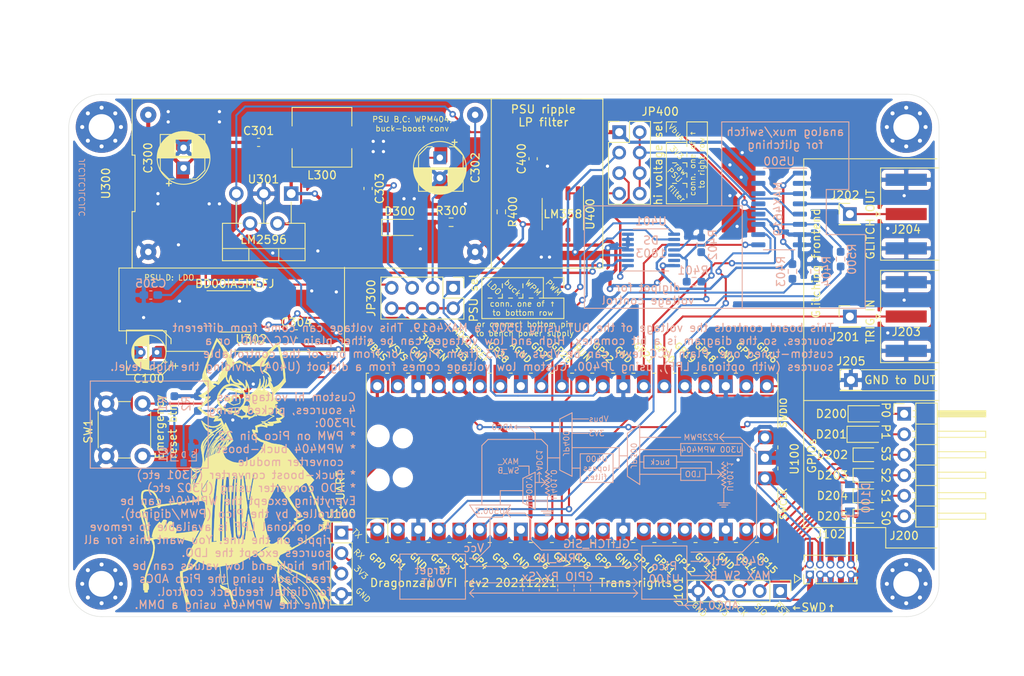
<source format=kicad_pcb>
(kicad_pcb (version 20171130) (host pcbnew 5.1.11)

  (general
    (thickness 1.6)
    (drawings 343)
    (tracks 631)
    (zones 0)
    (modules 55)
    (nets 61)
  )

  (page A4)
  (layers
    (0 F.Cu signal)
    (31 B.Cu signal)
    (32 B.Adhes user)
    (33 F.Adhes user)
    (34 B.Paste user)
    (35 F.Paste user)
    (36 B.SilkS user)
    (37 F.SilkS user)
    (38 B.Mask user)
    (39 F.Mask user)
    (40 Dwgs.User user)
    (41 Cmts.User user)
    (42 Eco1.User user)
    (43 Eco2.User user)
    (44 Edge.Cuts user)
    (45 Margin user)
    (46 B.CrtYd user)
    (47 F.CrtYd user)
    (48 B.Fab user)
    (49 F.Fab user)
  )

  (setup
    (last_trace_width 0.25)
    (user_trace_width 0.25)
    (user_trace_width 0.5)
    (trace_clearance 0.2)
    (zone_clearance 0.508)
    (zone_45_only no)
    (trace_min 0.2)
    (via_size 0.8)
    (via_drill 0.4)
    (via_min_size 0.4)
    (via_min_drill 0.3)
    (uvia_size 0.3)
    (uvia_drill 0.1)
    (uvias_allowed no)
    (uvia_min_size 0.2)
    (uvia_min_drill 0.1)
    (edge_width 0.05)
    (segment_width 0.2)
    (pcb_text_width 0.3)
    (pcb_text_size 1.5 1.5)
    (mod_edge_width 0.12)
    (mod_text_size 1 1)
    (mod_text_width 0.15)
    (pad_size 2.41 3.1)
    (pad_drill 0)
    (pad_to_mask_clearance 0)
    (aux_axis_origin 0 0)
    (visible_elements FFFFFF7F)
    (pcbplotparams
      (layerselection 0x010fc_ffffffff)
      (usegerberextensions false)
      (usegerberattributes true)
      (usegerberadvancedattributes true)
      (creategerberjobfile true)
      (excludeedgelayer true)
      (linewidth 0.100000)
      (plotframeref false)
      (viasonmask false)
      (mode 1)
      (useauxorigin false)
      (hpglpennumber 1)
      (hpglpenspeed 20)
      (hpglpendiameter 15.000000)
      (psnegative false)
      (psa4output false)
      (plotreference true)
      (plotvalue true)
      (plotinvisibletext false)
      (padsonsilk false)
      (subtractmaskfromsilk false)
      (outputformat 1)
      (mirror false)
      (drillshape 0)
      (scaleselection 1)
      (outputdirectory "dragonzap/gerber/"))
  )

  (net 0 "")
  (net 1 GND)
  (net 2 VBUS)
  (net 3 +3V3)
  (net 4 +3.3VADC)
  (net 5 "Net-(D100-Pad1)")
  (net 6 UART_RX)
  (net 7 UART_TX)
  (net 8 /controller/SWDIO)
  (net 9 /controller/SWCLK)
  (net 10 "Net-(J102-Pad6)")
  (net 11 "Net-(J102-Pad7)")
  (net 12 "Net-(J102-Pad8)")
  (net 13 GPIO_P0D)
  (net 14 GPIO_P0W)
  (net 15 GPIO_P1D)
  (net 16 GPIO_P1W)
  (net 17 TRIG_IN)
  (net 18 GLITCH_OUT)
  (net 19 P22PWM)
  (net 20 ADC0)
  (net 21 ADC1)
  (net 22 "Net-(U100-Pad34)")
  (net 23 "Net-(U100-Pad39)")
  (net 24 GPIO_S3W)
  (net 25 GPIO_S3D)
  (net 26 GPIO_S2W)
  (net 27 GPIO_S2D)
  (net 28 GPIO_S1W)
  (net 29 GPIO_S1D)
  (net 30 GPIO_S0W)
  (net 31 GPIO_S0D)
  (net 32 DPOT_DAT)
  (net 33 DPOT_CLK)
  (net 34 "Net-(U100-Pad7)")
  (net 35 MAX_SW_B)
  (net 36 MAX_SW_A)
  (net 37 MAX_EN)
  (net 38 DPOT_HI)
  (net 39 "Net-(C400-Pad1)")
  (net 40 "Net-(D300-Pad1)")
  (net 41 Vdcflt)
  (net 42 Vdclo)
  (net 43 GLITCH_SIG)
  (net 44 DPOT_W)
  (net 45 /glitchout/Vglitch_lo)
  (net 46 DPOT_LO)
  (net 47 "Net-(U100-Pad30)")
  (net 48 "Net-(JP400-Pad4)")
  (net 49 "Net-(U500-Pad14)")
  (net 50 "Net-(U500-Pad13)")
  (net 51 "Net-(U500-Pad12)")
  (net 52 "Net-(JP300-Pad2)")
  (net 53 "Net-(C302-Pad1)")
  (net 54 "Net-(C305-Pad1)")
  (net 55 EMERG_SHDN)
  (net 56 ~EMERG_SHDN~)
  (net 57 "Net-(U401-Pad13)")
  (net 58 "Net-(U302-Pad4)")
  (net 59 "Net-(U302-Pad7)")
  (net 60 "Net-(U302-Pad6)")

  (net_class Default "This is the default net class."
    (clearance 0.2)
    (trace_width 0.25)
    (via_dia 0.8)
    (via_drill 0.4)
    (uvia_dia 0.3)
    (uvia_drill 0.1)
    (add_net /controller/SWCLK)
    (add_net /controller/SWDIO)
    (add_net ADC0)
    (add_net ADC1)
    (add_net DPOT_CLK)
    (add_net DPOT_DAT)
    (add_net EMERG_SHDN)
    (add_net GLITCH_SIG)
    (add_net GND)
    (add_net GPIO_P0D)
    (add_net GPIO_P0W)
    (add_net GPIO_P1D)
    (add_net GPIO_P1W)
    (add_net GPIO_S0D)
    (add_net GPIO_S0W)
    (add_net GPIO_S1D)
    (add_net GPIO_S1W)
    (add_net GPIO_S2D)
    (add_net GPIO_S2W)
    (add_net GPIO_S3D)
    (add_net GPIO_S3W)
    (add_net MAX_EN)
    (add_net MAX_SW_A)
    (add_net MAX_SW_B)
    (add_net "Net-(C302-Pad1)")
    (add_net "Net-(C305-Pad1)")
    (add_net "Net-(C400-Pad1)")
    (add_net "Net-(D100-Pad1)")
    (add_net "Net-(D300-Pad1)")
    (add_net "Net-(J102-Pad6)")
    (add_net "Net-(J102-Pad7)")
    (add_net "Net-(J102-Pad8)")
    (add_net "Net-(JP300-Pad2)")
    (add_net "Net-(JP400-Pad4)")
    (add_net "Net-(U100-Pad30)")
    (add_net "Net-(U100-Pad34)")
    (add_net "Net-(U100-Pad39)")
    (add_net "Net-(U100-Pad7)")
    (add_net "Net-(U302-Pad4)")
    (add_net "Net-(U302-Pad6)")
    (add_net "Net-(U302-Pad7)")
    (add_net "Net-(U401-Pad13)")
    (add_net "Net-(U500-Pad12)")
    (add_net "Net-(U500-Pad13)")
    (add_net "Net-(U500-Pad14)")
    (add_net P22PWM)
    (add_net TRIG_IN)
    (add_net UART_RX)
    (add_net UART_TX)
    (add_net ~EMERG_SHDN~)
  )

  (net_class power_big ""
    (clearance 0.2)
    (trace_width 0.4)
    (via_dia 0.8)
    (via_drill 0.4)
    (uvia_dia 0.3)
    (uvia_drill 0.1)
    (add_net VBUS)
  )

  (net_class power_small ""
    (clearance 0.2)
    (trace_width 0.3)
    (via_dia 0.8)
    (via_drill 0.4)
    (uvia_dia 0.3)
    (uvia_drill 0.1)
    (add_net +3.3VADC)
    (add_net +3V3)
    (add_net /glitchout/Vglitch_lo)
    (add_net DPOT_HI)
    (add_net DPOT_LO)
    (add_net DPOT_W)
    (add_net GLITCH_OUT)
    (add_net Vdcflt)
    (add_net Vdclo)
  )

  (module Package_SO:HSOP-8-1EP_3.9x4.9mm_P1.27mm_EP2.41x3.1mm (layer F.Cu) (tedit 61C37476) (tstamp 61CA7DDB)
    (at 167.005 106.045)
    (descr "HSOP, 8 Pin (https://www.st.com/resource/en/datasheet/l5973d.pdf), generated with kicad-footprint-generator ipc_gullwing_generator.py")
    (tags "HSOP SO")
    (path /61CA9896/6266715B)
    (attr smd)
    (fp_text reference U302 (at 2.032 3.429) (layer F.SilkS)
      (effects (font (size 1 1) (thickness 0.15)))
    )
    (fp_text value BD00IA5MEFJ (at 0 3.4) (layer F.Fab)
      (effects (font (size 1 1) (thickness 0.15)))
    )
    (fp_line (start 3.7 -2.7) (end -3.7 -2.7) (layer F.CrtYd) (width 0.05))
    (fp_line (start 3.7 2.7) (end 3.7 -2.7) (layer F.CrtYd) (width 0.05))
    (fp_line (start -3.7 2.7) (end 3.7 2.7) (layer F.CrtYd) (width 0.05))
    (fp_line (start -3.7 -2.7) (end -3.7 2.7) (layer F.CrtYd) (width 0.05))
    (fp_line (start -1.95 -1.475) (end -0.975 -2.45) (layer F.Fab) (width 0.1))
    (fp_line (start -1.95 2.45) (end -1.95 -1.475) (layer F.Fab) (width 0.1))
    (fp_line (start 1.95 2.45) (end -1.95 2.45) (layer F.Fab) (width 0.1))
    (fp_line (start 1.95 -2.45) (end 1.95 2.45) (layer F.Fab) (width 0.1))
    (fp_line (start -0.975 -2.45) (end 1.95 -2.45) (layer F.Fab) (width 0.1))
    (fp_line (start 0 -2.56) (end -3.45 -2.56) (layer F.SilkS) (width 0.12))
    (fp_line (start 0 -2.56) (end 1.95 -2.56) (layer F.SilkS) (width 0.12))
    (fp_line (start 0 2.56) (end -1.95 2.56) (layer F.SilkS) (width 0.12))
    (fp_line (start 0 2.56) (end 1.95 2.56) (layer F.SilkS) (width 0.12))
    (fp_text user %R (at 0 0) (layer F.Fab)
      (effects (font (size 0.98 0.98) (thickness 0.15)))
    )
    (pad "" smd roundrect (at 0.6 0.775) (size 0.97 1.25) (layers F.Paste) (roundrect_rratio 0.25))
    (pad "" smd roundrect (at 0.6 -0.775) (size 0.97 1.25) (layers F.Paste) (roundrect_rratio 0.25))
    (pad "" smd roundrect (at -0.6 0.775) (size 0.97 1.25) (layers F.Paste) (roundrect_rratio 0.25))
    (pad "" smd roundrect (at -0.6 -0.775) (size 0.97 1.25) (layers F.Paste) (roundrect_rratio 0.25))
    (pad 9 smd rect (at 0 0) (size 2.41 3.1) (layers F.Cu F.Mask)
      (net 1 GND))
    (pad 8 smd roundrect (at 2.65 -1.905) (size 1.6 0.6) (layers F.Cu F.Paste F.Mask) (roundrect_rratio 0.25)
      (net 2 VBUS))
    (pad 7 smd roundrect (at 2.65 -0.635) (size 1.6 0.6) (layers F.Cu F.Paste F.Mask) (roundrect_rratio 0.25)
      (net 59 "Net-(U302-Pad7)"))
    (pad 6 smd roundrect (at 2.65 0.635) (size 1.6 0.6) (layers F.Cu F.Paste F.Mask) (roundrect_rratio 0.25)
      (net 60 "Net-(U302-Pad6)"))
    (pad 5 smd roundrect (at 2.65 1.905) (size 1.6 0.6) (layers F.Cu F.Paste F.Mask) (roundrect_rratio 0.25)
      (net 56 ~EMERG_SHDN~))
    (pad 4 smd roundrect (at -2.65 1.905) (size 1.6 0.6) (layers F.Cu F.Paste F.Mask) (roundrect_rratio 0.25)
      (net 58 "Net-(U302-Pad4)"))
    (pad 3 smd roundrect (at -2.65 0.635) (size 1.6 0.6) (layers F.Cu F.Paste F.Mask) (roundrect_rratio 0.25)
      (net 1 GND))
    (pad 2 smd roundrect (at -2.65 -0.635) (size 1.6 0.6) (layers F.Cu F.Paste F.Mask) (roundrect_rratio 0.25)
      (net 44 DPOT_W))
    (pad 1 smd roundrect (at -2.65 -1.905) (size 1.6 0.6) (layers F.Cu F.Paste F.Mask) (roundrect_rratio 0.25)
      (net 54 "Net-(C305-Pad1)"))
    (model ${KISYS3DMOD}/Package_SO.3dshapes/HSOP-8-1EP_3.9x4.9mm_P1.27mm_EP2.41x3.1mm.wrl
      (at (xyz 0 0 0))
      (scale (xyz 1 1 1))
      (rotate (xyz 0 0 0))
    )
  )

  (module Capacitor_SMD:CP_Elec_5x5.3 (layer F.Cu) (tedit 61C24EF6) (tstamp 61C49CF5)
    (at 156.337 111.125 180)
    (descr "SMD capacitor, aluminum electrolytic, Nichicon, 5.0x5.3mm")
    (tags "capacitor electrolytic")
    (attr smd)
    (fp_text reference C100b (at 0 -3.7) (layer F.SilkS) hide
      (effects (font (size 1 1) (thickness 0.15)))
    )
    (fp_text value CP_Elec_5x5.3 (at 0 3.7) (layer F.Fab)
      (effects (font (size 1 1) (thickness 0.15)))
    )
    (fp_circle (center 0 0) (end 2.5 0) (layer F.Fab) (width 0.1))
    (fp_line (start 2.65 -2.65) (end 2.65 2.65) (layer F.Fab) (width 0.1))
    (fp_line (start -1.65 -2.65) (end 2.65 -2.65) (layer F.Fab) (width 0.1))
    (fp_line (start -1.65 2.65) (end 2.65 2.65) (layer F.Fab) (width 0.1))
    (fp_line (start -2.65 -1.65) (end -2.65 1.65) (layer F.Fab) (width 0.1))
    (fp_line (start -2.65 -1.65) (end -1.65 -2.65) (layer F.Fab) (width 0.1))
    (fp_line (start -2.65 1.65) (end -1.65 2.65) (layer F.Fab) (width 0.1))
    (fp_line (start -2.033956 -1.2) (end -1.533956 -1.2) (layer F.Fab) (width 0.1))
    (fp_line (start -1.783956 -1.45) (end -1.783956 -0.95) (layer F.Fab) (width 0.1))
    (fp_line (start 2.76 2.76) (end 2.76 1.06) (layer F.SilkS) (width 0.12))
    (fp_line (start 2.76 -2.76) (end 2.76 -1.06) (layer F.SilkS) (width 0.12))
    (fp_line (start -1.695563 -2.76) (end 2.76 -2.76) (layer F.SilkS) (width 0.12))
    (fp_line (start -1.695563 2.76) (end 2.76 2.76) (layer F.SilkS) (width 0.12))
    (fp_line (start -2.76 1.695563) (end -2.76 1.06) (layer F.SilkS) (width 0.12))
    (fp_line (start -2.76 -1.695563) (end -2.76 -1.06) (layer F.SilkS) (width 0.12))
    (fp_line (start -2.76 -1.695563) (end -1.695563 -2.76) (layer F.SilkS) (width 0.12))
    (fp_line (start -2.76 1.695563) (end -1.695563 2.76) (layer F.SilkS) (width 0.12))
    (fp_line (start -3.625 -1.685) (end -3 -1.685) (layer F.SilkS) (width 0.12))
    (fp_line (start -3.3125 -1.9975) (end -3.3125 -1.3725) (layer F.SilkS) (width 0.12))
    (fp_line (start 2.9 -2.9) (end 2.9 -1.05) (layer F.CrtYd) (width 0.05))
    (fp_line (start 2.9 -1.05) (end 3.95 -1.05) (layer F.CrtYd) (width 0.05))
    (fp_line (start 3.95 -1.05) (end 3.95 1.05) (layer F.CrtYd) (width 0.05))
    (fp_line (start 3.95 1.05) (end 2.9 1.05) (layer F.CrtYd) (width 0.05))
    (fp_line (start 2.9 1.05) (end 2.9 2.9) (layer F.CrtYd) (width 0.05))
    (fp_line (start -1.75 2.9) (end 2.9 2.9) (layer F.CrtYd) (width 0.05))
    (fp_line (start -1.75 -2.9) (end 2.9 -2.9) (layer F.CrtYd) (width 0.05))
    (fp_line (start -2.9 1.75) (end -1.75 2.9) (layer F.CrtYd) (width 0.05))
    (fp_line (start -2.9 -1.75) (end -1.75 -2.9) (layer F.CrtYd) (width 0.05))
    (fp_line (start -2.9 -1.75) (end -2.9 -1.05) (layer F.CrtYd) (width 0.05))
    (fp_line (start -2.9 1.05) (end -2.9 1.75) (layer F.CrtYd) (width 0.05))
    (fp_line (start -2.9 -1.05) (end -3.95 -1.05) (layer F.CrtYd) (width 0.05))
    (fp_line (start -3.95 -1.05) (end -3.95 1.05) (layer F.CrtYd) (width 0.05))
    (fp_line (start -3.95 1.05) (end -2.9 1.05) (layer F.CrtYd) (width 0.05))
    (fp_text user %R (at 0 0) (layer F.Fab)
      (effects (font (size 1 1) (thickness 0.15)))
    )
    (pad 1 smd roundrect (at -2.2 0 180) (size 3 1.6) (layers F.Cu F.Paste F.Mask) (roundrect_rratio 0.156)
      (net 2 VBUS))
    (pad 2 smd roundrect (at 2.2 0 180) (size 3 1.6) (layers F.Cu F.Paste F.Mask) (roundrect_rratio 0.156)
      (net 1 GND))
    (model ${KISYS3DMOD}/Capacitor_SMD.3dshapes/CP_Elec_5x5.3.wrl
      (at (xyz 0 0 0))
      (scale (xyz 1 1 1))
      (rotate (xyz 0 0 0))
    )
  )

  (module Capacitor_SMD:CP_Elec_5x5.3 (layer F.Cu) (tedit 61C24ECD) (tstamp 61C49CF5)
    (at 192.532 88.392 270)
    (descr "SMD capacitor, aluminum electrolytic, Nichicon, 5.0x5.3mm")
    (tags "capacitor electrolytic")
    (attr smd)
    (fp_text reference C302b (at 0 -3.7 90) (layer F.SilkS) hide
      (effects (font (size 1 1) (thickness 0.15)))
    )
    (fp_text value CP_Elec_5x5.3 (at 0 3.7 90) (layer F.Fab)
      (effects (font (size 1 1) (thickness 0.15)))
    )
    (fp_circle (center 0 0) (end 2.5 0) (layer F.Fab) (width 0.1))
    (fp_line (start 2.65 -2.65) (end 2.65 2.65) (layer F.Fab) (width 0.1))
    (fp_line (start -1.65 -2.65) (end 2.65 -2.65) (layer F.Fab) (width 0.1))
    (fp_line (start -1.65 2.65) (end 2.65 2.65) (layer F.Fab) (width 0.1))
    (fp_line (start -2.65 -1.65) (end -2.65 1.65) (layer F.Fab) (width 0.1))
    (fp_line (start -2.65 -1.65) (end -1.65 -2.65) (layer F.Fab) (width 0.1))
    (fp_line (start -2.65 1.65) (end -1.65 2.65) (layer F.Fab) (width 0.1))
    (fp_line (start -2.033956 -1.2) (end -1.533956 -1.2) (layer F.Fab) (width 0.1))
    (fp_line (start -1.783956 -1.45) (end -1.783956 -0.95) (layer F.Fab) (width 0.1))
    (fp_line (start 2.76 2.76) (end 2.76 1.06) (layer F.SilkS) (width 0.12))
    (fp_line (start 2.76 -2.76) (end 2.76 -1.06) (layer F.SilkS) (width 0.12))
    (fp_line (start -1.695563 -2.76) (end 2.76 -2.76) (layer F.SilkS) (width 0.12))
    (fp_line (start -1.695563 2.76) (end 2.76 2.76) (layer F.SilkS) (width 0.12))
    (fp_line (start -2.76 1.695563) (end -2.76 1.06) (layer F.SilkS) (width 0.12))
    (fp_line (start -2.76 -1.695563) (end -2.76 -1.06) (layer F.SilkS) (width 0.12))
    (fp_line (start -2.76 -1.695563) (end -1.695563 -2.76) (layer F.SilkS) (width 0.12))
    (fp_line (start -2.76 1.695563) (end -1.695563 2.76) (layer F.SilkS) (width 0.12))
    (fp_line (start -3.625 -1.685) (end -3 -1.685) (layer F.SilkS) (width 0.12))
    (fp_line (start -3.3125 -1.9975) (end -3.3125 -1.3725) (layer F.SilkS) (width 0.12))
    (fp_line (start 2.9 -2.9) (end 2.9 -1.05) (layer F.CrtYd) (width 0.05))
    (fp_line (start 2.9 -1.05) (end 3.95 -1.05) (layer F.CrtYd) (width 0.05))
    (fp_line (start 3.95 -1.05) (end 3.95 1.05) (layer F.CrtYd) (width 0.05))
    (fp_line (start 3.95 1.05) (end 2.9 1.05) (layer F.CrtYd) (width 0.05))
    (fp_line (start 2.9 1.05) (end 2.9 2.9) (layer F.CrtYd) (width 0.05))
    (fp_line (start -1.75 2.9) (end 2.9 2.9) (layer F.CrtYd) (width 0.05))
    (fp_line (start -1.75 -2.9) (end 2.9 -2.9) (layer F.CrtYd) (width 0.05))
    (fp_line (start -2.9 1.75) (end -1.75 2.9) (layer F.CrtYd) (width 0.05))
    (fp_line (start -2.9 -1.75) (end -1.75 -2.9) (layer F.CrtYd) (width 0.05))
    (fp_line (start -2.9 -1.75) (end -2.9 -1.05) (layer F.CrtYd) (width 0.05))
    (fp_line (start -2.9 1.05) (end -2.9 1.75) (layer F.CrtYd) (width 0.05))
    (fp_line (start -2.9 -1.05) (end -3.95 -1.05) (layer F.CrtYd) (width 0.05))
    (fp_line (start -3.95 -1.05) (end -3.95 1.05) (layer F.CrtYd) (width 0.05))
    (fp_line (start -3.95 1.05) (end -2.9 1.05) (layer F.CrtYd) (width 0.05))
    (fp_text user %R (at 0 0 90) (layer F.Fab)
      (effects (font (size 1 1) (thickness 0.15)))
    )
    (pad 1 smd roundrect (at -2.2 0 270) (size 3 1.6) (layers F.Cu F.Paste F.Mask) (roundrect_rratio 0.156)
      (net 53 "Net-(C302-Pad1)"))
    (pad 2 smd roundrect (at 2.2 0 270) (size 3 1.6) (layers F.Cu F.Paste F.Mask) (roundrect_rratio 0.156)
      (net 1 GND))
    (model ${KISYS3DMOD}/Capacitor_SMD.3dshapes/CP_Elec_5x5.3.wrl
      (at (xyz 0 0 0))
      (scale (xyz 1 1 1))
      (rotate (xyz 0 0 0))
    )
  )

  (module Capacitor_SMD:CP_Elec_5x5.3 (layer F.Cu) (tedit 61C24EA1) (tstamp 61C4985E)
    (at 160.528 86.868 90)
    (descr "SMD capacitor, aluminum electrolytic, Nichicon, 5.0x5.3mm")
    (tags "capacitor electrolytic")
    (attr smd)
    (fp_text reference C300b (at 0 -3.7 90) (layer F.SilkS) hide
      (effects (font (size 1 1) (thickness 0.15)))
    )
    (fp_text value CP_Elec_5x5.3 (at 0 3.7 90) (layer F.Fab)
      (effects (font (size 1 1) (thickness 0.15)))
    )
    (fp_circle (center 0 0) (end 2.5 0) (layer F.Fab) (width 0.1))
    (fp_line (start 2.65 -2.65) (end 2.65 2.65) (layer F.Fab) (width 0.1))
    (fp_line (start -1.65 -2.65) (end 2.65 -2.65) (layer F.Fab) (width 0.1))
    (fp_line (start -1.65 2.65) (end 2.65 2.65) (layer F.Fab) (width 0.1))
    (fp_line (start -2.65 -1.65) (end -2.65 1.65) (layer F.Fab) (width 0.1))
    (fp_line (start -2.65 -1.65) (end -1.65 -2.65) (layer F.Fab) (width 0.1))
    (fp_line (start -2.65 1.65) (end -1.65 2.65) (layer F.Fab) (width 0.1))
    (fp_line (start -2.033956 -1.2) (end -1.533956 -1.2) (layer F.Fab) (width 0.1))
    (fp_line (start -1.783956 -1.45) (end -1.783956 -0.95) (layer F.Fab) (width 0.1))
    (fp_line (start 2.76 2.76) (end 2.76 1.06) (layer F.SilkS) (width 0.12))
    (fp_line (start 2.76 -2.76) (end 2.76 -1.06) (layer F.SilkS) (width 0.12))
    (fp_line (start -1.695563 -2.76) (end 2.76 -2.76) (layer F.SilkS) (width 0.12))
    (fp_line (start -1.695563 2.76) (end 2.76 2.76) (layer F.SilkS) (width 0.12))
    (fp_line (start -2.76 1.695563) (end -2.76 1.06) (layer F.SilkS) (width 0.12))
    (fp_line (start -2.76 -1.695563) (end -2.76 -1.06) (layer F.SilkS) (width 0.12))
    (fp_line (start -2.76 -1.695563) (end -1.695563 -2.76) (layer F.SilkS) (width 0.12))
    (fp_line (start -2.76 1.695563) (end -1.695563 2.76) (layer F.SilkS) (width 0.12))
    (fp_line (start -3.625 -1.685) (end -3 -1.685) (layer F.SilkS) (width 0.12))
    (fp_line (start -3.3125 -1.9975) (end -3.3125 -1.3725) (layer F.SilkS) (width 0.12))
    (fp_line (start 2.9 -2.9) (end 2.9 -1.05) (layer F.CrtYd) (width 0.05))
    (fp_line (start 2.9 -1.05) (end 3.95 -1.05) (layer F.CrtYd) (width 0.05))
    (fp_line (start 3.95 -1.05) (end 3.95 1.05) (layer F.CrtYd) (width 0.05))
    (fp_line (start 3.95 1.05) (end 2.9 1.05) (layer F.CrtYd) (width 0.05))
    (fp_line (start 2.9 1.05) (end 2.9 2.9) (layer F.CrtYd) (width 0.05))
    (fp_line (start -1.75 2.9) (end 2.9 2.9) (layer F.CrtYd) (width 0.05))
    (fp_line (start -1.75 -2.9) (end 2.9 -2.9) (layer F.CrtYd) (width 0.05))
    (fp_line (start -2.9 1.75) (end -1.75 2.9) (layer F.CrtYd) (width 0.05))
    (fp_line (start -2.9 -1.75) (end -1.75 -2.9) (layer F.CrtYd) (width 0.05))
    (fp_line (start -2.9 -1.75) (end -2.9 -1.05) (layer F.CrtYd) (width 0.05))
    (fp_line (start -2.9 1.05) (end -2.9 1.75) (layer F.CrtYd) (width 0.05))
    (fp_line (start -2.9 -1.05) (end -3.95 -1.05) (layer F.CrtYd) (width 0.05))
    (fp_line (start -3.95 -1.05) (end -3.95 1.05) (layer F.CrtYd) (width 0.05))
    (fp_line (start -3.95 1.05) (end -2.9 1.05) (layer F.CrtYd) (width 0.05))
    (fp_text user %R (at 0 0 90) (layer F.Fab)
      (effects (font (size 1 1) (thickness 0.15)))
    )
    (pad 2 smd roundrect (at 2.2 0 90) (size 3 1.6) (layers F.Cu F.Paste F.Mask) (roundrect_rratio 0.156)
      (net 1 GND))
    (pad 1 smd roundrect (at -2.2 0 90) (size 3 1.6) (layers F.Cu F.Paste F.Mask) (roundrect_rratio 0.156)
      (net 2 VBUS))
    (model ${KISYS3DMOD}/Capacitor_SMD.3dshapes/CP_Elec_5x5.3.wrl
      (at (xyz 0 0 0))
      (scale (xyz 1 1 1))
      (rotate (xyz 0 0 0))
    )
  )

  (module Package_SO:TSSOP-14_4.4x5mm_P0.65mm (layer B.Cu) (tedit 5E476F32) (tstamp 61C8F582)
    (at 218.567 98.425)
    (descr "TSSOP, 14 Pin (JEDEC MO-153 Var AB-1 https://www.jedec.org/document_search?search_api_views_fulltext=MO-153), generated with kicad-footprint-generator ipc_gullwing_generator.py")
    (tags "TSSOP SO")
    (path /61CA98F5/6255530A)
    (attr smd)
    (fp_text reference U401 (at 0 -3.556) (layer B.SilkS)
      (effects (font (size 1 1) (thickness 0.15)) (justify mirror))
    )
    (fp_text value DS1803 (at 0 -3.45) (layer B.Fab)
      (effects (font (size 1 1) (thickness 0.15)) (justify mirror))
    )
    (fp_line (start 3.85 2.75) (end -3.85 2.75) (layer B.CrtYd) (width 0.05))
    (fp_line (start 3.85 -2.75) (end 3.85 2.75) (layer B.CrtYd) (width 0.05))
    (fp_line (start -3.85 -2.75) (end 3.85 -2.75) (layer B.CrtYd) (width 0.05))
    (fp_line (start -3.85 2.75) (end -3.85 -2.75) (layer B.CrtYd) (width 0.05))
    (fp_line (start -2.2 1.5) (end -1.2 2.5) (layer B.Fab) (width 0.1))
    (fp_line (start -2.2 -2.5) (end -2.2 1.5) (layer B.Fab) (width 0.1))
    (fp_line (start 2.2 -2.5) (end -2.2 -2.5) (layer B.Fab) (width 0.1))
    (fp_line (start 2.2 2.5) (end 2.2 -2.5) (layer B.Fab) (width 0.1))
    (fp_line (start -1.2 2.5) (end 2.2 2.5) (layer B.Fab) (width 0.1))
    (fp_line (start 0 2.61) (end -3.6 2.61) (layer B.SilkS) (width 0.12))
    (fp_line (start 0 2.61) (end 2.2 2.61) (layer B.SilkS) (width 0.12))
    (fp_line (start 0 -2.61) (end -2.2 -2.61) (layer B.SilkS) (width 0.12))
    (fp_line (start 0 -2.61) (end 2.2 -2.61) (layer B.SilkS) (width 0.12))
    (fp_text user %R (at 0 0) (layer B.Fab)
      (effects (font (size 1 1) (thickness 0.15)) (justify mirror))
    )
    (pad 14 smd roundrect (at 2.8625 1.95) (size 1.475 0.4) (layers B.Cu B.Paste B.Mask) (roundrect_rratio 0.25)
      (net 2 VBUS))
    (pad 13 smd roundrect (at 2.8625 1.3) (size 1.475 0.4) (layers B.Cu B.Paste B.Mask) (roundrect_rratio 0.25)
      (net 57 "Net-(U401-Pad13)"))
    (pad 12 smd roundrect (at 2.8625 0.65) (size 1.475 0.4) (layers B.Cu B.Paste B.Mask) (roundrect_rratio 0.25)
      (net 41 Vdcflt))
    (pad 11 smd roundrect (at 2.8625 0) (size 1.475 0.4) (layers B.Cu B.Paste B.Mask) (roundrect_rratio 0.25)
      (net 1 GND))
    (pad 10 smd roundrect (at 2.8625 -0.65) (size 1.475 0.4) (layers B.Cu B.Paste B.Mask) (roundrect_rratio 0.25)
      (net 42 Vdclo))
    (pad 9 smd roundrect (at 2.8625 -1.3) (size 1.475 0.4) (layers B.Cu B.Paste B.Mask) (roundrect_rratio 0.25)
      (net 32 DPOT_DAT))
    (pad 8 smd roundrect (at 2.8625 -1.95) (size 1.475 0.4) (layers B.Cu B.Paste B.Mask) (roundrect_rratio 0.25)
      (net 33 DPOT_CLK))
    (pad 7 smd roundrect (at -2.8625 -1.95) (size 1.475 0.4) (layers B.Cu B.Paste B.Mask) (roundrect_rratio 0.25)
      (net 1 GND))
    (pad 6 smd roundrect (at -2.8625 -1.3) (size 1.475 0.4) (layers B.Cu B.Paste B.Mask) (roundrect_rratio 0.25)
      (net 1 GND))
    (pad 5 smd roundrect (at -2.8625 -0.65) (size 1.475 0.4) (layers B.Cu B.Paste B.Mask) (roundrect_rratio 0.25)
      (net 1 GND))
    (pad 4 smd roundrect (at -2.8625 0) (size 1.475 0.4) (layers B.Cu B.Paste B.Mask) (roundrect_rratio 0.25)
      (net 1 GND))
    (pad 3 smd roundrect (at -2.8625 0.65) (size 1.475 0.4) (layers B.Cu B.Paste B.Mask) (roundrect_rratio 0.25)
      (net 44 DPOT_W))
    (pad 2 smd roundrect (at -2.8625 1.3) (size 1.475 0.4) (layers B.Cu B.Paste B.Mask) (roundrect_rratio 0.25)
      (net 46 DPOT_LO))
    (pad 1 smd roundrect (at -2.8625 1.95) (size 1.475 0.4) (layers B.Cu B.Paste B.Mask) (roundrect_rratio 0.25)
      (net 38 DPOT_HI))
    (model ${KISYS3DMOD}/Package_SO.3dshapes/TSSOP-14_4.4x5mm_P0.65mm.wrl
      (at (xyz 0 0 0))
      (scale (xyz 1 1 1))
      (rotate (xyz 0 0 0))
    )
  )

  (module Diode_SMD:D_SOD-123 (layer F.Cu) (tedit 58645DC7) (tstamp 61C2E5EE)
    (at 187.452 95.631)
    (descr SOD-123)
    (tags SOD-123)
    (path /61CA9896/62502C0F)
    (attr smd)
    (fp_text reference D300 (at 0 -2) (layer F.SilkS)
      (effects (font (size 1 1) (thickness 0.15)))
    )
    (fp_text value 1N5822/SS14 (at 0 2.1) (layer F.Fab)
      (effects (font (size 1 1) (thickness 0.15)))
    )
    (fp_line (start -2.25 -1) (end -2.25 1) (layer F.SilkS) (width 0.12))
    (fp_line (start 0.25 0) (end 0.75 0) (layer F.Fab) (width 0.1))
    (fp_line (start 0.25 0.4) (end -0.35 0) (layer F.Fab) (width 0.1))
    (fp_line (start 0.25 -0.4) (end 0.25 0.4) (layer F.Fab) (width 0.1))
    (fp_line (start -0.35 0) (end 0.25 -0.4) (layer F.Fab) (width 0.1))
    (fp_line (start -0.35 0) (end -0.35 0.55) (layer F.Fab) (width 0.1))
    (fp_line (start -0.35 0) (end -0.35 -0.55) (layer F.Fab) (width 0.1))
    (fp_line (start -0.75 0) (end -0.35 0) (layer F.Fab) (width 0.1))
    (fp_line (start -1.4 0.9) (end -1.4 -0.9) (layer F.Fab) (width 0.1))
    (fp_line (start 1.4 0.9) (end -1.4 0.9) (layer F.Fab) (width 0.1))
    (fp_line (start 1.4 -0.9) (end 1.4 0.9) (layer F.Fab) (width 0.1))
    (fp_line (start -1.4 -0.9) (end 1.4 -0.9) (layer F.Fab) (width 0.1))
    (fp_line (start -2.35 -1.15) (end 2.35 -1.15) (layer F.CrtYd) (width 0.05))
    (fp_line (start 2.35 -1.15) (end 2.35 1.15) (layer F.CrtYd) (width 0.05))
    (fp_line (start 2.35 1.15) (end -2.35 1.15) (layer F.CrtYd) (width 0.05))
    (fp_line (start -2.35 -1.15) (end -2.35 1.15) (layer F.CrtYd) (width 0.05))
    (fp_line (start -2.25 1) (end 1.65 1) (layer F.SilkS) (width 0.12))
    (fp_line (start -2.25 -1) (end 1.65 -1) (layer F.SilkS) (width 0.12))
    (fp_text user %R (at 0 -2) (layer F.Fab)
      (effects (font (size 1 1) (thickness 0.15)))
    )
    (pad 2 smd rect (at 1.65 0) (size 0.9 1.2) (layers F.Cu F.Paste F.Mask)
      (net 1 GND))
    (pad 1 smd rect (at -1.65 0) (size 0.9 1.2) (layers F.Cu F.Paste F.Mask)
      (net 40 "Net-(D300-Pad1)"))
    (model ${KISYS3DMOD}/Diode_SMD.3dshapes/D_SOD-123.wrl
      (at (xyz 0 0 0))
      (scale (xyz 1 1 1))
      (rotate (xyz 0 0 0))
    )
  )

  (module Diode_SMD:D_SOD-323 (layer F.Cu) (tedit 58641739) (tstamp 61C8F054)
    (at 245.11 131.445)
    (descr SOD-323)
    (tags SOD-323)
    (path /61CA9826/62492E75)
    (attr smd)
    (fp_text reference D205 (at -4.064 0) (layer F.SilkS)
      (effects (font (size 1 1) (thickness 0.15)))
    )
    (fp_text value 1N4148 (at 0.1 1.9) (layer F.Fab)
      (effects (font (size 1 1) (thickness 0.15)))
    )
    (fp_line (start -1.5 -0.85) (end -1.5 0.85) (layer F.SilkS) (width 0.12))
    (fp_line (start 0.2 0) (end 0.45 0) (layer F.Fab) (width 0.1))
    (fp_line (start 0.2 0.35) (end -0.3 0) (layer F.Fab) (width 0.1))
    (fp_line (start 0.2 -0.35) (end 0.2 0.35) (layer F.Fab) (width 0.1))
    (fp_line (start -0.3 0) (end 0.2 -0.35) (layer F.Fab) (width 0.1))
    (fp_line (start -0.3 0) (end -0.5 0) (layer F.Fab) (width 0.1))
    (fp_line (start -0.3 -0.35) (end -0.3 0.35) (layer F.Fab) (width 0.1))
    (fp_line (start -0.9 0.7) (end -0.9 -0.7) (layer F.Fab) (width 0.1))
    (fp_line (start 0.9 0.7) (end -0.9 0.7) (layer F.Fab) (width 0.1))
    (fp_line (start 0.9 -0.7) (end 0.9 0.7) (layer F.Fab) (width 0.1))
    (fp_line (start -0.9 -0.7) (end 0.9 -0.7) (layer F.Fab) (width 0.1))
    (fp_line (start -1.6 -0.95) (end 1.6 -0.95) (layer F.CrtYd) (width 0.05))
    (fp_line (start 1.6 -0.95) (end 1.6 0.95) (layer F.CrtYd) (width 0.05))
    (fp_line (start -1.6 0.95) (end 1.6 0.95) (layer F.CrtYd) (width 0.05))
    (fp_line (start -1.6 -0.95) (end -1.6 0.95) (layer F.CrtYd) (width 0.05))
    (fp_line (start -1.5 0.85) (end 1.05 0.85) (layer F.SilkS) (width 0.12))
    (fp_line (start -1.5 -0.85) (end 1.05 -0.85) (layer F.SilkS) (width 0.12))
    (fp_text user %R (at 0 -1.85) (layer F.Fab)
      (effects (font (size 1 1) (thickness 0.15)))
    )
    (pad 2 smd rect (at 1.05 0) (size 0.6 0.45) (layers F.Cu F.Paste F.Mask)
      (net 30 GPIO_S0W))
    (pad 1 smd rect (at -1.05 0) (size 0.6 0.45) (layers F.Cu F.Paste F.Mask)
      (net 31 GPIO_S0D))
    (model ${KISYS3DMOD}/Diode_SMD.3dshapes/D_SOD-323.wrl
      (at (xyz 0 0 0))
      (scale (xyz 1 1 1))
      (rotate (xyz 0 0 0))
    )
  )

  (module Diode_SMD:D_SOD-323 (layer F.Cu) (tedit 58641739) (tstamp 61C8F042)
    (at 245.11 128.905)
    (descr SOD-323)
    (tags SOD-323)
    (path /61CA9826/62492E6F)
    (attr smd)
    (fp_text reference D204 (at -4.064 0) (layer F.SilkS)
      (effects (font (size 1 1) (thickness 0.15)))
    )
    (fp_text value 1N4148 (at 0.1 1.9) (layer F.Fab)
      (effects (font (size 1 1) (thickness 0.15)))
    )
    (fp_line (start -1.5 -0.85) (end -1.5 0.85) (layer F.SilkS) (width 0.12))
    (fp_line (start 0.2 0) (end 0.45 0) (layer F.Fab) (width 0.1))
    (fp_line (start 0.2 0.35) (end -0.3 0) (layer F.Fab) (width 0.1))
    (fp_line (start 0.2 -0.35) (end 0.2 0.35) (layer F.Fab) (width 0.1))
    (fp_line (start -0.3 0) (end 0.2 -0.35) (layer F.Fab) (width 0.1))
    (fp_line (start -0.3 0) (end -0.5 0) (layer F.Fab) (width 0.1))
    (fp_line (start -0.3 -0.35) (end -0.3 0.35) (layer F.Fab) (width 0.1))
    (fp_line (start -0.9 0.7) (end -0.9 -0.7) (layer F.Fab) (width 0.1))
    (fp_line (start 0.9 0.7) (end -0.9 0.7) (layer F.Fab) (width 0.1))
    (fp_line (start 0.9 -0.7) (end 0.9 0.7) (layer F.Fab) (width 0.1))
    (fp_line (start -0.9 -0.7) (end 0.9 -0.7) (layer F.Fab) (width 0.1))
    (fp_line (start -1.6 -0.95) (end 1.6 -0.95) (layer F.CrtYd) (width 0.05))
    (fp_line (start 1.6 -0.95) (end 1.6 0.95) (layer F.CrtYd) (width 0.05))
    (fp_line (start -1.6 0.95) (end 1.6 0.95) (layer F.CrtYd) (width 0.05))
    (fp_line (start -1.6 -0.95) (end -1.6 0.95) (layer F.CrtYd) (width 0.05))
    (fp_line (start -1.5 0.85) (end 1.05 0.85) (layer F.SilkS) (width 0.12))
    (fp_line (start -1.5 -0.85) (end 1.05 -0.85) (layer F.SilkS) (width 0.12))
    (fp_text user %R (at 0 -1.85) (layer F.Fab)
      (effects (font (size 1 1) (thickness 0.15)))
    )
    (pad 2 smd rect (at 1.05 0) (size 0.6 0.45) (layers F.Cu F.Paste F.Mask)
      (net 28 GPIO_S1W))
    (pad 1 smd rect (at -1.05 0) (size 0.6 0.45) (layers F.Cu F.Paste F.Mask)
      (net 29 GPIO_S1D))
    (model ${KISYS3DMOD}/Diode_SMD.3dshapes/D_SOD-323.wrl
      (at (xyz 0 0 0))
      (scale (xyz 1 1 1))
      (rotate (xyz 0 0 0))
    )
  )

  (module Diode_SMD:D_SOD-323 (layer F.Cu) (tedit 58641739) (tstamp 61C8F030)
    (at 245.11 126.365)
    (descr SOD-323)
    (tags SOD-323)
    (path /61CA9826/62491CA3)
    (attr smd)
    (fp_text reference D203 (at -4.064 0) (layer F.SilkS)
      (effects (font (size 1 1) (thickness 0.15)))
    )
    (fp_text value 1N4148 (at 0.1 1.9) (layer F.Fab)
      (effects (font (size 1 1) (thickness 0.15)))
    )
    (fp_line (start -1.5 -0.85) (end -1.5 0.85) (layer F.SilkS) (width 0.12))
    (fp_line (start 0.2 0) (end 0.45 0) (layer F.Fab) (width 0.1))
    (fp_line (start 0.2 0.35) (end -0.3 0) (layer F.Fab) (width 0.1))
    (fp_line (start 0.2 -0.35) (end 0.2 0.35) (layer F.Fab) (width 0.1))
    (fp_line (start -0.3 0) (end 0.2 -0.35) (layer F.Fab) (width 0.1))
    (fp_line (start -0.3 0) (end -0.5 0) (layer F.Fab) (width 0.1))
    (fp_line (start -0.3 -0.35) (end -0.3 0.35) (layer F.Fab) (width 0.1))
    (fp_line (start -0.9 0.7) (end -0.9 -0.7) (layer F.Fab) (width 0.1))
    (fp_line (start 0.9 0.7) (end -0.9 0.7) (layer F.Fab) (width 0.1))
    (fp_line (start 0.9 -0.7) (end 0.9 0.7) (layer F.Fab) (width 0.1))
    (fp_line (start -0.9 -0.7) (end 0.9 -0.7) (layer F.Fab) (width 0.1))
    (fp_line (start -1.6 -0.95) (end 1.6 -0.95) (layer F.CrtYd) (width 0.05))
    (fp_line (start 1.6 -0.95) (end 1.6 0.95) (layer F.CrtYd) (width 0.05))
    (fp_line (start -1.6 0.95) (end 1.6 0.95) (layer F.CrtYd) (width 0.05))
    (fp_line (start -1.6 -0.95) (end -1.6 0.95) (layer F.CrtYd) (width 0.05))
    (fp_line (start -1.5 0.85) (end 1.05 0.85) (layer F.SilkS) (width 0.12))
    (fp_line (start -1.5 -0.85) (end 1.05 -0.85) (layer F.SilkS) (width 0.12))
    (fp_text user %R (at 0 -1.85) (layer F.Fab)
      (effects (font (size 1 1) (thickness 0.15)))
    )
    (pad 2 smd rect (at 1.05 0) (size 0.6 0.45) (layers F.Cu F.Paste F.Mask)
      (net 26 GPIO_S2W))
    (pad 1 smd rect (at -1.05 0) (size 0.6 0.45) (layers F.Cu F.Paste F.Mask)
      (net 27 GPIO_S2D))
    (model ${KISYS3DMOD}/Diode_SMD.3dshapes/D_SOD-323.wrl
      (at (xyz 0 0 0))
      (scale (xyz 1 1 1))
      (rotate (xyz 0 0 0))
    )
  )

  (module Diode_SMD:D_SOD-323 (layer F.Cu) (tedit 58641739) (tstamp 61C8F01E)
    (at 245.11 123.825)
    (descr SOD-323)
    (tags SOD-323)
    (path /61CA9826/62491C9D)
    (attr smd)
    (fp_text reference D202 (at -4.064 0) (layer F.SilkS)
      (effects (font (size 1 1) (thickness 0.15)))
    )
    (fp_text value 1N4148 (at 0.1 1.9) (layer F.Fab)
      (effects (font (size 1 1) (thickness 0.15)))
    )
    (fp_line (start -1.5 -0.85) (end -1.5 0.85) (layer F.SilkS) (width 0.12))
    (fp_line (start 0.2 0) (end 0.45 0) (layer F.Fab) (width 0.1))
    (fp_line (start 0.2 0.35) (end -0.3 0) (layer F.Fab) (width 0.1))
    (fp_line (start 0.2 -0.35) (end 0.2 0.35) (layer F.Fab) (width 0.1))
    (fp_line (start -0.3 0) (end 0.2 -0.35) (layer F.Fab) (width 0.1))
    (fp_line (start -0.3 0) (end -0.5 0) (layer F.Fab) (width 0.1))
    (fp_line (start -0.3 -0.35) (end -0.3 0.35) (layer F.Fab) (width 0.1))
    (fp_line (start -0.9 0.7) (end -0.9 -0.7) (layer F.Fab) (width 0.1))
    (fp_line (start 0.9 0.7) (end -0.9 0.7) (layer F.Fab) (width 0.1))
    (fp_line (start 0.9 -0.7) (end 0.9 0.7) (layer F.Fab) (width 0.1))
    (fp_line (start -0.9 -0.7) (end 0.9 -0.7) (layer F.Fab) (width 0.1))
    (fp_line (start -1.6 -0.95) (end 1.6 -0.95) (layer F.CrtYd) (width 0.05))
    (fp_line (start 1.6 -0.95) (end 1.6 0.95) (layer F.CrtYd) (width 0.05))
    (fp_line (start -1.6 0.95) (end 1.6 0.95) (layer F.CrtYd) (width 0.05))
    (fp_line (start -1.6 -0.95) (end -1.6 0.95) (layer F.CrtYd) (width 0.05))
    (fp_line (start -1.5 0.85) (end 1.05 0.85) (layer F.SilkS) (width 0.12))
    (fp_line (start -1.5 -0.85) (end 1.05 -0.85) (layer F.SilkS) (width 0.12))
    (fp_text user %R (at 0 -1.85) (layer F.Fab)
      (effects (font (size 1 1) (thickness 0.15)))
    )
    (pad 2 smd rect (at 1.05 0) (size 0.6 0.45) (layers F.Cu F.Paste F.Mask)
      (net 24 GPIO_S3W))
    (pad 1 smd rect (at -1.05 0) (size 0.6 0.45) (layers F.Cu F.Paste F.Mask)
      (net 25 GPIO_S3D))
    (model ${KISYS3DMOD}/Diode_SMD.3dshapes/D_SOD-323.wrl
      (at (xyz 0 0 0))
      (scale (xyz 1 1 1))
      (rotate (xyz 0 0 0))
    )
  )

  (module Diode_SMD:D_SOD-123 (layer F.Cu) (tedit 58645DC7) (tstamp 61C41EAB)
    (at 245.11 121.285)
    (descr SOD-123)
    (tags SOD-123)
    (path /61CA9826/624915A9)
    (attr smd)
    (fp_text reference D201 (at -4.191 0) (layer F.SilkS)
      (effects (font (size 1 1) (thickness 0.15)))
    )
    (fp_text value 1N4001 (at 0 2.1) (layer F.Fab)
      (effects (font (size 1 1) (thickness 0.15)))
    )
    (fp_line (start -2.25 -1) (end -2.25 1) (layer F.SilkS) (width 0.12))
    (fp_line (start 0.25 0) (end 0.75 0) (layer F.Fab) (width 0.1))
    (fp_line (start 0.25 0.4) (end -0.35 0) (layer F.Fab) (width 0.1))
    (fp_line (start 0.25 -0.4) (end 0.25 0.4) (layer F.Fab) (width 0.1))
    (fp_line (start -0.35 0) (end 0.25 -0.4) (layer F.Fab) (width 0.1))
    (fp_line (start -0.35 0) (end -0.35 0.55) (layer F.Fab) (width 0.1))
    (fp_line (start -0.35 0) (end -0.35 -0.55) (layer F.Fab) (width 0.1))
    (fp_line (start -0.75 0) (end -0.35 0) (layer F.Fab) (width 0.1))
    (fp_line (start -1.4 0.9) (end -1.4 -0.9) (layer F.Fab) (width 0.1))
    (fp_line (start 1.4 0.9) (end -1.4 0.9) (layer F.Fab) (width 0.1))
    (fp_line (start 1.4 -0.9) (end 1.4 0.9) (layer F.Fab) (width 0.1))
    (fp_line (start -1.4 -0.9) (end 1.4 -0.9) (layer F.Fab) (width 0.1))
    (fp_line (start -2.35 -1.15) (end 2.35 -1.15) (layer F.CrtYd) (width 0.05))
    (fp_line (start 2.35 -1.15) (end 2.35 1.15) (layer F.CrtYd) (width 0.05))
    (fp_line (start 2.35 1.15) (end -2.35 1.15) (layer F.CrtYd) (width 0.05))
    (fp_line (start -2.35 -1.15) (end -2.35 1.15) (layer F.CrtYd) (width 0.05))
    (fp_line (start -2.25 1) (end 1.65 1) (layer F.SilkS) (width 0.12))
    (fp_line (start -2.25 -1) (end 1.65 -1) (layer F.SilkS) (width 0.12))
    (fp_text user %R (at 0 -2) (layer F.Fab)
      (effects (font (size 1 1) (thickness 0.15)))
    )
    (pad 2 smd rect (at 1.65 0) (size 0.9 1.2) (layers F.Cu F.Paste F.Mask)
      (net 16 GPIO_P1W))
    (pad 1 smd rect (at -1.65 0) (size 0.9 1.2) (layers F.Cu F.Paste F.Mask)
      (net 15 GPIO_P1D))
    (model ${KISYS3DMOD}/Diode_SMD.3dshapes/D_SOD-123.wrl
      (at (xyz 0 0 0))
      (scale (xyz 1 1 1))
      (rotate (xyz 0 0 0))
    )
  )

  (module Diode_SMD:D_SOD-123 (layer F.Cu) (tedit 58645DC7) (tstamp 61C44357)
    (at 245.237 118.745)
    (descr SOD-123)
    (tags SOD-123)
    (path /61CA9826/62490CA6)
    (attr smd)
    (fp_text reference D200 (at -4.318 0) (layer F.SilkS)
      (effects (font (size 1 1) (thickness 0.15)))
    )
    (fp_text value 1N4001 (at 0 2.1) (layer F.Fab)
      (effects (font (size 1 1) (thickness 0.15)))
    )
    (fp_line (start -2.25 -1) (end -2.25 1) (layer F.SilkS) (width 0.12))
    (fp_line (start 0.25 0) (end 0.75 0) (layer F.Fab) (width 0.1))
    (fp_line (start 0.25 0.4) (end -0.35 0) (layer F.Fab) (width 0.1))
    (fp_line (start 0.25 -0.4) (end 0.25 0.4) (layer F.Fab) (width 0.1))
    (fp_line (start -0.35 0) (end 0.25 -0.4) (layer F.Fab) (width 0.1))
    (fp_line (start -0.35 0) (end -0.35 0.55) (layer F.Fab) (width 0.1))
    (fp_line (start -0.35 0) (end -0.35 -0.55) (layer F.Fab) (width 0.1))
    (fp_line (start -0.75 0) (end -0.35 0) (layer F.Fab) (width 0.1))
    (fp_line (start -1.4 0.9) (end -1.4 -0.9) (layer F.Fab) (width 0.1))
    (fp_line (start 1.4 0.9) (end -1.4 0.9) (layer F.Fab) (width 0.1))
    (fp_line (start 1.4 -0.9) (end 1.4 0.9) (layer F.Fab) (width 0.1))
    (fp_line (start -1.4 -0.9) (end 1.4 -0.9) (layer F.Fab) (width 0.1))
    (fp_line (start -2.35 -1.15) (end 2.35 -1.15) (layer F.CrtYd) (width 0.05))
    (fp_line (start 2.35 -1.15) (end 2.35 1.15) (layer F.CrtYd) (width 0.05))
    (fp_line (start 2.35 1.15) (end -2.35 1.15) (layer F.CrtYd) (width 0.05))
    (fp_line (start -2.35 -1.15) (end -2.35 1.15) (layer F.CrtYd) (width 0.05))
    (fp_line (start -2.25 1) (end 1.65 1) (layer F.SilkS) (width 0.12))
    (fp_line (start -2.25 -1) (end 1.65 -1) (layer F.SilkS) (width 0.12))
    (fp_text user %R (at 0 -2) (layer F.Fab)
      (effects (font (size 1 1) (thickness 0.15)))
    )
    (pad 2 smd rect (at 1.65 0) (size 0.9 1.2) (layers F.Cu F.Paste F.Mask)
      (net 14 GPIO_P0W))
    (pad 1 smd rect (at -1.65 0) (size 0.9 1.2) (layers F.Cu F.Paste F.Mask)
      (net 13 GPIO_P0D))
    (model ${KISYS3DMOD}/Diode_SMD.3dshapes/D_SOD-123.wrl
      (at (xyz 0 0 0))
      (scale (xyz 1 1 1))
      (rotate (xyz 0 0 0))
    )
  )

  (module Diode_SMD:D_SOD-123 (layer B.Cu) (tedit 58645DC7) (tstamp 61C8EFE6)
    (at 243.205 129.159 90)
    (descr SOD-123)
    (tags SOD-123)
    (path /61CA977C/61D10674)
    (attr smd)
    (fp_text reference D100 (at 0 2 90) (layer B.SilkS)
      (effects (font (size 1 1) (thickness 0.15)) (justify mirror))
    )
    (fp_text value 1N4001 (at 0 -2.1 90) (layer B.Fab)
      (effects (font (size 1 1) (thickness 0.15)) (justify mirror))
    )
    (fp_line (start -2.25 1) (end -2.25 -1) (layer B.SilkS) (width 0.12))
    (fp_line (start 0.25 0) (end 0.75 0) (layer B.Fab) (width 0.1))
    (fp_line (start 0.25 -0.4) (end -0.35 0) (layer B.Fab) (width 0.1))
    (fp_line (start 0.25 0.4) (end 0.25 -0.4) (layer B.Fab) (width 0.1))
    (fp_line (start -0.35 0) (end 0.25 0.4) (layer B.Fab) (width 0.1))
    (fp_line (start -0.35 0) (end -0.35 -0.55) (layer B.Fab) (width 0.1))
    (fp_line (start -0.35 0) (end -0.35 0.55) (layer B.Fab) (width 0.1))
    (fp_line (start -0.75 0) (end -0.35 0) (layer B.Fab) (width 0.1))
    (fp_line (start -1.4 -0.9) (end -1.4 0.9) (layer B.Fab) (width 0.1))
    (fp_line (start 1.4 -0.9) (end -1.4 -0.9) (layer B.Fab) (width 0.1))
    (fp_line (start 1.4 0.9) (end 1.4 -0.9) (layer B.Fab) (width 0.1))
    (fp_line (start -1.4 0.9) (end 1.4 0.9) (layer B.Fab) (width 0.1))
    (fp_line (start -2.35 1.15) (end 2.35 1.15) (layer B.CrtYd) (width 0.05))
    (fp_line (start 2.35 1.15) (end 2.35 -1.15) (layer B.CrtYd) (width 0.05))
    (fp_line (start 2.35 -1.15) (end -2.35 -1.15) (layer B.CrtYd) (width 0.05))
    (fp_line (start -2.35 1.15) (end -2.35 -1.15) (layer B.CrtYd) (width 0.05))
    (fp_line (start -2.25 -1) (end 1.65 -1) (layer B.SilkS) (width 0.12))
    (fp_line (start -2.25 1) (end 1.65 1) (layer B.SilkS) (width 0.12))
    (fp_text user %R (at 0 2 90) (layer B.Fab)
      (effects (font (size 1 1) (thickness 0.15)) (justify mirror))
    )
    (pad 2 smd rect (at 1.65 0 90) (size 0.9 1.2) (layers B.Cu B.Paste B.Mask)
      (net 56 ~EMERG_SHDN~))
    (pad 1 smd rect (at -1.65 0 90) (size 0.9 1.2) (layers B.Cu B.Paste B.Mask)
      (net 5 "Net-(D100-Pad1)"))
    (model ${KISYS3DMOD}/Diode_SMD.3dshapes/D_SOD-123.wrl
      (at (xyz 0 0 0))
      (scale (xyz 1 1 1))
      (rotate (xyz 0 0 0))
    )
  )

  (module Capacitor_SMD:C_0603_1608Metric_Pad1.08x0.95mm_HandSolder (layer F.Cu) (tedit 5F68FEEF) (tstamp 61C8EFD3)
    (at 203.962 87.122 90)
    (descr "Capacitor SMD 0603 (1608 Metric), square (rectangular) end terminal, IPC_7351 nominal with elongated pad for handsoldering. (Body size source: IPC-SM-782 page 76, https://www.pcb-3d.com/wordpress/wp-content/uploads/ipc-sm-782a_amendment_1_and_2.pdf), generated with kicad-footprint-generator")
    (tags "capacitor handsolder")
    (path /61CA98F5/62530F17)
    (attr smd)
    (fp_text reference C400 (at 0 -1.43 90) (layer F.SilkS)
      (effects (font (size 1 1) (thickness 0.15)))
    )
    (fp_text value 10uF (at 0 1.43 90) (layer F.Fab)
      (effects (font (size 1 1) (thickness 0.15)))
    )
    (fp_line (start 1.65 0.73) (end -1.65 0.73) (layer F.CrtYd) (width 0.05))
    (fp_line (start 1.65 -0.73) (end 1.65 0.73) (layer F.CrtYd) (width 0.05))
    (fp_line (start -1.65 -0.73) (end 1.65 -0.73) (layer F.CrtYd) (width 0.05))
    (fp_line (start -1.65 0.73) (end -1.65 -0.73) (layer F.CrtYd) (width 0.05))
    (fp_line (start -0.146267 0.51) (end 0.146267 0.51) (layer F.SilkS) (width 0.12))
    (fp_line (start -0.146267 -0.51) (end 0.146267 -0.51) (layer F.SilkS) (width 0.12))
    (fp_line (start 0.8 0.4) (end -0.8 0.4) (layer F.Fab) (width 0.1))
    (fp_line (start 0.8 -0.4) (end 0.8 0.4) (layer F.Fab) (width 0.1))
    (fp_line (start -0.8 -0.4) (end 0.8 -0.4) (layer F.Fab) (width 0.1))
    (fp_line (start -0.8 0.4) (end -0.8 -0.4) (layer F.Fab) (width 0.1))
    (fp_text user %R (at 0 0 90) (layer F.Fab)
      (effects (font (size 0.4 0.4) (thickness 0.06)))
    )
    (pad 2 smd roundrect (at 0.8625 0 90) (size 1.075 0.95) (layers F.Cu F.Paste F.Mask) (roundrect_rratio 0.25)
      (net 1 GND))
    (pad 1 smd roundrect (at -0.8625 0 90) (size 1.075 0.95) (layers F.Cu F.Paste F.Mask) (roundrect_rratio 0.25)
      (net 39 "Net-(C400-Pad1)"))
    (model ${KISYS3DMOD}/Capacitor_SMD.3dshapes/C_0603_1608Metric.wrl
      (at (xyz 0 0 0))
      (scale (xyz 1 1 1))
      (rotate (xyz 0 0 0))
    )
  )

  (module Capacitor_SMD:C_0603_1608Metric_Pad1.08x0.95mm_HandSolder (layer B.Cu) (tedit 5F68FEEF) (tstamp 61CA7CBD)
    (at 156.591 104.013 180)
    (descr "Capacitor SMD 0603 (1608 Metric), square (rectangular) end terminal, IPC_7351 nominal with elongated pad for handsoldering. (Body size source: IPC-SM-782 page 76, https://www.pcb-3d.com/wordpress/wp-content/uploads/ipc-sm-782a_amendment_1_and_2.pdf), generated with kicad-footprint-generator")
    (tags "capacitor handsolder")
    (path /61CA9896/62667197)
    (attr smd)
    (fp_text reference C305 (at 0 1.43) (layer B.SilkS)
      (effects (font (size 1 1) (thickness 0.15)) (justify mirror))
    )
    (fp_text value 10uF (at 0 -1.43) (layer B.Fab)
      (effects (font (size 1 1) (thickness 0.15)) (justify mirror))
    )
    (fp_line (start 1.65 -0.73) (end -1.65 -0.73) (layer B.CrtYd) (width 0.05))
    (fp_line (start 1.65 0.73) (end 1.65 -0.73) (layer B.CrtYd) (width 0.05))
    (fp_line (start -1.65 0.73) (end 1.65 0.73) (layer B.CrtYd) (width 0.05))
    (fp_line (start -1.65 -0.73) (end -1.65 0.73) (layer B.CrtYd) (width 0.05))
    (fp_line (start -0.146267 -0.51) (end 0.146267 -0.51) (layer B.SilkS) (width 0.12))
    (fp_line (start -0.146267 0.51) (end 0.146267 0.51) (layer B.SilkS) (width 0.12))
    (fp_line (start 0.8 -0.4) (end -0.8 -0.4) (layer B.Fab) (width 0.1))
    (fp_line (start 0.8 0.4) (end 0.8 -0.4) (layer B.Fab) (width 0.1))
    (fp_line (start -0.8 0.4) (end 0.8 0.4) (layer B.Fab) (width 0.1))
    (fp_line (start -0.8 -0.4) (end -0.8 0.4) (layer B.Fab) (width 0.1))
    (fp_text user %R (at 0 0) (layer B.Fab)
      (effects (font (size 0.4 0.4) (thickness 0.06)) (justify mirror))
    )
    (pad 2 smd roundrect (at 0.8625 0 180) (size 1.075 0.95) (layers B.Cu B.Paste B.Mask) (roundrect_rratio 0.25)
      (net 1 GND))
    (pad 1 smd roundrect (at -0.8625 0 180) (size 1.075 0.95) (layers B.Cu B.Paste B.Mask) (roundrect_rratio 0.25)
      (net 54 "Net-(C305-Pad1)"))
    (model ${KISYS3DMOD}/Capacitor_SMD.3dshapes/C_0603_1608Metric.wrl
      (at (xyz 0 0 0))
      (scale (xyz 1 1 1))
      (rotate (xyz 0 0 0))
    )
  )

  (module Capacitor_THT:CP_Radial_D4.0mm_P2.00mm (layer F.Cu) (tedit 5AE50EF0) (tstamp 61CA7E76)
    (at 157.353 111.125 180)
    (descr "CP, Radial series, Radial, pin pitch=2.00mm, , diameter=4mm, Electrolytic Capacitor")
    (tags "CP Radial series Radial pin pitch 2.00mm  diameter 4mm Electrolytic Capacitor")
    (path /61CA977C/61CE8380)
    (fp_text reference C100 (at 1 -3.25) (layer F.SilkS)
      (effects (font (size 1 1) (thickness 0.15)))
    )
    (fp_text value 47uF (at 1 3.25) (layer F.Fab)
      (effects (font (size 1 1) (thickness 0.15)))
    )
    (fp_line (start -1.069801 -1.395) (end -1.069801 -0.995) (layer F.SilkS) (width 0.12))
    (fp_line (start -1.269801 -1.195) (end -0.869801 -1.195) (layer F.SilkS) (width 0.12))
    (fp_line (start 3.081 -0.37) (end 3.081 0.37) (layer F.SilkS) (width 0.12))
    (fp_line (start 3.041 -0.537) (end 3.041 0.537) (layer F.SilkS) (width 0.12))
    (fp_line (start 3.001 -0.664) (end 3.001 0.664) (layer F.SilkS) (width 0.12))
    (fp_line (start 2.961 -0.768) (end 2.961 0.768) (layer F.SilkS) (width 0.12))
    (fp_line (start 2.921 -0.859) (end 2.921 0.859) (layer F.SilkS) (width 0.12))
    (fp_line (start 2.881 -0.94) (end 2.881 0.94) (layer F.SilkS) (width 0.12))
    (fp_line (start 2.841 -1.013) (end 2.841 1.013) (layer F.SilkS) (width 0.12))
    (fp_line (start 2.801 0.84) (end 2.801 1.08) (layer F.SilkS) (width 0.12))
    (fp_line (start 2.801 -1.08) (end 2.801 -0.84) (layer F.SilkS) (width 0.12))
    (fp_line (start 2.761 0.84) (end 2.761 1.142) (layer F.SilkS) (width 0.12))
    (fp_line (start 2.761 -1.142) (end 2.761 -0.84) (layer F.SilkS) (width 0.12))
    (fp_line (start 2.721 0.84) (end 2.721 1.2) (layer F.SilkS) (width 0.12))
    (fp_line (start 2.721 -1.2) (end 2.721 -0.84) (layer F.SilkS) (width 0.12))
    (fp_line (start 2.681 0.84) (end 2.681 1.254) (layer F.SilkS) (width 0.12))
    (fp_line (start 2.681 -1.254) (end 2.681 -0.84) (layer F.SilkS) (width 0.12))
    (fp_line (start 2.641 0.84) (end 2.641 1.304) (layer F.SilkS) (width 0.12))
    (fp_line (start 2.641 -1.304) (end 2.641 -0.84) (layer F.SilkS) (width 0.12))
    (fp_line (start 2.601 0.84) (end 2.601 1.351) (layer F.SilkS) (width 0.12))
    (fp_line (start 2.601 -1.351) (end 2.601 -0.84) (layer F.SilkS) (width 0.12))
    (fp_line (start 2.561 0.84) (end 2.561 1.396) (layer F.SilkS) (width 0.12))
    (fp_line (start 2.561 -1.396) (end 2.561 -0.84) (layer F.SilkS) (width 0.12))
    (fp_line (start 2.521 0.84) (end 2.521 1.438) (layer F.SilkS) (width 0.12))
    (fp_line (start 2.521 -1.438) (end 2.521 -0.84) (layer F.SilkS) (width 0.12))
    (fp_line (start 2.481 0.84) (end 2.481 1.478) (layer F.SilkS) (width 0.12))
    (fp_line (start 2.481 -1.478) (end 2.481 -0.84) (layer F.SilkS) (width 0.12))
    (fp_line (start 2.441 0.84) (end 2.441 1.516) (layer F.SilkS) (width 0.12))
    (fp_line (start 2.441 -1.516) (end 2.441 -0.84) (layer F.SilkS) (width 0.12))
    (fp_line (start 2.401 0.84) (end 2.401 1.552) (layer F.SilkS) (width 0.12))
    (fp_line (start 2.401 -1.552) (end 2.401 -0.84) (layer F.SilkS) (width 0.12))
    (fp_line (start 2.361 0.84) (end 2.361 1.587) (layer F.SilkS) (width 0.12))
    (fp_line (start 2.361 -1.587) (end 2.361 -0.84) (layer F.SilkS) (width 0.12))
    (fp_line (start 2.321 0.84) (end 2.321 1.619) (layer F.SilkS) (width 0.12))
    (fp_line (start 2.321 -1.619) (end 2.321 -0.84) (layer F.SilkS) (width 0.12))
    (fp_line (start 2.281 0.84) (end 2.281 1.65) (layer F.SilkS) (width 0.12))
    (fp_line (start 2.281 -1.65) (end 2.281 -0.84) (layer F.SilkS) (width 0.12))
    (fp_line (start 2.241 0.84) (end 2.241 1.68) (layer F.SilkS) (width 0.12))
    (fp_line (start 2.241 -1.68) (end 2.241 -0.84) (layer F.SilkS) (width 0.12))
    (fp_line (start 2.201 0.84) (end 2.201 1.708) (layer F.SilkS) (width 0.12))
    (fp_line (start 2.201 -1.708) (end 2.201 -0.84) (layer F.SilkS) (width 0.12))
    (fp_line (start 2.161 0.84) (end 2.161 1.735) (layer F.SilkS) (width 0.12))
    (fp_line (start 2.161 -1.735) (end 2.161 -0.84) (layer F.SilkS) (width 0.12))
    (fp_line (start 2.121 0.84) (end 2.121 1.76) (layer F.SilkS) (width 0.12))
    (fp_line (start 2.121 -1.76) (end 2.121 -0.84) (layer F.SilkS) (width 0.12))
    (fp_line (start 2.081 0.84) (end 2.081 1.785) (layer F.SilkS) (width 0.12))
    (fp_line (start 2.081 -1.785) (end 2.081 -0.84) (layer F.SilkS) (width 0.12))
    (fp_line (start 2.041 0.84) (end 2.041 1.808) (layer F.SilkS) (width 0.12))
    (fp_line (start 2.041 -1.808) (end 2.041 -0.84) (layer F.SilkS) (width 0.12))
    (fp_line (start 2.001 0.84) (end 2.001 1.83) (layer F.SilkS) (width 0.12))
    (fp_line (start 2.001 -1.83) (end 2.001 -0.84) (layer F.SilkS) (width 0.12))
    (fp_line (start 1.961 0.84) (end 1.961 1.851) (layer F.SilkS) (width 0.12))
    (fp_line (start 1.961 -1.851) (end 1.961 -0.84) (layer F.SilkS) (width 0.12))
    (fp_line (start 1.921 0.84) (end 1.921 1.87) (layer F.SilkS) (width 0.12))
    (fp_line (start 1.921 -1.87) (end 1.921 -0.84) (layer F.SilkS) (width 0.12))
    (fp_line (start 1.881 0.84) (end 1.881 1.889) (layer F.SilkS) (width 0.12))
    (fp_line (start 1.881 -1.889) (end 1.881 -0.84) (layer F.SilkS) (width 0.12))
    (fp_line (start 1.841 0.84) (end 1.841 1.907) (layer F.SilkS) (width 0.12))
    (fp_line (start 1.841 -1.907) (end 1.841 -0.84) (layer F.SilkS) (width 0.12))
    (fp_line (start 1.801 0.84) (end 1.801 1.924) (layer F.SilkS) (width 0.12))
    (fp_line (start 1.801 -1.924) (end 1.801 -0.84) (layer F.SilkS) (width 0.12))
    (fp_line (start 1.761 0.84) (end 1.761 1.94) (layer F.SilkS) (width 0.12))
    (fp_line (start 1.761 -1.94) (end 1.761 -0.84) (layer F.SilkS) (width 0.12))
    (fp_line (start 1.721 0.84) (end 1.721 1.954) (layer F.SilkS) (width 0.12))
    (fp_line (start 1.721 -1.954) (end 1.721 -0.84) (layer F.SilkS) (width 0.12))
    (fp_line (start 1.68 0.84) (end 1.68 1.968) (layer F.SilkS) (width 0.12))
    (fp_line (start 1.68 -1.968) (end 1.68 -0.84) (layer F.SilkS) (width 0.12))
    (fp_line (start 1.64 0.84) (end 1.64 1.982) (layer F.SilkS) (width 0.12))
    (fp_line (start 1.64 -1.982) (end 1.64 -0.84) (layer F.SilkS) (width 0.12))
    (fp_line (start 1.6 0.84) (end 1.6 1.994) (layer F.SilkS) (width 0.12))
    (fp_line (start 1.6 -1.994) (end 1.6 -0.84) (layer F.SilkS) (width 0.12))
    (fp_line (start 1.56 0.84) (end 1.56 2.005) (layer F.SilkS) (width 0.12))
    (fp_line (start 1.56 -2.005) (end 1.56 -0.84) (layer F.SilkS) (width 0.12))
    (fp_line (start 1.52 0.84) (end 1.52 2.016) (layer F.SilkS) (width 0.12))
    (fp_line (start 1.52 -2.016) (end 1.52 -0.84) (layer F.SilkS) (width 0.12))
    (fp_line (start 1.48 0.84) (end 1.48 2.025) (layer F.SilkS) (width 0.12))
    (fp_line (start 1.48 -2.025) (end 1.48 -0.84) (layer F.SilkS) (width 0.12))
    (fp_line (start 1.44 0.84) (end 1.44 2.034) (layer F.SilkS) (width 0.12))
    (fp_line (start 1.44 -2.034) (end 1.44 -0.84) (layer F.SilkS) (width 0.12))
    (fp_line (start 1.4 0.84) (end 1.4 2.042) (layer F.SilkS) (width 0.12))
    (fp_line (start 1.4 -2.042) (end 1.4 -0.84) (layer F.SilkS) (width 0.12))
    (fp_line (start 1.36 0.84) (end 1.36 2.05) (layer F.SilkS) (width 0.12))
    (fp_line (start 1.36 -2.05) (end 1.36 -0.84) (layer F.SilkS) (width 0.12))
    (fp_line (start 1.32 0.84) (end 1.32 2.056) (layer F.SilkS) (width 0.12))
    (fp_line (start 1.32 -2.056) (end 1.32 -0.84) (layer F.SilkS) (width 0.12))
    (fp_line (start 1.28 0.84) (end 1.28 2.062) (layer F.SilkS) (width 0.12))
    (fp_line (start 1.28 -2.062) (end 1.28 -0.84) (layer F.SilkS) (width 0.12))
    (fp_line (start 1.24 0.84) (end 1.24 2.067) (layer F.SilkS) (width 0.12))
    (fp_line (start 1.24 -2.067) (end 1.24 -0.84) (layer F.SilkS) (width 0.12))
    (fp_line (start 1.2 0.84) (end 1.2 2.071) (layer F.SilkS) (width 0.12))
    (fp_line (start 1.2 -2.071) (end 1.2 -0.84) (layer F.SilkS) (width 0.12))
    (fp_line (start 1.16 -2.074) (end 1.16 2.074) (layer F.SilkS) (width 0.12))
    (fp_line (start 1.12 -2.077) (end 1.12 2.077) (layer F.SilkS) (width 0.12))
    (fp_line (start 1.08 -2.079) (end 1.08 2.079) (layer F.SilkS) (width 0.12))
    (fp_line (start 1.04 -2.08) (end 1.04 2.08) (layer F.SilkS) (width 0.12))
    (fp_line (start 1 -2.08) (end 1 2.08) (layer F.SilkS) (width 0.12))
    (fp_line (start -0.502554 -1.0675) (end -0.502554 -0.6675) (layer F.Fab) (width 0.1))
    (fp_line (start -0.702554 -0.8675) (end -0.302554 -0.8675) (layer F.Fab) (width 0.1))
    (fp_circle (center 1 0) (end 3.25 0) (layer F.CrtYd) (width 0.05))
    (fp_circle (center 1 0) (end 3.12 0) (layer F.SilkS) (width 0.12))
    (fp_circle (center 1 0) (end 3 0) (layer F.Fab) (width 0.1))
    (fp_text user %R (at 1 0) (layer F.Fab)
      (effects (font (size 0.8 0.8) (thickness 0.12)))
    )
    (pad 2 thru_hole circle (at 2 0 180) (size 1.2 1.2) (drill 0.6) (layers *.Cu *.Mask)
      (net 1 GND))
    (pad 1 thru_hole rect (at 0 0 180) (size 1.2 1.2) (drill 0.6) (layers *.Cu *.Mask)
      (net 2 VBUS))
    (model ${KISYS3DMOD}/Capacitor_THT.3dshapes/CP_Radial_D4.0mm_P2.00mm.wrl
      (at (xyz 0 0 0))
      (scale (xyz 1 1 1))
      (rotate (xyz 0 0 0))
    )
  )

  (module Resistor_SMD:R_0603_1608Metric_Pad0.98x0.95mm_HandSolder (layer B.Cu) (tedit 5F68FEEE) (tstamp 61C8F39D)
    (at 242.062 99.568 270)
    (descr "Resistor SMD 0603 (1608 Metric), square (rectangular) end terminal, IPC_7351 nominal with elongated pad for handsoldering. (Body size source: IPC-SM-782 page 72, https://www.pcb-3d.com/wordpress/wp-content/uploads/ipc-sm-782a_amendment_1_and_2.pdf), generated with kicad-footprint-generator")
    (tags "resistor handsolder")
    (path /61CA99C0/62925A32)
    (attr smd)
    (fp_text reference R500 (at 0 -1.397 90) (layer B.SilkS)
      (effects (font (size 1 1) (thickness 0.15)) (justify mirror))
    )
    (fp_text value 4.7k (at 0 -1.43 90) (layer B.Fab)
      (effects (font (size 1 1) (thickness 0.15)) (justify mirror))
    )
    (fp_line (start 1.65 -0.73) (end -1.65 -0.73) (layer B.CrtYd) (width 0.05))
    (fp_line (start 1.65 0.73) (end 1.65 -0.73) (layer B.CrtYd) (width 0.05))
    (fp_line (start -1.65 0.73) (end 1.65 0.73) (layer B.CrtYd) (width 0.05))
    (fp_line (start -1.65 -0.73) (end -1.65 0.73) (layer B.CrtYd) (width 0.05))
    (fp_line (start -0.254724 -0.5225) (end 0.254724 -0.5225) (layer B.SilkS) (width 0.12))
    (fp_line (start -0.254724 0.5225) (end 0.254724 0.5225) (layer B.SilkS) (width 0.12))
    (fp_line (start 0.8 -0.4125) (end -0.8 -0.4125) (layer B.Fab) (width 0.1))
    (fp_line (start 0.8 0.4125) (end 0.8 -0.4125) (layer B.Fab) (width 0.1))
    (fp_line (start -0.8 0.4125) (end 0.8 0.4125) (layer B.Fab) (width 0.1))
    (fp_line (start -0.8 -0.4125) (end -0.8 0.4125) (layer B.Fab) (width 0.1))
    (fp_text user %R (at 0 0 90) (layer B.Fab)
      (effects (font (size 0.4 0.4) (thickness 0.06)) (justify mirror))
    )
    (pad 2 smd roundrect (at 0.9125 0 270) (size 0.975 0.95) (layers B.Cu B.Paste B.Mask) (roundrect_rratio 0.25)
      (net 37 MAX_EN))
    (pad 1 smd roundrect (at -0.9125 0 270) (size 0.975 0.95) (layers B.Cu B.Paste B.Mask) (roundrect_rratio 0.25)
      (net 55 EMERG_SHDN))
    (model ${KISYS3DMOD}/Resistor_SMD.3dshapes/R_0603_1608Metric.wrl
      (at (xyz 0 0 0))
      (scale (xyz 1 1 1))
      (rotate (xyz 0 0 0))
    )
  )

  (module Resistor_SMD:R_0603_1608Metric_Pad0.98x0.95mm_HandSolder (layer B.Cu) (tedit 5F68FEEE) (tstamp 61D28D71)
    (at 238.887 101.092 90)
    (descr "Resistor SMD 0603 (1608 Metric), square (rectangular) end terminal, IPC_7351 nominal with elongated pad for handsoldering. (Body size source: IPC-SM-782 page 72, https://www.pcb-3d.com/wordpress/wp-content/uploads/ipc-sm-782a_amendment_1_and_2.pdf), generated with kicad-footprint-generator")
    (tags "resistor handsolder")
    (path /61CA98F5/625A0834)
    (attr smd)
    (fp_text reference R404 (at 0 1.43 90) (layer B.SilkS)
      (effects (font (size 1 1) (thickness 0.15)) (justify mirror))
    )
    (fp_text value 10k (at 0 -1.43 90) (layer B.Fab)
      (effects (font (size 1 1) (thickness 0.15)) (justify mirror))
    )
    (fp_line (start 1.65 -0.73) (end -1.65 -0.73) (layer B.CrtYd) (width 0.05))
    (fp_line (start 1.65 0.73) (end 1.65 -0.73) (layer B.CrtYd) (width 0.05))
    (fp_line (start -1.65 0.73) (end 1.65 0.73) (layer B.CrtYd) (width 0.05))
    (fp_line (start -1.65 -0.73) (end -1.65 0.73) (layer B.CrtYd) (width 0.05))
    (fp_line (start -0.254724 -0.5225) (end 0.254724 -0.5225) (layer B.SilkS) (width 0.12))
    (fp_line (start -0.254724 0.5225) (end 0.254724 0.5225) (layer B.SilkS) (width 0.12))
    (fp_line (start 0.8 -0.4125) (end -0.8 -0.4125) (layer B.Fab) (width 0.1))
    (fp_line (start 0.8 0.4125) (end 0.8 -0.4125) (layer B.Fab) (width 0.1))
    (fp_line (start -0.8 0.4125) (end 0.8 0.4125) (layer B.Fab) (width 0.1))
    (fp_line (start -0.8 -0.4125) (end -0.8 0.4125) (layer B.Fab) (width 0.1))
    (fp_text user %R (at 0 0 90) (layer B.Fab)
      (effects (font (size 0.4 0.4) (thickness 0.06)) (justify mirror))
    )
    (pad 2 smd roundrect (at 0.9125 0 90) (size 0.975 0.95) (layers B.Cu B.Paste B.Mask) (roundrect_rratio 0.25)
      (net 1 GND))
    (pad 1 smd roundrect (at -0.9125 0 90) (size 0.975 0.95) (layers B.Cu B.Paste B.Mask) (roundrect_rratio 0.25)
      (net 21 ADC1))
    (model ${KISYS3DMOD}/Resistor_SMD.3dshapes/R_0603_1608Metric.wrl
      (at (xyz 0 0 0))
      (scale (xyz 1 1 1))
      (rotate (xyz 0 0 0))
    )
  )

  (module Resistor_SMD:R_0603_1608Metric_Pad0.98x0.95mm_HandSolder (layer B.Cu) (tedit 5F68FEEE) (tstamp 61C942F5)
    (at 236.093 101.092 270)
    (descr "Resistor SMD 0603 (1608 Metric), square (rectangular) end terminal, IPC_7351 nominal with elongated pad for handsoldering. (Body size source: IPC-SM-782 page 72, https://www.pcb-3d.com/wordpress/wp-content/uploads/ipc-sm-782a_amendment_1_and_2.pdf), generated with kicad-footprint-generator")
    (tags "resistor handsolder")
    (path /61CA98F5/625A082E)
    (attr smd)
    (fp_text reference R403 (at 0 1.43 90) (layer B.SilkS)
      (effects (font (size 1 1) (thickness 0.15)) (justify mirror))
    )
    (fp_text value 10k (at 0 -1.43 90) (layer B.Fab)
      (effects (font (size 1 1) (thickness 0.15)) (justify mirror))
    )
    (fp_line (start 1.65 -0.73) (end -1.65 -0.73) (layer B.CrtYd) (width 0.05))
    (fp_line (start 1.65 0.73) (end 1.65 -0.73) (layer B.CrtYd) (width 0.05))
    (fp_line (start -1.65 0.73) (end 1.65 0.73) (layer B.CrtYd) (width 0.05))
    (fp_line (start -1.65 -0.73) (end -1.65 0.73) (layer B.CrtYd) (width 0.05))
    (fp_line (start -0.254724 -0.5225) (end 0.254724 -0.5225) (layer B.SilkS) (width 0.12))
    (fp_line (start -0.254724 0.5225) (end 0.254724 0.5225) (layer B.SilkS) (width 0.12))
    (fp_line (start 0.8 -0.4125) (end -0.8 -0.4125) (layer B.Fab) (width 0.1))
    (fp_line (start 0.8 0.4125) (end 0.8 -0.4125) (layer B.Fab) (width 0.1))
    (fp_line (start -0.8 0.4125) (end 0.8 0.4125) (layer B.Fab) (width 0.1))
    (fp_line (start -0.8 -0.4125) (end -0.8 0.4125) (layer B.Fab) (width 0.1))
    (fp_text user %R (at 0 0 90) (layer B.Fab)
      (effects (font (size 0.4 0.4) (thickness 0.06)) (justify mirror))
    )
    (pad 2 smd roundrect (at 0.9125 0 270) (size 0.975 0.95) (layers B.Cu B.Paste B.Mask) (roundrect_rratio 0.25)
      (net 21 ADC1))
    (pad 1 smd roundrect (at -0.9125 0 270) (size 0.975 0.95) (layers B.Cu B.Paste B.Mask) (roundrect_rratio 0.25)
      (net 42 Vdclo))
    (model ${KISYS3DMOD}/Resistor_SMD.3dshapes/R_0603_1608Metric.wrl
      (at (xyz 0 0 0))
      (scale (xyz 1 1 1))
      (rotate (xyz 0 0 0))
    )
  )

  (module Resistor_SMD:R_0603_1608Metric_Pad0.98x0.95mm_HandSolder (layer B.Cu) (tedit 5F68FEEE) (tstamp 61C8F36A)
    (at 224.79 97.79 90)
    (descr "Resistor SMD 0603 (1608 Metric), square (rectangular) end terminal, IPC_7351 nominal with elongated pad for handsoldering. (Body size source: IPC-SM-782 page 72, https://www.pcb-3d.com/wordpress/wp-content/uploads/ipc-sm-782a_amendment_1_and_2.pdf), generated with kicad-footprint-generator")
    (tags "resistor handsolder")
    (path /61CA98F5/62547F7D)
    (attr smd)
    (fp_text reference R402 (at 0 1.43 90) (layer B.SilkS)
      (effects (font (size 1 1) (thickness 0.15)) (justify mirror))
    )
    (fp_text value 10k (at 0 -1.43 90) (layer B.Fab)
      (effects (font (size 1 1) (thickness 0.15)) (justify mirror))
    )
    (fp_line (start 1.65 -0.73) (end -1.65 -0.73) (layer B.CrtYd) (width 0.05))
    (fp_line (start 1.65 0.73) (end 1.65 -0.73) (layer B.CrtYd) (width 0.05))
    (fp_line (start -1.65 0.73) (end 1.65 0.73) (layer B.CrtYd) (width 0.05))
    (fp_line (start -1.65 -0.73) (end -1.65 0.73) (layer B.CrtYd) (width 0.05))
    (fp_line (start -0.254724 -0.5225) (end 0.254724 -0.5225) (layer B.SilkS) (width 0.12))
    (fp_line (start -0.254724 0.5225) (end 0.254724 0.5225) (layer B.SilkS) (width 0.12))
    (fp_line (start 0.8 -0.4125) (end -0.8 -0.4125) (layer B.Fab) (width 0.1))
    (fp_line (start 0.8 0.4125) (end 0.8 -0.4125) (layer B.Fab) (width 0.1))
    (fp_line (start -0.8 0.4125) (end 0.8 0.4125) (layer B.Fab) (width 0.1))
    (fp_line (start -0.8 -0.4125) (end -0.8 0.4125) (layer B.Fab) (width 0.1))
    (fp_text user %R (at 0 0 90) (layer B.Fab)
      (effects (font (size 0.4 0.4) (thickness 0.06)) (justify mirror))
    )
    (pad 2 smd roundrect (at 0.9125 0 90) (size 0.975 0.95) (layers B.Cu B.Paste B.Mask) (roundrect_rratio 0.25)
      (net 1 GND))
    (pad 1 smd roundrect (at -0.9125 0 90) (size 0.975 0.95) (layers B.Cu B.Paste B.Mask) (roundrect_rratio 0.25)
      (net 20 ADC0))
    (model ${KISYS3DMOD}/Resistor_SMD.3dshapes/R_0603_1608Metric.wrl
      (at (xyz 0 0 0))
      (scale (xyz 1 1 1))
      (rotate (xyz 0 0 0))
    )
  )

  (module Resistor_SMD:R_0603_1608Metric_Pad0.98x0.95mm_HandSolder (layer B.Cu) (tedit 5F68FEEE) (tstamp 61CEC8BE)
    (at 223.901 102.362)
    (descr "Resistor SMD 0603 (1608 Metric), square (rectangular) end terminal, IPC_7351 nominal with elongated pad for handsoldering. (Body size source: IPC-SM-782 page 72, https://www.pcb-3d.com/wordpress/wp-content/uploads/ipc-sm-782a_amendment_1_and_2.pdf), generated with kicad-footprint-generator")
    (tags "resistor handsolder")
    (path /61CA98F5/625474BB)
    (attr smd)
    (fp_text reference R401 (at -0.127 -1.397) (layer B.SilkS)
      (effects (font (size 1 1) (thickness 0.15)) (justify mirror))
    )
    (fp_text value 10k (at 0 -1.43) (layer B.Fab)
      (effects (font (size 1 1) (thickness 0.15)) (justify mirror))
    )
    (fp_line (start 1.65 -0.73) (end -1.65 -0.73) (layer B.CrtYd) (width 0.05))
    (fp_line (start 1.65 0.73) (end 1.65 -0.73) (layer B.CrtYd) (width 0.05))
    (fp_line (start -1.65 0.73) (end 1.65 0.73) (layer B.CrtYd) (width 0.05))
    (fp_line (start -1.65 -0.73) (end -1.65 0.73) (layer B.CrtYd) (width 0.05))
    (fp_line (start -0.254724 -0.5225) (end 0.254724 -0.5225) (layer B.SilkS) (width 0.12))
    (fp_line (start -0.254724 0.5225) (end 0.254724 0.5225) (layer B.SilkS) (width 0.12))
    (fp_line (start 0.8 -0.4125) (end -0.8 -0.4125) (layer B.Fab) (width 0.1))
    (fp_line (start 0.8 0.4125) (end 0.8 -0.4125) (layer B.Fab) (width 0.1))
    (fp_line (start -0.8 0.4125) (end 0.8 0.4125) (layer B.Fab) (width 0.1))
    (fp_line (start -0.8 -0.4125) (end -0.8 0.4125) (layer B.Fab) (width 0.1))
    (fp_text user %R (at 0 0) (layer B.Fab)
      (effects (font (size 0.4 0.4) (thickness 0.06)) (justify mirror))
    )
    (pad 2 smd roundrect (at 0.9125 0) (size 0.975 0.95) (layers B.Cu B.Paste B.Mask) (roundrect_rratio 0.25)
      (net 20 ADC0))
    (pad 1 smd roundrect (at -0.9125 0) (size 0.975 0.95) (layers B.Cu B.Paste B.Mask) (roundrect_rratio 0.25)
      (net 41 Vdcflt))
    (model ${KISYS3DMOD}/Resistor_SMD.3dshapes/R_0603_1608Metric.wrl
      (at (xyz 0 0 0))
      (scale (xyz 1 1 1))
      (rotate (xyz 0 0 0))
    )
  )

  (module Resistor_SMD:R_0603_1608Metric_Pad0.98x0.95mm_HandSolder (layer F.Cu) (tedit 5F68FEEE) (tstamp 61C8F348)
    (at 200.025 93.7 270)
    (descr "Resistor SMD 0603 (1608 Metric), square (rectangular) end terminal, IPC_7351 nominal with elongated pad for handsoldering. (Body size source: IPC-SM-782 page 72, https://www.pcb-3d.com/wordpress/wp-content/uploads/ipc-sm-782a_amendment_1_and_2.pdf), generated with kicad-footprint-generator")
    (tags "resistor handsolder")
    (path /61CA98F5/6252AA40)
    (attr smd)
    (fp_text reference R400 (at 0 -1.43 90) (layer F.SilkS)
      (effects (font (size 1 1) (thickness 0.15)))
    )
    (fp_text value 47k (at 0 1.43 90) (layer F.Fab)
      (effects (font (size 1 1) (thickness 0.15)))
    )
    (fp_line (start 1.65 0.73) (end -1.65 0.73) (layer F.CrtYd) (width 0.05))
    (fp_line (start 1.65 -0.73) (end 1.65 0.73) (layer F.CrtYd) (width 0.05))
    (fp_line (start -1.65 -0.73) (end 1.65 -0.73) (layer F.CrtYd) (width 0.05))
    (fp_line (start -1.65 0.73) (end -1.65 -0.73) (layer F.CrtYd) (width 0.05))
    (fp_line (start -0.254724 0.5225) (end 0.254724 0.5225) (layer F.SilkS) (width 0.12))
    (fp_line (start -0.254724 -0.5225) (end 0.254724 -0.5225) (layer F.SilkS) (width 0.12))
    (fp_line (start 0.8 0.4125) (end -0.8 0.4125) (layer F.Fab) (width 0.1))
    (fp_line (start 0.8 -0.4125) (end 0.8 0.4125) (layer F.Fab) (width 0.1))
    (fp_line (start -0.8 -0.4125) (end 0.8 -0.4125) (layer F.Fab) (width 0.1))
    (fp_line (start -0.8 0.4125) (end -0.8 -0.4125) (layer F.Fab) (width 0.1))
    (fp_text user %R (at 0 0 90) (layer F.Fab)
      (effects (font (size 0.4 0.4) (thickness 0.06)))
    )
    (pad 2 smd roundrect (at 0.9125 0 270) (size 0.975 0.95) (layers F.Cu F.Paste F.Mask) (roundrect_rratio 0.25)
      (net 38 DPOT_HI))
    (pad 1 smd roundrect (at -0.9125 0 270) (size 0.975 0.95) (layers F.Cu F.Paste F.Mask) (roundrect_rratio 0.25)
      (net 39 "Net-(C400-Pad1)"))
    (model ${KISYS3DMOD}/Resistor_SMD.3dshapes/R_0603_1608Metric.wrl
      (at (xyz 0 0 0))
      (scale (xyz 1 1 1))
      (rotate (xyz 0 0 0))
    )
  )

  (module Resistor_SMD:R_0603_1608Metric_Pad0.98x0.95mm_HandSolder (layer B.Cu) (tedit 5F68FEEE) (tstamp 61C8F2D1)
    (at 162.42 117.475 270)
    (descr "Resistor SMD 0603 (1608 Metric), square (rectangular) end terminal, IPC_7351 nominal with elongated pad for handsoldering. (Body size source: IPC-SM-782 page 72, https://www.pcb-3d.com/wordpress/wp-content/uploads/ipc-sm-782a_amendment_1_and_2.pdf), generated with kicad-footprint-generator")
    (tags "resistor handsolder")
    (path /628B2738)
    (attr smd)
    (fp_text reference R2 (at 0 1.43 90) (layer B.SilkS)
      (effects (font (size 1 1) (thickness 0.15)) (justify mirror))
    )
    (fp_text value 47k (at 0 -1.43 90) (layer B.Fab)
      (effects (font (size 1 1) (thickness 0.15)) (justify mirror))
    )
    (fp_line (start 1.65 -0.73) (end -1.65 -0.73) (layer B.CrtYd) (width 0.05))
    (fp_line (start 1.65 0.73) (end 1.65 -0.73) (layer B.CrtYd) (width 0.05))
    (fp_line (start -1.65 0.73) (end 1.65 0.73) (layer B.CrtYd) (width 0.05))
    (fp_line (start -1.65 -0.73) (end -1.65 0.73) (layer B.CrtYd) (width 0.05))
    (fp_line (start -0.254724 -0.5225) (end 0.254724 -0.5225) (layer B.SilkS) (width 0.12))
    (fp_line (start -0.254724 0.5225) (end 0.254724 0.5225) (layer B.SilkS) (width 0.12))
    (fp_line (start 0.8 -0.4125) (end -0.8 -0.4125) (layer B.Fab) (width 0.1))
    (fp_line (start 0.8 0.4125) (end 0.8 -0.4125) (layer B.Fab) (width 0.1))
    (fp_line (start -0.8 0.4125) (end 0.8 0.4125) (layer B.Fab) (width 0.1))
    (fp_line (start -0.8 -0.4125) (end -0.8 0.4125) (layer B.Fab) (width 0.1))
    (fp_text user %R (at 0 0 90) (layer B.Fab)
      (effects (font (size 0.4 0.4) (thickness 0.06)) (justify mirror))
    )
    (pad 2 smd roundrect (at 0.9125 0 270) (size 0.975 0.95) (layers B.Cu B.Paste B.Mask) (roundrect_rratio 0.25)
      (net 55 EMERG_SHDN))
    (pad 1 smd roundrect (at -0.9125 0 270) (size 0.975 0.95) (layers B.Cu B.Paste B.Mask) (roundrect_rratio 0.25)
      (net 3 +3V3))
    (model ${KISYS3DMOD}/Resistor_SMD.3dshapes/R_0603_1608Metric.wrl
      (at (xyz 0 0 0))
      (scale (xyz 1 1 1))
      (rotate (xyz 0 0 0))
    )
  )

  (module Resistor_SMD:R_0603_1608Metric_Pad0.98x0.95mm_HandSolder (layer B.Cu) (tedit 5F68FEEE) (tstamp 61C8F2C0)
    (at 159.512 117.475 270)
    (descr "Resistor SMD 0603 (1608 Metric), square (rectangular) end terminal, IPC_7351 nominal with elongated pad for handsoldering. (Body size source: IPC-SM-782 page 72, https://www.pcb-3d.com/wordpress/wp-content/uploads/ipc-sm-782a_amendment_1_and_2.pdf), generated with kicad-footprint-generator")
    (tags "resistor handsolder")
    (path /62912E8F)
    (attr smd)
    (fp_text reference R1 (at 0 1.43 90) (layer B.SilkS)
      (effects (font (size 1 1) (thickness 0.15)) (justify mirror))
    )
    (fp_text value 47k (at 0 -1.43 90) (layer B.Fab)
      (effects (font (size 1 1) (thickness 0.15)) (justify mirror))
    )
    (fp_line (start 1.65 -0.73) (end -1.65 -0.73) (layer B.CrtYd) (width 0.05))
    (fp_line (start 1.65 0.73) (end 1.65 -0.73) (layer B.CrtYd) (width 0.05))
    (fp_line (start -1.65 0.73) (end 1.65 0.73) (layer B.CrtYd) (width 0.05))
    (fp_line (start -1.65 -0.73) (end -1.65 0.73) (layer B.CrtYd) (width 0.05))
    (fp_line (start -0.254724 -0.5225) (end 0.254724 -0.5225) (layer B.SilkS) (width 0.12))
    (fp_line (start -0.254724 0.5225) (end 0.254724 0.5225) (layer B.SilkS) (width 0.12))
    (fp_line (start 0.8 -0.4125) (end -0.8 -0.4125) (layer B.Fab) (width 0.1))
    (fp_line (start 0.8 0.4125) (end 0.8 -0.4125) (layer B.Fab) (width 0.1))
    (fp_line (start -0.8 0.4125) (end 0.8 0.4125) (layer B.Fab) (width 0.1))
    (fp_line (start -0.8 -0.4125) (end -0.8 0.4125) (layer B.Fab) (width 0.1))
    (fp_text user %R (at 0 0 90) (layer B.Fab)
      (effects (font (size 0.4 0.4) (thickness 0.06)) (justify mirror))
    )
    (pad 2 smd roundrect (at 0.9125 0 270) (size 0.975 0.95) (layers B.Cu B.Paste B.Mask) (roundrect_rratio 0.25)
      (net 56 ~EMERG_SHDN~))
    (pad 1 smd roundrect (at -0.9125 0 270) (size 0.975 0.95) (layers B.Cu B.Paste B.Mask) (roundrect_rratio 0.25)
      (net 3 +3V3))
    (model ${KISYS3DMOD}/Resistor_SMD.3dshapes/R_0603_1608Metric.wrl
      (at (xyz 0 0 0))
      (scale (xyz 1 1 1))
      (rotate (xyz 0 0 0))
    )
  )

  (module Capacitor_SMD:C_0603_1608Metric_Pad1.08x0.95mm_HandSolder (layer F.Cu) (tedit 5F68FEEF) (tstamp 61CA7F5C)
    (at 174.625 108.839)
    (descr "Capacitor SMD 0603 (1608 Metric), square (rectangular) end terminal, IPC_7351 nominal with elongated pad for handsoldering. (Body size source: IPC-SM-782 page 76, https://www.pcb-3d.com/wordpress/wp-content/uploads/ipc-sm-782a_amendment_1_and_2.pdf), generated with kicad-footprint-generator")
    (tags "capacitor handsolder")
    (path /61CA9896/6266718D)
    (attr smd)
    (fp_text reference C304 (at 0 -1.43) (layer F.SilkS)
      (effects (font (size 1 1) (thickness 0.15)))
    )
    (fp_text value 1uF (at 0 1.43) (layer F.Fab)
      (effects (font (size 1 1) (thickness 0.15)))
    )
    (fp_line (start 1.65 0.73) (end -1.65 0.73) (layer F.CrtYd) (width 0.05))
    (fp_line (start 1.65 -0.73) (end 1.65 0.73) (layer F.CrtYd) (width 0.05))
    (fp_line (start -1.65 -0.73) (end 1.65 -0.73) (layer F.CrtYd) (width 0.05))
    (fp_line (start -1.65 0.73) (end -1.65 -0.73) (layer F.CrtYd) (width 0.05))
    (fp_line (start -0.146267 0.51) (end 0.146267 0.51) (layer F.SilkS) (width 0.12))
    (fp_line (start -0.146267 -0.51) (end 0.146267 -0.51) (layer F.SilkS) (width 0.12))
    (fp_line (start 0.8 0.4) (end -0.8 0.4) (layer F.Fab) (width 0.1))
    (fp_line (start 0.8 -0.4) (end 0.8 0.4) (layer F.Fab) (width 0.1))
    (fp_line (start -0.8 -0.4) (end 0.8 -0.4) (layer F.Fab) (width 0.1))
    (fp_line (start -0.8 0.4) (end -0.8 -0.4) (layer F.Fab) (width 0.1))
    (fp_text user %R (at 0 0) (layer F.Fab)
      (effects (font (size 0.4 0.4) (thickness 0.06)))
    )
    (pad 2 smd roundrect (at 0.8625 0) (size 1.075 0.95) (layers F.Cu F.Paste F.Mask) (roundrect_rratio 0.25)
      (net 1 GND))
    (pad 1 smd roundrect (at -0.8625 0) (size 1.075 0.95) (layers F.Cu F.Paste F.Mask) (roundrect_rratio 0.25)
      (net 2 VBUS))
    (model ${KISYS3DMOD}/Capacitor_SMD.3dshapes/C_0603_1608Metric.wrl
      (at (xyz 0 0 0))
      (scale (xyz 1 1 1))
      (rotate (xyz 0 0 0))
    )
  )

  (module Connector_Coaxial:SMA_Amphenol_132289_EdgeMount (layer F.Cu) (tedit 5A1C1810) (tstamp 61C8F212)
    (at 250.19 93.98)
    (descr http://www.amphenolrf.com/132289.html)
    (tags SMA)
    (path /61CA9826/624C0685)
    (attr smd)
    (fp_text reference J204 (at 0 1.905 180) (layer F.SilkS)
      (effects (font (size 1 1) (thickness 0.15)))
    )
    (fp_text value Conn_01x01_MountingPin (at 5 6) (layer F.Fab)
      (effects (font (size 1 1) (thickness 0.15)))
    )
    (fp_line (start -3.71 0.25) (end -3.21 0) (layer F.SilkS) (width 0.12))
    (fp_line (start -3.71 -0.25) (end -3.71 0.25) (layer F.SilkS) (width 0.12))
    (fp_line (start -3.21 0) (end -3.71 -0.25) (layer F.SilkS) (width 0.12))
    (fp_line (start 3.54 0) (end 2.54 0.75) (layer F.Fab) (width 0.1))
    (fp_line (start 2.54 -0.75) (end 3.54 0) (layer F.Fab) (width 0.1))
    (fp_line (start 14.47 -5.58) (end -3.04 -5.58) (layer F.CrtYd) (width 0.05))
    (fp_line (start 14.47 -5.58) (end 14.47 5.58) (layer F.CrtYd) (width 0.05))
    (fp_line (start 14.47 5.58) (end -3.04 5.58) (layer F.CrtYd) (width 0.05))
    (fp_line (start -3.04 5.58) (end -3.04 -5.58) (layer F.CrtYd) (width 0.05))
    (fp_line (start 14.47 -5.58) (end -3.04 -5.58) (layer B.CrtYd) (width 0.05))
    (fp_line (start 14.47 -5.58) (end 14.47 5.58) (layer B.CrtYd) (width 0.05))
    (fp_line (start 14.47 5.58) (end -3.04 5.58) (layer B.CrtYd) (width 0.05))
    (fp_line (start -3.04 5.58) (end -3.04 -5.58) (layer B.CrtYd) (width 0.05))
    (fp_line (start 4.445 -3.81) (end 13.97 -3.81) (layer F.Fab) (width 0.1))
    (fp_line (start 13.97 -3.81) (end 13.97 3.81) (layer F.Fab) (width 0.1))
    (fp_line (start 13.97 3.81) (end 4.445 3.81) (layer F.Fab) (width 0.1))
    (fp_line (start 4.445 5.08) (end 4.445 3.81) (layer F.Fab) (width 0.1))
    (fp_line (start 4.445 -3.81) (end 4.445 -5.08) (layer F.Fab) (width 0.1))
    (fp_line (start -1.91 -5.08) (end 4.445 -5.08) (layer F.Fab) (width 0.1))
    (fp_line (start -1.91 -5.08) (end -1.91 -3.81) (layer F.Fab) (width 0.1))
    (fp_line (start -1.91 -3.81) (end 2.54 -3.81) (layer F.Fab) (width 0.1))
    (fp_line (start 2.54 -3.81) (end 2.54 3.81) (layer F.Fab) (width 0.1))
    (fp_line (start 2.54 3.81) (end -1.91 3.81) (layer F.Fab) (width 0.1))
    (fp_line (start -1.91 3.81) (end -1.91 5.08) (layer F.Fab) (width 0.1))
    (fp_line (start -1.91 5.08) (end 4.445 5.08) (layer F.Fab) (width 0.1))
    (fp_text user %R (at 4.79 0 270) (layer F.Fab)
      (effects (font (size 1 1) (thickness 0.15)))
    )
    (pad 1 smd rect (at 0 0 90) (size 1.5 5.08) (layers F.Cu F.Paste F.Mask)
      (net 18 GLITCH_OUT))
    (pad 2 smd rect (at 0 -4.25 90) (size 1.5 5.08) (layers F.Cu F.Paste F.Mask)
      (net 1 GND))
    (pad 2 smd rect (at 0 4.25 90) (size 1.5 5.08) (layers F.Cu F.Paste F.Mask)
      (net 1 GND))
    (pad 2 smd rect (at 0 -4.25 90) (size 1.5 5.08) (layers B.Cu B.Paste B.Mask)
      (net 1 GND))
    (pad 2 smd rect (at 0 4.25 90) (size 1.5 5.08) (layers B.Cu B.Paste B.Mask)
      (net 1 GND))
    (model ${KISYS3DMOD}/Connector_Coaxial.3dshapes/SMA_Amphenol_132289_EdgeMount.wrl
      (at (xyz 0 0 0))
      (scale (xyz 1 1 1))
      (rotate (xyz 0 0 0))
    )
  )

  (module MCU_RaspberryPi_and_Boards:RPi_Pico_SMD_TH (layer F.Cu) (tedit 5F638C80) (tstamp 61D29FF0)
    (at 208.788 124.206 90)
    (descr "Through hole straight pin header, 2x20, 2.54mm pitch, double rows")
    (tags "Through hole pin header THT 2x20 2.54mm double row")
    (path /61CA977C/61CA9F97)
    (fp_text reference U100 (at -0.127 27.559 90) (layer F.SilkS)
      (effects (font (size 1 1) (thickness 0.15)))
    )
    (fp_text value Pico (at 0 2.159 90) (layer F.Fab)
      (effects (font (size 1 1) (thickness 0.15)))
    )
    (fp_poly (pts (xy 3.7 -20.2) (xy -3.7 -20.2) (xy -3.7 -24.9) (xy 3.7 -24.9)) (layer Dwgs.User) (width 0.1))
    (fp_poly (pts (xy -1.5 -11.5) (xy -3.5 -11.5) (xy -3.5 -13.5) (xy -1.5 -13.5)) (layer Dwgs.User) (width 0.1))
    (fp_poly (pts (xy -1.5 -14) (xy -3.5 -14) (xy -3.5 -16) (xy -1.5 -16)) (layer Dwgs.User) (width 0.1))
    (fp_poly (pts (xy -1.5 -16.5) (xy -3.5 -16.5) (xy -3.5 -18.5) (xy -1.5 -18.5)) (layer Dwgs.User) (width 0.1))
    (fp_line (start -10.5 -25.5) (end 10.5 -25.5) (layer F.Fab) (width 0.12))
    (fp_line (start 10.5 -25.5) (end 10.5 25.5) (layer F.Fab) (width 0.12))
    (fp_line (start 10.5 25.5) (end -10.5 25.5) (layer F.Fab) (width 0.12))
    (fp_line (start -10.5 25.5) (end -10.5 -25.5) (layer F.Fab) (width 0.12))
    (fp_line (start -10.5 -24.2) (end -9.2 -25.5) (layer F.Fab) (width 0.12))
    (fp_line (start -11 -26) (end 11 -26) (layer F.CrtYd) (width 0.12))
    (fp_line (start 11 -26) (end 11 26) (layer F.CrtYd) (width 0.12))
    (fp_line (start 11 26) (end -11 26) (layer F.CrtYd) (width 0.12))
    (fp_line (start -11 26) (end -11 -26) (layer F.CrtYd) (width 0.12))
    (fp_line (start -10.5 -25.5) (end 10.5 -25.5) (layer F.SilkS) (width 0.12))
    (fp_line (start -3.7 25.5) (end -10.5 25.5) (layer F.SilkS) (width 0.12))
    (fp_line (start -10.5 -22.833) (end -7.493 -22.833) (layer F.SilkS) (width 0.12))
    (fp_line (start -7.493 -22.833) (end -7.493 -25.5) (layer F.SilkS) (width 0.12))
    (fp_line (start -10.5 -25.5) (end -10.5 -25.2) (layer F.SilkS) (width 0.12))
    (fp_line (start -10.5 -23.1) (end -10.5 -22.7) (layer F.SilkS) (width 0.12))
    (fp_line (start -10.5 -20.5) (end -10.5 -20.1) (layer F.SilkS) (width 0.12))
    (fp_line (start -10.5 -18) (end -10.5 -17.6) (layer F.SilkS) (width 0.12))
    (fp_line (start -10.5 -15.4) (end -10.5 -15) (layer F.SilkS) (width 0.12))
    (fp_line (start -10.5 -12.9) (end -10.5 -12.5) (layer F.SilkS) (width 0.12))
    (fp_line (start -10.5 -10.4) (end -10.5 -10) (layer F.SilkS) (width 0.12))
    (fp_line (start -10.5 -7.8) (end -10.5 -7.4) (layer F.SilkS) (width 0.12))
    (fp_line (start -10.5 -5.3) (end -10.5 -4.9) (layer F.SilkS) (width 0.12))
    (fp_line (start -10.5 -2.7) (end -10.5 -2.3) (layer F.SilkS) (width 0.12))
    (fp_line (start -10.5 -0.2) (end -10.5 0.2) (layer F.SilkS) (width 0.12))
    (fp_line (start -10.5 2.3) (end -10.5 2.7) (layer F.SilkS) (width 0.12))
    (fp_line (start -10.5 4.9) (end -10.5 5.3) (layer F.SilkS) (width 0.12))
    (fp_line (start -10.5 7.4) (end -10.5 7.8) (layer F.SilkS) (width 0.12))
    (fp_line (start -10.5 10) (end -10.5 10.4) (layer F.SilkS) (width 0.12))
    (fp_line (start -10.5 12.5) (end -10.5 12.9) (layer F.SilkS) (width 0.12))
    (fp_line (start -10.5 15.1) (end -10.5 15.5) (layer F.SilkS) (width 0.12))
    (fp_line (start -10.5 17.6) (end -10.5 18) (layer F.SilkS) (width 0.12))
    (fp_line (start -10.5 20.1) (end -10.5 20.5) (layer F.SilkS) (width 0.12))
    (fp_line (start -10.5 22.7) (end -10.5 23.1) (layer F.SilkS) (width 0.12))
    (fp_line (start 10.5 -10.4) (end 10.5 -10) (layer F.SilkS) (width 0.12))
    (fp_line (start 10.5 -5.3) (end 10.5 -4.9) (layer F.SilkS) (width 0.12))
    (fp_line (start 10.5 2.3) (end 10.5 2.7) (layer F.SilkS) (width 0.12))
    (fp_line (start 10.5 10) (end 10.5 10.4) (layer F.SilkS) (width 0.12))
    (fp_line (start 10.5 -20.5) (end 10.5 -20.1) (layer F.SilkS) (width 0.12))
    (fp_line (start 10.5 -23.1) (end 10.5 -22.7) (layer F.SilkS) (width 0.12))
    (fp_line (start 10.5 -15.4) (end 10.5 -15) (layer F.SilkS) (width 0.12))
    (fp_line (start 10.5 17.6) (end 10.5 18) (layer F.SilkS) (width 0.12))
    (fp_line (start 10.5 22.7) (end 10.5 23.1) (layer F.SilkS) (width 0.12))
    (fp_line (start 10.5 20.1) (end 10.5 20.5) (layer F.SilkS) (width 0.12))
    (fp_line (start 10.5 4.9) (end 10.5 5.3) (layer F.SilkS) (width 0.12))
    (fp_line (start 10.5 -0.2) (end 10.5 0.2) (layer F.SilkS) (width 0.12))
    (fp_line (start 10.5 -12.9) (end 10.5 -12.5) (layer F.SilkS) (width 0.12))
    (fp_line (start 10.5 -7.8) (end 10.5 -7.4) (layer F.SilkS) (width 0.12))
    (fp_line (start 10.5 12.5) (end 10.5 12.9) (layer F.SilkS) (width 0.12))
    (fp_line (start 10.5 -2.7) (end 10.5 -2.3) (layer F.SilkS) (width 0.12))
    (fp_line (start 10.5 -25.5) (end 10.5 -25.2) (layer F.SilkS) (width 0.12))
    (fp_line (start 10.5 -18) (end 10.5 -17.6) (layer F.SilkS) (width 0.12))
    (fp_line (start 10.5 7.4) (end 10.5 7.8) (layer F.SilkS) (width 0.12))
    (fp_line (start 10.5 15.1) (end 10.5 15.5) (layer F.SilkS) (width 0.12))
    (fp_line (start 10.5 25.5) (end 3.7 25.5) (layer F.SilkS) (width 0.12))
    (fp_line (start -1.5 25.5) (end -1.1 25.5) (layer F.SilkS) (width 0.12))
    (fp_line (start 1.1 25.5) (end 1.5 25.5) (layer F.SilkS) (width 0.12))
    (fp_text user %R (at 0 0 270) (layer F.Fab)
      (effects (font (size 1 1) (thickness 0.15)))
    )
    (fp_text user GP1 (at -12.9 -21.6 135) (layer F.SilkS)
      (effects (font (size 0.8 0.8) (thickness 0.15)))
    )
    (fp_text user GP2 (at -12.9 -16.51 135) (layer F.SilkS)
      (effects (font (size 0.8 0.8) (thickness 0.15)))
    )
    (fp_text user GP0 (at -12.8 -24.13 135) (layer F.SilkS)
      (effects (font (size 0.8 0.8) (thickness 0.15)))
    )
    (fp_text user GP3 (at -12.8 -13.97 135) (layer F.SilkS)
      (effects (font (size 0.8 0.8) (thickness 0.15)))
    )
    (fp_text user GP4 (at -12.8 -11.43 135) (layer F.SilkS)
      (effects (font (size 0.8 0.8) (thickness 0.15)))
    )
    (fp_text user GP5 (at -12.8 -8.89 135) (layer F.SilkS)
      (effects (font (size 0.8 0.8) (thickness 0.15)))
    )
    (fp_text user GP6 (at -12.8 -3.81 135) (layer F.SilkS)
      (effects (font (size 0.8 0.8) (thickness 0.15)))
    )
    (fp_text user GP7 (at -12.7 -1.3 135) (layer F.SilkS)
      (effects (font (size 0.8 0.8) (thickness 0.15)))
    )
    (fp_text user GP8 (at -12.8 1.27 135) (layer F.SilkS)
      (effects (font (size 0.8 0.8) (thickness 0.15)))
    )
    (fp_text user GP9 (at -12.8 3.81 135) (layer F.SilkS)
      (effects (font (size 0.8 0.8) (thickness 0.15)))
    )
    (fp_text user GP10 (at -13.054 8.89 135) (layer F.SilkS)
      (effects (font (size 0.8 0.8) (thickness 0.15)))
    )
    (fp_text user GP11 (at -13.2 11.43 135) (layer F.SilkS)
      (effects (font (size 0.8 0.8) (thickness 0.15)))
    )
    (fp_text user GP12 (at -13.2 13.97 135) (layer F.SilkS)
      (effects (font (size 0.8 0.8) (thickness 0.15)))
    )
    (fp_text user GP13 (at -13.054 16.51 135) (layer F.SilkS)
      (effects (font (size 0.8 0.8) (thickness 0.15)))
    )
    (fp_text user GP14 (at -13.1 21.59 135) (layer F.SilkS)
      (effects (font (size 0.8 0.8) (thickness 0.15)))
    )
    (fp_text user GP15 (at -13.054 24.13 135) (layer F.SilkS)
      (effects (font (size 0.8 0.8) (thickness 0.15)))
    )
    (fp_text user GP16 (at 13.054 24.13 135) (layer F.SilkS)
      (effects (font (size 0.8 0.8) (thickness 0.15)))
    )
    (fp_text user GP17 (at 13.054 21.59 135) (layer F.SilkS)
      (effects (font (size 0.8 0.8) (thickness 0.15)))
    )
    (fp_text user GP18 (at 13.054 16.51 135) (layer F.SilkS)
      (effects (font (size 0.8 0.8) (thickness 0.15)))
    )
    (fp_text user GP19 (at 13.054 13.97 135) (layer F.SilkS)
      (effects (font (size 0.8 0.8) (thickness 0.15)))
    )
    (fp_text user GP20 (at 13.054 11.43 135) (layer F.SilkS)
      (effects (font (size 0.8 0.8) (thickness 0.15)))
    )
    (fp_text user GP21 (at 13.054 8.9 135) (layer F.SilkS)
      (effects (font (size 0.8 0.8) (thickness 0.15)))
    )
    (fp_text user GP22 (at 13.054 3.81 135) (layer F.SilkS)
      (effects (font (size 0.8 0.8) (thickness 0.15)))
    )
    (fp_text user RUN (at 13 1.27 135) (layer F.SilkS)
      (effects (font (size 0.8 0.8) (thickness 0.15)))
    )
    (fp_text user GP26 (at 13.054 -1.27 135) (layer F.SilkS)
      (effects (font (size 0.8 0.8) (thickness 0.15)))
    )
    (fp_text user GP27 (at 13.054 -3.8 135) (layer F.SilkS)
      (effects (font (size 0.8 0.8) (thickness 0.15)))
    )
    (fp_text user GP28 (at 13.054 -9.144 135) (layer F.SilkS)
      (effects (font (size 0.8 0.8) (thickness 0.15)))
    )
    (fp_text user ADC_VREF (at 14 -12.5 135) (layer F.SilkS)
      (effects (font (size 0.8 0.8) (thickness 0.15)))
    )
    (fp_text user 3V3 (at 12.9 -13.9 135) (layer F.SilkS)
      (effects (font (size 0.8 0.8) (thickness 0.15)))
    )
    (fp_text user 3V3_EN (at 13.7 -17.2 135) (layer F.SilkS)
      (effects (font (size 0.8 0.8) (thickness 0.15)))
    )
    (fp_text user VSYS (at 13.2 -21.59 135) (layer F.SilkS)
      (effects (font (size 0.8 0.8) (thickness 0.15)))
    )
    (fp_text user VBUS (at 13.3 -24.2 135) (layer F.SilkS)
      (effects (font (size 0.8 0.8) (thickness 0.15)))
    )
    (fp_text user GND (at -12.8 -19.05 135) (layer F.SilkS)
      (effects (font (size 0.8 0.8) (thickness 0.15)))
    )
    (fp_text user GND (at -12.8 -6.35 135) (layer F.SilkS)
      (effects (font (size 0.8 0.8) (thickness 0.15)))
    )
    (fp_text user GND (at -12.8 6.35 135) (layer F.SilkS)
      (effects (font (size 0.8 0.8) (thickness 0.15)))
    )
    (fp_text user GND (at -12.8 19.05 135) (layer F.SilkS)
      (effects (font (size 0.8 0.8) (thickness 0.15)))
    )
    (fp_text user GND (at 12.8 19.05 135) (layer F.SilkS)
      (effects (font (size 0.8 0.8) (thickness 0.15)))
    )
    (fp_text user GND (at 12.8 6.35 135) (layer F.SilkS)
      (effects (font (size 0.8 0.8) (thickness 0.15)))
    )
    (fp_text user GND (at 12.8 -19.05 135) (layer F.SilkS)
      (effects (font (size 0.8 0.8) (thickness 0.15)))
    )
    (fp_text user AGND (at 13.054 -6.35 135) (layer F.SilkS)
      (effects (font (size 0.8 0.8) (thickness 0.15)))
    )
    (fp_text user SWCLK (at -5.7 26.2 90) (layer F.SilkS)
      (effects (font (size 0.8 0.8) (thickness 0.15)))
    )
    (fp_text user SWDIO (at 5.6 26.2 90) (layer F.SilkS)
      (effects (font (size 0.8 0.8) (thickness 0.15)))
    )
    (pad 1 thru_hole oval (at -8.89 -24.13 90) (size 1.7 1.7) (drill 1.02) (layers *.Cu *.Mask)
      (net 7 UART_TX))
    (pad 2 thru_hole oval (at -8.89 -21.59 90) (size 1.7 1.7) (drill 1.02) (layers *.Cu *.Mask)
      (net 6 UART_RX))
    (pad 3 thru_hole rect (at -8.89 -19.05 90) (size 1.7 1.7) (drill 1.02) (layers *.Cu *.Mask)
      (net 1 GND))
    (pad 4 thru_hole oval (at -8.89 -16.51 90) (size 1.7 1.7) (drill 1.02) (layers *.Cu *.Mask)
      (net 37 MAX_EN))
    (pad 5 thru_hole oval (at -8.89 -13.97 90) (size 1.7 1.7) (drill 1.02) (layers *.Cu *.Mask)
      (net 36 MAX_SW_A))
    (pad 6 thru_hole oval (at -8.89 -11.43 90) (size 1.7 1.7) (drill 1.02) (layers *.Cu *.Mask)
      (net 35 MAX_SW_B))
    (pad 7 thru_hole oval (at -8.89 -8.89 90) (size 1.7 1.7) (drill 1.02) (layers *.Cu *.Mask)
      (net 34 "Net-(U100-Pad7)"))
    (pad 8 thru_hole rect (at -8.89 -6.35 90) (size 1.7 1.7) (drill 1.02) (layers *.Cu *.Mask)
      (net 1 GND))
    (pad 9 thru_hole oval (at -8.89 -3.81 90) (size 1.7 1.7) (drill 1.02) (layers *.Cu *.Mask)
      (net 33 DPOT_CLK))
    (pad 10 thru_hole oval (at -8.89 -1.27 90) (size 1.7 1.7) (drill 1.02) (layers *.Cu *.Mask)
      (net 32 DPOT_DAT))
    (pad 11 thru_hole oval (at -8.89 1.27 90) (size 1.7 1.7) (drill 1.02) (layers *.Cu *.Mask)
      (net 31 GPIO_S0D))
    (pad 12 thru_hole oval (at -8.89 3.81 90) (size 1.7 1.7) (drill 1.02) (layers *.Cu *.Mask)
      (net 30 GPIO_S0W))
    (pad 13 thru_hole rect (at -8.89 6.35 90) (size 1.7 1.7) (drill 1.02) (layers *.Cu *.Mask)
      (net 1 GND))
    (pad 14 thru_hole oval (at -8.89 8.89 90) (size 1.7 1.7) (drill 1.02) (layers *.Cu *.Mask)
      (net 29 GPIO_S1D))
    (pad 15 thru_hole oval (at -8.89 11.43 90) (size 1.7 1.7) (drill 1.02) (layers *.Cu *.Mask)
      (net 28 GPIO_S1W))
    (pad 16 thru_hole oval (at -8.89 13.97 90) (size 1.7 1.7) (drill 1.02) (layers *.Cu *.Mask)
      (net 27 GPIO_S2D))
    (pad 17 thru_hole oval (at -8.89 16.51 90) (size 1.7 1.7) (drill 1.02) (layers *.Cu *.Mask)
      (net 26 GPIO_S2W))
    (pad 18 thru_hole rect (at -8.89 19.05 90) (size 1.7 1.7) (drill 1.02) (layers *.Cu *.Mask)
      (net 1 GND))
    (pad 19 thru_hole oval (at -8.89 21.59 90) (size 1.7 1.7) (drill 1.02) (layers *.Cu *.Mask)
      (net 25 GPIO_S3D))
    (pad 20 thru_hole oval (at -8.89 24.13 90) (size 1.7 1.7) (drill 1.02) (layers *.Cu *.Mask)
      (net 24 GPIO_S3W))
    (pad 21 thru_hole oval (at 8.89 24.13 90) (size 1.7 1.7) (drill 1.02) (layers *.Cu *.Mask)
      (net 13 GPIO_P0D))
    (pad 22 thru_hole oval (at 8.89 21.59 90) (size 1.7 1.7) (drill 1.02) (layers *.Cu *.Mask)
      (net 14 GPIO_P0W))
    (pad 23 thru_hole rect (at 8.89 19.05 90) (size 1.7 1.7) (drill 1.02) (layers *.Cu *.Mask)
      (net 1 GND))
    (pad 24 thru_hole oval (at 8.89 16.51 90) (size 1.7 1.7) (drill 1.02) (layers *.Cu *.Mask)
      (net 15 GPIO_P1D))
    (pad 25 thru_hole oval (at 8.89 13.97 90) (size 1.7 1.7) (drill 1.02) (layers *.Cu *.Mask)
      (net 16 GPIO_P1W))
    (pad 26 thru_hole oval (at 8.89 11.43 90) (size 1.7 1.7) (drill 1.02) (layers *.Cu *.Mask)
      (net 17 TRIG_IN))
    (pad 27 thru_hole oval (at 8.89 8.89 90) (size 1.7 1.7) (drill 1.02) (layers *.Cu *.Mask)
      (net 43 GLITCH_SIG))
    (pad 28 thru_hole rect (at 8.89 6.35 90) (size 1.7 1.7) (drill 1.02) (layers *.Cu *.Mask)
      (net 1 GND))
    (pad 29 thru_hole oval (at 8.89 3.81 90) (size 1.7 1.7) (drill 1.02) (layers *.Cu *.Mask)
      (net 19 P22PWM))
    (pad 30 thru_hole oval (at 8.89 1.27 90) (size 1.7 1.7) (drill 1.02) (layers *.Cu *.Mask)
      (net 47 "Net-(U100-Pad30)"))
    (pad 31 thru_hole oval (at 8.89 -1.27 90) (size 1.7 1.7) (drill 1.02) (layers *.Cu *.Mask)
      (net 20 ADC0))
    (pad 32 thru_hole oval (at 8.89 -3.81 90) (size 1.7 1.7) (drill 1.02) (layers *.Cu *.Mask)
      (net 21 ADC1))
    (pad 33 thru_hole rect (at 8.89 -6.35 90) (size 1.7 1.7) (drill 1.02) (layers *.Cu *.Mask)
      (net 1 GND))
    (pad 34 thru_hole oval (at 8.89 -8.89 90) (size 1.7 1.7) (drill 1.02) (layers *.Cu *.Mask)
      (net 22 "Net-(U100-Pad34)"))
    (pad 35 thru_hole oval (at 8.89 -11.43 90) (size 1.7 1.7) (drill 1.02) (layers *.Cu *.Mask)
      (net 4 +3.3VADC))
    (pad 36 thru_hole oval (at 8.89 -13.97 90) (size 1.7 1.7) (drill 1.02) (layers *.Cu *.Mask)
      (net 3 +3V3))
    (pad 37 thru_hole oval (at 8.89 -16.51 90) (size 1.7 1.7) (drill 1.02) (layers *.Cu *.Mask)
      (net 56 ~EMERG_SHDN~))
    (pad 38 thru_hole rect (at 8.89 -19.05 90) (size 1.7 1.7) (drill 1.02) (layers *.Cu *.Mask)
      (net 1 GND))
    (pad 39 thru_hole oval (at 8.89 -21.59 90) (size 1.7 1.7) (drill 1.02) (layers *.Cu *.Mask)
      (net 23 "Net-(U100-Pad39)"))
    (pad 40 thru_hole oval (at 8.89 -24.13 90) (size 1.7 1.7) (drill 1.02) (layers *.Cu *.Mask)
      (net 2 VBUS))
    (pad 1 smd rect (at -8.89 -24.13 90) (size 3.5 1.7) (drill (offset -0.9 0)) (layers F.Cu F.Mask)
      (net 7 UART_TX))
    (pad 2 smd rect (at -8.89 -21.59 90) (size 3.5 1.7) (drill (offset -0.9 0)) (layers F.Cu F.Mask)
      (net 6 UART_RX))
    (pad 3 smd rect (at -8.89 -19.05 90) (size 3.5 1.7) (drill (offset -0.9 0)) (layers F.Cu F.Mask)
      (net 1 GND))
    (pad 4 smd rect (at -8.89 -16.51 90) (size 3.5 1.7) (drill (offset -0.9 0)) (layers F.Cu F.Mask)
      (net 37 MAX_EN))
    (pad 5 smd rect (at -8.89 -13.97 90) (size 3.5 1.7) (drill (offset -0.9 0)) (layers F.Cu F.Mask)
      (net 36 MAX_SW_A))
    (pad 6 smd rect (at -8.89 -11.43 90) (size 3.5 1.7) (drill (offset -0.9 0)) (layers F.Cu F.Mask)
      (net 35 MAX_SW_B))
    (pad 7 smd rect (at -8.89 -8.89 90) (size 3.5 1.7) (drill (offset -0.9 0)) (layers F.Cu F.Mask)
      (net 34 "Net-(U100-Pad7)"))
    (pad 8 smd rect (at -8.89 -6.35 90) (size 3.5 1.7) (drill (offset -0.9 0)) (layers F.Cu F.Mask)
      (net 1 GND))
    (pad 9 smd rect (at -8.89 -3.81 90) (size 3.5 1.7) (drill (offset -0.9 0)) (layers F.Cu F.Mask)
      (net 33 DPOT_CLK))
    (pad 10 smd rect (at -8.89 -1.27 90) (size 3.5 1.7) (drill (offset -0.9 0)) (layers F.Cu F.Mask)
      (net 32 DPOT_DAT))
    (pad 11 smd rect (at -8.89 1.27 90) (size 3.5 1.7) (drill (offset -0.9 0)) (layers F.Cu F.Mask)
      (net 31 GPIO_S0D))
    (pad 12 smd rect (at -8.89 3.81 90) (size 3.5 1.7) (drill (offset -0.9 0)) (layers F.Cu F.Mask)
      (net 30 GPIO_S0W))
    (pad 13 smd rect (at -8.89 6.35 90) (size 3.5 1.7) (drill (offset -0.9 0)) (layers F.Cu F.Mask)
      (net 1 GND))
    (pad 14 smd rect (at -8.89 8.89 90) (size 3.5 1.7) (drill (offset -0.9 0)) (layers F.Cu F.Mask)
      (net 29 GPIO_S1D))
    (pad 15 smd rect (at -8.89 11.43 90) (size 3.5 1.7) (drill (offset -0.9 0)) (layers F.Cu F.Mask)
      (net 28 GPIO_S1W))
    (pad 16 smd rect (at -8.89 13.97 90) (size 3.5 1.7) (drill (offset -0.9 0)) (layers F.Cu F.Mask)
      (net 27 GPIO_S2D))
    (pad 17 smd rect (at -8.89 16.51 90) (size 3.5 1.7) (drill (offset -0.9 0)) (layers F.Cu F.Mask)
      (net 26 GPIO_S2W))
    (pad 18 smd rect (at -8.89 19.05 90) (size 3.5 1.7) (drill (offset -0.9 0)) (layers F.Cu F.Mask)
      (net 1 GND))
    (pad 19 smd rect (at -8.89 21.59 90) (size 3.5 1.7) (drill (offset -0.9 0)) (layers F.Cu F.Mask)
      (net 25 GPIO_S3D))
    (pad 20 smd rect (at -8.89 24.13 90) (size 3.5 1.7) (drill (offset -0.9 0)) (layers F.Cu F.Mask)
      (net 24 GPIO_S3W))
    (pad 40 smd rect (at 8.89 -24.13 90) (size 3.5 1.7) (drill (offset 0.9 0)) (layers F.Cu F.Mask)
      (net 2 VBUS))
    (pad 39 smd rect (at 8.89 -21.59 90) (size 3.5 1.7) (drill (offset 0.9 0)) (layers F.Cu F.Mask)
      (net 23 "Net-(U100-Pad39)"))
    (pad 38 smd rect (at 8.89 -19.05 90) (size 3.5 1.7) (drill (offset 0.9 0)) (layers F.Cu F.Mask)
      (net 1 GND))
    (pad 37 smd rect (at 8.89 -16.51 90) (size 3.5 1.7) (drill (offset 0.9 0)) (layers F.Cu F.Mask)
      (net 56 ~EMERG_SHDN~))
    (pad 36 smd rect (at 8.89 -13.97 90) (size 3.5 1.7) (drill (offset 0.9 0)) (layers F.Cu F.Mask)
      (net 3 +3V3))
    (pad 35 smd rect (at 8.89 -11.43 90) (size 3.5 1.7) (drill (offset 0.9 0)) (layers F.Cu F.Mask)
      (net 4 +3.3VADC))
    (pad 34 smd rect (at 8.89 -8.89 90) (size 3.5 1.7) (drill (offset 0.9 0)) (layers F.Cu F.Mask)
      (net 22 "Net-(U100-Pad34)"))
    (pad 33 smd rect (at 8.89 -6.35 90) (size 3.5 1.7) (drill (offset 0.9 0)) (layers F.Cu F.Mask)
      (net 1 GND))
    (pad 32 smd rect (at 8.89 -3.81 90) (size 3.5 1.7) (drill (offset 0.9 0)) (layers F.Cu F.Mask)
      (net 21 ADC1))
    (pad 31 smd rect (at 8.89 -1.27 90) (size 3.5 1.7) (drill (offset 0.9 0)) (layers F.Cu F.Mask)
      (net 20 ADC0))
    (pad 30 smd rect (at 8.89 1.27 90) (size 3.5 1.7) (drill (offset 0.9 0)) (layers F.Cu F.Mask)
      (net 47 "Net-(U100-Pad30)"))
    (pad 29 smd rect (at 8.89 3.81 90) (size 3.5 1.7) (drill (offset 0.9 0)) (layers F.Cu F.Mask)
      (net 19 P22PWM))
    (pad 28 smd rect (at 8.89 6.35 90) (size 3.5 1.7) (drill (offset 0.9 0)) (layers F.Cu F.Mask)
      (net 1 GND))
    (pad 27 smd rect (at 8.89 8.89 90) (size 3.5 1.7) (drill (offset 0.9 0)) (layers F.Cu F.Mask)
      (net 43 GLITCH_SIG))
    (pad 26 smd rect (at 8.89 11.43 90) (size 3.5 1.7) (drill (offset 0.9 0)) (layers F.Cu F.Mask)
      (net 17 TRIG_IN))
    (pad 25 smd rect (at 8.89 13.97 90) (size 3.5 1.7) (drill (offset 0.9 0)) (layers F.Cu F.Mask)
      (net 16 GPIO_P1W))
    (pad 24 smd rect (at 8.89 16.51 90) (size 3.5 1.7) (drill (offset 0.9 0)) (layers F.Cu F.Mask)
      (net 15 GPIO_P1D))
    (pad 23 smd rect (at 8.89 19.05 90) (size 3.5 1.7) (drill (offset 0.9 0)) (layers F.Cu F.Mask)
      (net 1 GND))
    (pad 22 smd rect (at 8.89 21.59 90) (size 3.5 1.7) (drill (offset 0.9 0)) (layers F.Cu F.Mask)
      (net 14 GPIO_P0W))
    (pad 21 smd rect (at 8.89 24.13 90) (size 3.5 1.7) (drill (offset 0.9 0)) (layers F.Cu F.Mask)
      (net 13 GPIO_P0D))
    (pad "" np_thru_hole oval (at -2.725 -24 90) (size 1.8 1.8) (drill 1.8) (layers *.Cu *.Mask))
    (pad "" np_thru_hole oval (at 2.725 -24 90) (size 1.8 1.8) (drill 1.8) (layers *.Cu *.Mask))
    (pad "" np_thru_hole oval (at -2.425 -20.97 90) (size 1.5 1.5) (drill 1.5) (layers *.Cu *.Mask))
    (pad "" np_thru_hole oval (at 2.425 -20.97 90) (size 1.5 1.5) (drill 1.5) (layers *.Cu *.Mask))
    (pad 41 smd rect (at -2.54 23.9 180) (size 3.5 1.7) (drill (offset -0.9 0)) (layers F.Cu F.Mask)
      (net 9 /controller/SWCLK))
    (pad 41 thru_hole oval (at -2.54 23.9 90) (size 1.7 1.7) (drill 1.02) (layers *.Cu *.Mask)
      (net 9 /controller/SWCLK))
    (pad 42 smd rect (at 0 23.9 180) (size 3.5 1.7) (drill (offset -0.9 0)) (layers F.Cu F.Mask)
      (net 1 GND))
    (pad 42 thru_hole rect (at 0 23.9 90) (size 1.7 1.7) (drill 1.02) (layers *.Cu *.Mask)
      (net 1 GND))
    (pad 43 smd rect (at 2.54 23.9 180) (size 3.5 1.7) (drill (offset -0.9 0)) (layers F.Cu F.Mask)
      (net 8 /controller/SWDIO))
    (pad 43 thru_hole oval (at 2.54 23.9 90) (size 1.7 1.7) (drill 1.02) (layers *.Cu *.Mask)
      (net 8 /controller/SWDIO))
  )

  (module Connector_PinHeader_2.54mm:PinHeader_1x05_P2.54mm_Vertical (layer F.Cu) (tedit 59FED5CC) (tstamp 61D39E93)
    (at 234.569 140.716 270)
    (descr "Through hole straight pin header, 1x05, 2.54mm pitch, single row")
    (tags "Through hole pin header THT 1x05 2.54mm single row")
    (path /61CA977C/62CC5616)
    (fp_text reference J101 (at 0 12.573 270) (layer F.SilkS)
      (effects (font (size 1 1) (thickness 0.15)))
    )
    (fp_text value Conn_01x05 (at 0 12.49 90) (layer F.Fab)
      (effects (font (size 1 1) (thickness 0.15)))
    )
    (fp_line (start 1.8 -1.8) (end -1.8 -1.8) (layer F.CrtYd) (width 0.05))
    (fp_line (start 1.8 11.95) (end 1.8 -1.8) (layer F.CrtYd) (width 0.05))
    (fp_line (start -1.8 11.95) (end 1.8 11.95) (layer F.CrtYd) (width 0.05))
    (fp_line (start -1.8 -1.8) (end -1.8 11.95) (layer F.CrtYd) (width 0.05))
    (fp_line (start -1.33 -1.33) (end 0 -1.33) (layer F.SilkS) (width 0.12))
    (fp_line (start -1.33 0) (end -1.33 -1.33) (layer F.SilkS) (width 0.12))
    (fp_line (start -1.33 1.27) (end 1.33 1.27) (layer F.SilkS) (width 0.12))
    (fp_line (start 1.33 1.27) (end 1.33 11.49) (layer F.SilkS) (width 0.12))
    (fp_line (start -1.33 1.27) (end -1.33 11.49) (layer F.SilkS) (width 0.12))
    (fp_line (start -1.33 11.49) (end 1.33 11.49) (layer F.SilkS) (width 0.12))
    (fp_line (start -1.27 -0.635) (end -0.635 -1.27) (layer F.Fab) (width 0.1))
    (fp_line (start -1.27 11.43) (end -1.27 -0.635) (layer F.Fab) (width 0.1))
    (fp_line (start 1.27 11.43) (end -1.27 11.43) (layer F.Fab) (width 0.1))
    (fp_line (start 1.27 -1.27) (end 1.27 11.43) (layer F.Fab) (width 0.1))
    (fp_line (start -0.635 -1.27) (end 1.27 -1.27) (layer F.Fab) (width 0.1))
    (fp_text user %R (at 0 5.08) (layer F.Fab)
      (effects (font (size 1 1) (thickness 0.15)))
    )
    (pad 5 thru_hole oval (at 0 10.16 270) (size 1.7 1.7) (drill 1) (layers *.Cu *.Mask)
      (net 1 GND))
    (pad 4 thru_hole oval (at 0 7.62 270) (size 1.7 1.7) (drill 1) (layers *.Cu *.Mask)
      (net 3 +3V3))
    (pad 3 thru_hole oval (at 0 5.08 270) (size 1.7 1.7) (drill 1) (layers *.Cu *.Mask)
      (net 9 /controller/SWCLK))
    (pad 2 thru_hole oval (at 0 2.54 270) (size 1.7 1.7) (drill 1) (layers *.Cu *.Mask)
      (net 8 /controller/SWDIO))
    (pad 1 thru_hole rect (at 0 0 270) (size 1.7 1.7) (drill 1) (layers *.Cu *.Mask)
      (net 5 "Net-(D100-Pad1)"))
    (model ${KISYS3DMOD}/Connector_PinHeader_2.54mm.3dshapes/PinHeader_1x05_P2.54mm_Vertical.wrl
      (at (xyz 0 0 0))
      (scale (xyz 1 1 1))
      (rotate (xyz 0 0 0))
    )
  )

  (module Connector_PinHeader_2.54mm:PinHeader_1x04_P2.54mm_Vertical (layer F.Cu) (tedit 59FED5CC) (tstamp 61D39E7A)
    (at 180.213 133.477)
    (descr "Through hole straight pin header, 1x04, 2.54mm pitch, single row")
    (tags "Through hole pin header THT 1x04 2.54mm single row")
    (path /61CA977C/62C7C504)
    (fp_text reference J100 (at 0 -2.33) (layer F.SilkS)
      (effects (font (size 1 1) (thickness 0.15)))
    )
    (fp_text value Conn_01x04 (at 0 9.95) (layer F.Fab)
      (effects (font (size 1 1) (thickness 0.15)))
    )
    (fp_line (start 1.8 -1.8) (end -1.8 -1.8) (layer F.CrtYd) (width 0.05))
    (fp_line (start 1.8 9.4) (end 1.8 -1.8) (layer F.CrtYd) (width 0.05))
    (fp_line (start -1.8 9.4) (end 1.8 9.4) (layer F.CrtYd) (width 0.05))
    (fp_line (start -1.8 -1.8) (end -1.8 9.4) (layer F.CrtYd) (width 0.05))
    (fp_line (start -1.33 -1.33) (end 0 -1.33) (layer F.SilkS) (width 0.12))
    (fp_line (start -1.33 0) (end -1.33 -1.33) (layer F.SilkS) (width 0.12))
    (fp_line (start -1.33 1.27) (end 1.33 1.27) (layer F.SilkS) (width 0.12))
    (fp_line (start 1.33 1.27) (end 1.33 8.95) (layer F.SilkS) (width 0.12))
    (fp_line (start -1.33 1.27) (end -1.33 8.95) (layer F.SilkS) (width 0.12))
    (fp_line (start -1.33 8.95) (end 1.33 8.95) (layer F.SilkS) (width 0.12))
    (fp_line (start -1.27 -0.635) (end -0.635 -1.27) (layer F.Fab) (width 0.1))
    (fp_line (start -1.27 8.89) (end -1.27 -0.635) (layer F.Fab) (width 0.1))
    (fp_line (start 1.27 8.89) (end -1.27 8.89) (layer F.Fab) (width 0.1))
    (fp_line (start 1.27 -1.27) (end 1.27 8.89) (layer F.Fab) (width 0.1))
    (fp_line (start -0.635 -1.27) (end 1.27 -1.27) (layer F.Fab) (width 0.1))
    (fp_text user %R (at 0 3.81 90) (layer F.Fab)
      (effects (font (size 1 1) (thickness 0.15)))
    )
    (pad 4 thru_hole oval (at 0 7.62) (size 1.7 1.7) (drill 1) (layers *.Cu *.Mask)
      (net 1 GND))
    (pad 3 thru_hole oval (at 0 5.08) (size 1.7 1.7) (drill 1) (layers *.Cu *.Mask)
      (net 3 +3V3))
    (pad 2 thru_hole oval (at 0 2.54) (size 1.7 1.7) (drill 1) (layers *.Cu *.Mask)
      (net 6 UART_RX))
    (pad 1 thru_hole rect (at 0 0) (size 1.7 1.7) (drill 1) (layers *.Cu *.Mask)
      (net 7 UART_TX))
    (model ${KISYS3DMOD}/Connector_PinHeader_2.54mm.3dshapes/PinHeader_1x04_P2.54mm_Vertical.wrl
      (at (xyz 0 0 0))
      (scale (xyz 1 1 1))
      (rotate (xyz 0 0 0))
    )
  )

  (module chip-bo:VMA404-Module-THT (layer F.Cu) (tedit 61C11235) (tstamp 61C8F507)
    (at 176.53 90.17)
    (path /61CA9896/624DAC4C)
    (fp_text reference U300 (at -25.5 0 90) (layer F.SilkS)
      (effects (font (size 1 1) (thickness 0.15)))
    )
    (fp_text value WPM404 (at 0 0) (layer F.Fab)
      (effects (font (size 1 1) (thickness 0.15)))
    )
    (fp_line (start -21.5 9.75) (end -21.5 -9.75) (layer F.CrtYd) (width 0.05))
    (fp_line (start 21.5 9.75) (end -21.5 9.75) (layer F.CrtYd) (width 0.05))
    (fp_line (start 21.5 -9.75) (end 21.5 9.75) (layer F.CrtYd) (width 0.05))
    (fp_line (start -21.5 -9.75) (end 21.5 -9.75) (layer F.CrtYd) (width 0.05))
    (fp_line (start -22.25 3.499999) (end -22.25 10.499999) (layer F.SilkS) (width 0.12))
    (fp_line (start -21.89 3.499999) (end -22.25 3.499999) (layer F.SilkS) (width 0.12))
    (fp_line (start -21.89 -3.5) (end -21.89 3.499999) (layer F.SilkS) (width 0.12))
    (fp_line (start -22.25 -3.5) (end -21.89 -3.5) (layer F.SilkS) (width 0.12))
    (fp_line (start -22.25 -10.5) (end -22.25 -3.5) (layer F.SilkS) (width 0.12))
    (fp_line (start 22.25 -10.499999) (end -22.25 -10.5) (layer F.SilkS) (width 0.12))
    (fp_line (start 22.25 10.5) (end 22.25 -10.499999) (layer F.SilkS) (width 0.12))
    (fp_line (start -22.25 10.499999) (end 22.25 10.5) (layer F.SilkS) (width 0.12))
    (pad 4 thru_hole circle (at 20.25 8.5) (size 2 2) (drill 0.8) (layers *.Cu *.Mask)
      (net 1 GND))
    (pad 3 thru_hole circle (at 20.25 -8.5) (size 2 2) (drill 0.8) (layers *.Cu *.Mask)
      (net 52 "Net-(JP300-Pad2)"))
    (pad 2 thru_hole circle (at -20.25 8.5) (size 2 2) (drill 0.8) (layers *.Cu *.Mask)
      (net 1 GND))
    (pad 1 thru_hole circle (at -20.25 -8.5) (size 2 2) (drill 0.8) (layers *.Cu *.Mask)
      (net 2 VBUS))
  )

  (module chip-bo:Jumper4_PinHeader (layer F.Cu) (tedit 61C1F5C4) (tstamp 61D25738)
    (at 194.056 103.124 270)
    (path /61CA9896/62C0B09A)
    (fp_text reference JP300 (at 1.27 10.16 90) (layer F.SilkS)
      (effects (font (size 1 1) (thickness 0.15)))
    )
    (fp_text value Jumper_4 (at 5.207 3.556) (layer F.Fab)
      (effects (font (size 1 1) (thickness 0.15)))
    )
    (fp_line (start 4.35 -1.8) (end -1.8 -1.8) (layer F.CrtYd) (width 0.05))
    (fp_line (start -1.33 0) (end -1.33 -1.33) (layer F.SilkS) (width 0.12))
    (fp_line (start -1.33 -1.33) (end 0 -1.33) (layer F.SilkS) (width 0.12))
    (fp_line (start -1.33 8.95) (end 3.87 8.95) (layer F.SilkS) (width 0.12))
    (fp_line (start 1.27 1.27) (end 1.27 -1.33) (layer F.SilkS) (width 0.12))
    (fp_line (start 0 -1.27) (end 3.81 -1.27) (layer F.Fab) (width 0.1))
    (fp_line (start 3.81 8.89) (end -1.27 8.89) (layer F.Fab) (width 0.1))
    (fp_line (start -1.33 1.27) (end -1.33 8.95) (layer F.SilkS) (width 0.12))
    (fp_line (start 3.87 -1.33) (end 3.87 8.95) (layer F.SilkS) (width 0.12))
    (fp_line (start 3.81 -1.27) (end 3.81 8.89) (layer F.Fab) (width 0.1))
    (fp_line (start 1.27 -1.33) (end 3.87 -1.33) (layer F.SilkS) (width 0.12))
    (fp_line (start -1.8 9.4) (end 4.35 9.4) (layer F.CrtYd) (width 0.05))
    (fp_line (start -1.33 1.27) (end 1.27 1.27) (layer F.SilkS) (width 0.12))
    (fp_line (start -1.8 -1.8) (end -1.8 9.4) (layer F.CrtYd) (width 0.05))
    (fp_line (start -1.27 8.89) (end -1.27 0) (layer F.Fab) (width 0.1))
    (fp_line (start 4.35 9.4) (end 4.35 -1.8) (layer F.CrtYd) (width 0.05))
    (fp_line (start -1.27 0) (end 0 -1.27) (layer F.Fab) (width 0.1))
    (pad 4 thru_hole oval (at 0 7.62 270) (size 1.7 1.7) (drill 1) (layers *.Cu *.Mask)
      (net 54 "Net-(C305-Pad1)"))
    (pad 1 thru_hole rect (at 0 0 270) (size 1.7 1.7) (drill 1) (layers *.Cu *.Mask)
      (net 19 P22PWM))
    (pad 5 thru_hole oval (at 2.54 0 270) (size 1.7 1.7) (drill 1) (layers *.Cu *.Mask)
      (net 38 DPOT_HI))
    (pad 2 thru_hole oval (at 0 2.54 270) (size 1.7 1.7) (drill 1) (layers *.Cu *.Mask)
      (net 52 "Net-(JP300-Pad2)"))
    (pad 5 thru_hole oval (at 2.54 7.62 270) (size 1.7 1.7) (drill 1) (layers *.Cu *.Mask)
      (net 38 DPOT_HI))
    (pad 3 thru_hole oval (at 0 5.08 270) (size 1.7 1.7) (drill 1) (layers *.Cu *.Mask)
      (net 53 "Net-(C302-Pad1)"))
    (pad 5 thru_hole oval (at 2.54 5.08 270) (size 1.7 1.7) (drill 1) (layers *.Cu *.Mask)
      (net 38 DPOT_HI))
    (pad 5 thru_hole oval (at 2.54 2.54 270) (size 1.7 1.7) (drill 1) (layers *.Cu *.Mask)
      (net 38 DPOT_HI))
  )

  (module chip-bo:Jumper4_PinHeader (layer F.Cu) (tedit 61C1F5C4) (tstamp 61D413DC)
    (at 214.63 83.82)
    (path /61CA98F5/6267A25D)
    (fp_text reference JP400 (at 5.08 -2.548) (layer F.SilkS)
      (effects (font (size 1 1) (thickness 0.15)))
    )
    (fp_text value Jumper_4 (at 5.207 3.556 90) (layer F.Fab)
      (effects (font (size 1 1) (thickness 0.15)))
    )
    (fp_line (start 4.35 -1.8) (end -1.8 -1.8) (layer F.CrtYd) (width 0.05))
    (fp_line (start -1.33 0) (end -1.33 -1.33) (layer F.SilkS) (width 0.12))
    (fp_line (start -1.33 -1.33) (end 0 -1.33) (layer F.SilkS) (width 0.12))
    (fp_line (start -1.33 8.95) (end 3.87 8.95) (layer F.SilkS) (width 0.12))
    (fp_line (start 1.27 1.27) (end 1.27 -1.33) (layer F.SilkS) (width 0.12))
    (fp_line (start 0 -1.27) (end 3.81 -1.27) (layer F.Fab) (width 0.1))
    (fp_line (start 3.81 8.89) (end -1.27 8.89) (layer F.Fab) (width 0.1))
    (fp_line (start -1.33 1.27) (end -1.33 8.95) (layer F.SilkS) (width 0.12))
    (fp_line (start 3.87 -1.33) (end 3.87 8.95) (layer F.SilkS) (width 0.12))
    (fp_line (start 3.81 -1.27) (end 3.81 8.89) (layer F.Fab) (width 0.1))
    (fp_line (start 1.27 -1.33) (end 3.87 -1.33) (layer F.SilkS) (width 0.12))
    (fp_line (start -1.8 9.4) (end 4.35 9.4) (layer F.CrtYd) (width 0.05))
    (fp_line (start -1.33 1.27) (end 1.27 1.27) (layer F.SilkS) (width 0.12))
    (fp_line (start -1.8 -1.8) (end -1.8 9.4) (layer F.CrtYd) (width 0.05))
    (fp_line (start -1.27 8.89) (end -1.27 0) (layer F.Fab) (width 0.1))
    (fp_line (start 4.35 9.4) (end 4.35 -1.8) (layer F.CrtYd) (width 0.05))
    (fp_line (start -1.27 0) (end 0 -1.27) (layer F.Fab) (width 0.1))
    (pad 4 thru_hole oval (at 0 7.62) (size 1.7 1.7) (drill 1) (layers *.Cu *.Mask)
      (net 48 "Net-(JP400-Pad4)"))
    (pad 1 thru_hole rect (at 0 0) (size 1.7 1.7) (drill 1) (layers *.Cu *.Mask)
      (net 2 VBUS))
    (pad 5 thru_hole oval (at 2.54 0) (size 1.7 1.7) (drill 1) (layers *.Cu *.Mask)
      (net 41 Vdcflt))
    (pad 2 thru_hole oval (at 0 2.54) (size 1.7 1.7) (drill 1) (layers *.Cu *.Mask)
      (net 3 +3V3))
    (pad 5 thru_hole oval (at 2.54 7.62) (size 1.7 1.7) (drill 1) (layers *.Cu *.Mask)
      (net 41 Vdcflt))
    (pad 3 thru_hole oval (at 0 5.08) (size 1.7 1.7) (drill 1) (layers *.Cu *.Mask)
      (net 38 DPOT_HI))
    (pad 5 thru_hole oval (at 2.54 5.08) (size 1.7 1.7) (drill 1) (layers *.Cu *.Mask)
      (net 41 Vdcflt))
    (pad 5 thru_hole oval (at 2.54 2.54) (size 1.7 1.7) (drill 1) (layers *.Cu *.Mask)
      (net 41 Vdcflt))
  )

  (module graphics:xenia (layer F.Cu) (tedit 61C154B6) (tstamp 61CB4A93)
    (at 168.402 125.984)
    (fp_text reference GFX1 (at 0 0.5) (layer F.SilkS) hide
      (effects (font (size 1 1) (thickness 0.15)))
    )
    (fp_text value xenia (at 0 -0.5) (layer F.Fab)
      (effects (font (size 1 1) (thickness 0.15)))
    )
    (fp_curve (pts (xy -8.1026 13.335) (xy -8.114513 13.171814) (xy -8.119207 13.008088) (xy -8.125505 12.844487)) (layer F.SilkS) (width 0.1))
    (fp_curve (pts (xy -8.052151 13.825507) (xy -8.071394 13.662187) (xy -8.090637 13.498866) (xy -8.1026 13.335)) (layer F.SilkS) (width 0.1))
    (fp_curve (pts (xy 4.710705 -6.917978) (xy 4.66694 -6.965016) (xy 4.623176 -7.012053) (xy 4.57281 -7.050114)) (layer F.SilkS) (width 0.1))
    (fp_curve (pts (xy -7.852408 14.567743) (xy -7.91853 14.320207) (xy -7.98534 14.072857) (xy -8.052151 13.825507)) (layer F.SilkS) (width 0.1))
    (fp_curve (pts (xy -7.640858 15.372907) (xy -7.709983 15.104159) (xy -7.780792 14.835842) (xy -7.852408 14.567743)) (layer F.SilkS) (width 0.1))
    (fp_curve (pts (xy -7.404278 16.31157) (xy -7.482379 15.998488) (xy -7.56048 15.685407) (xy -7.640858 15.372907)) (layer F.SilkS) (width 0.1))
    (fp_curve (pts (xy 6.973007 12.7123) (xy 6.754961 12.597484) (xy 6.530424 12.494677) (xy 6.304223 12.395904)) (layer F.SilkS) (width 0.1))
    (fp_curve (pts (xy -1.192727 8.190735) (xy -1.231089 8.134363) (xy -1.259503 8.070824) (xy -1.27879 8.005238)) (layer F.SilkS) (width 0.1))
    (fp_curve (pts (xy -1.27879 8.005238) (xy -1.29902 7.936448) (xy -1.309211 7.865406) (xy -1.317704 7.794323)) (layer F.SilkS) (width 0.1))
    (fp_curve (pts (xy -2.563511 -9.065533) (xy -2.584123 -9.067) (xy -2.604707 -9.0692) (xy -2.625054 -9.072692)) (layer F.SilkS) (width 0.1))
    (fp_curve (pts (xy -2.625054 -9.072692) (xy -2.645717 -9.076238) (xy -2.666133 -9.081115) (xy -2.68655 -9.085993)) (layer F.SilkS) (width 0.1))
    (fp_curve (pts (xy 9.423071 15.186144) (xy 9.317289 15.119618) (xy 9.211115 15.053708) (xy 9.104205 14.989017)) (layer F.SilkS) (width 0.1))
    (fp_curve (pts (xy 1.983321 -10.749351) (xy 1.888017 -10.596757) (xy 1.77165 -10.461397) (xy 1.655283 -10.326037)) (layer F.SilkS) (width 0.1))
    (fp_curve (pts (xy -4.665637 -2.511839) (xy -4.628528 -2.634663) (xy -4.587439 -2.755781) (xy -4.539473 -2.87444)) (layer F.SilkS) (width 0.1))
    (fp_curve (pts (xy -3.271644 -8.50131) (xy -3.303806 -8.564966) (xy -3.332765 -8.630162) (xy -3.356065 -8.697639)) (layer F.SilkS) (width 0.1))
    (fp_curve (pts (xy -3.356065 -8.697639) (xy -3.375629 -8.754294) (xy -3.391204 -8.812557) (xy -3.399459 -8.871748)) (layer F.SilkS) (width 0.1))
    (fp_curve (pts (xy -11.739139 10.722591) (xy -11.798745 10.902855) (xy -11.858351 11.08312) (xy -11.922271 11.26177)) (layer F.SilkS) (width 0.1))
    (fp_curve (pts (xy -0.984625 7.90058) (xy -0.9682 7.936931) (xy -0.943427 7.975011) (xy -0.909759 7.977945)) (layer F.SilkS) (width 0.1))
    (fp_curve (pts (xy -0.909759 7.977945) (xy -0.888898 7.979763) (xy -0.864623 7.968089) (xy -0.848452 7.951662)) (layer F.SilkS) (width 0.1))
    (fp_curve (pts (xy -12.455535 5.366851) (xy -12.506153 5.134025) (xy -12.559153 4.90183) (xy -12.612153 4.669636)) (layer F.SilkS) (width 0.1))
    (fp_curve (pts (xy -0.848452 7.951662) (xy -0.828819 7.931718) (xy -0.82113 7.904768) (xy -0.81431 7.878229)) (layer F.SilkS) (width 0.1))
    (fp_curve (pts (xy -0.81431 7.878229) (xy -0.806793 7.848977) (xy -0.800331 7.820225) (xy -0.794105 7.791284)) (layer F.SilkS) (width 0.1))
    (fp_line (start 4.587334 8.28802) (end 4.484224 8.388366) (layer F.SilkS) (width 0.1))
    (fp_curve (pts (xy 4.484224 8.388366) (xy 4.519879 8.388452) (xy 4.555534 8.388538) (xy 4.590955 8.391831)) (layer F.SilkS) (width 0.1))
    (fp_curve (pts (xy 4.590955 8.391831) (xy 4.622902 8.394802) (xy 4.654658 8.400382) (xy 4.685971 8.407579)) (layer F.SilkS) (width 0.1))
    (fp_curve (pts (xy -12.028552 7.748287) (xy -12.050449 7.576627) (xy -12.072602 7.404873) (xy -12.084701 7.232436)) (layer F.SilkS) (width 0.1))
    (fp_curve (pts (xy -3.223955 -4.45719) (xy -3.298888 -4.38926) (xy -3.369634 -4.316631) (xy -3.436026 -4.240374)) (layer F.SilkS) (width 0.1))
    (fp_curve (pts (xy -5.089885 -2.97348) (xy -5.043979 -3.10738) (xy -4.994438 -3.239831) (xy -4.944897 -3.372282)) (layer F.SilkS) (width 0.1))
    (fp_curve (pts (xy -2.58327 -5.465909) (xy -2.686808 -5.303098) (xy -2.790347 -5.140286) (xy -2.905993 -4.985681)) (layer F.SilkS) (width 0.1))
    (fp_curve (pts (xy 1.257418 -7.098174) (xy 1.235485 -7.119853) (xy 1.207505 -7.135931) (xy 1.178842 -7.149103)) (layer F.SilkS) (width 0.1))
    (fp_curve (pts (xy 3.466878 -9.100981) (xy 3.450396 -9.14283) (xy 3.433914 -9.184678) (xy 3.417295 -9.22653)) (layer F.SilkS) (width 0.1))
    (fp_curve (pts (xy -5.240091 -8.605572) (xy -5.314606 -8.51275) (xy -5.394411 -8.424005) (xy -5.478796 -8.340176)) (layer F.SilkS) (width 0.1))
    (fp_curve (pts (xy 2.517354 7.500365) (xy 2.461256 7.232982) (xy 2.414827 6.963548) (xy 2.368508 6.694176)) (layer F.SilkS) (width 0.1))
    (fp_curve (pts (xy 2.368508 6.694176) (xy 2.322293 6.425408) (xy 2.276189 6.156701) (xy 2.230085 5.887995)) (layer F.SilkS) (width 0.1))
    (fp_curve (pts (xy -6.338858 1.598871) (xy -6.409969 1.750852) (xy -6.481902 1.902579) (xy -6.562171 2.049737)) (layer F.SilkS) (width 0.1))
    (fp_curve (pts (xy -6.562171 2.049737) (xy -6.635174 2.183574) (xy -6.715072 2.313631) (xy -6.79497 2.443688)) (layer F.SilkS) (width 0.1))
    (fp_curve (pts (xy -12.104932 14.132787) (xy -12.107017 14.064547) (xy -12.114236 13.996487) (xy -12.121455 13.928426)) (layer F.SilkS) (width 0.1))
    (fp_curve (pts (xy -2.732042 -5.000964) (xy -2.786674 -4.9327) (xy -2.841827 -4.864887) (xy -2.89698 -4.797074)) (layer F.SilkS) (width 0.1))
    (fp_curve (pts (xy -4.151206 -4.147869) (xy -4.220387 -4.040621) (xy -4.286387 -3.93139) (xy -4.347221 -3.81927)) (layer F.SilkS) (width 0.1))
    (fp_curve (pts (xy -4.347221 -3.81927) (xy -4.400147 -3.721724) (xy -4.449163 -3.621992) (xy -4.493849 -3.520417)) (layer F.SilkS) (width 0.1))
    (fp_curve (pts (xy 2.138757 -10.611688) (xy 2.143988 -10.544805) (xy 2.142556 -10.477333) (xy 2.138521 -10.410193)) (layer F.SilkS) (width 0.1))
    (fp_curve (pts (xy 0.379056 -8.926275) (xy 0.352141 -8.948227) (xy 0.32362 -8.968607) (xy 0.292215 -8.983094)) (layer F.SilkS) (width 0.1))
    (fp_line (start -1.975132 15.030877) (end -3.120209 14.292586) (layer F.SilkS) (width 0.1))
    (fp_line (start -3.195469 14.016336) (end -3.195575 14.016357) (layer F.SilkS) (width 0.1))
    (fp_curve (pts (xy 3.585933 -8.535108) (xy 3.577352 -8.594988) (xy 3.568771 -8.654868) (xy 3.557334 -8.714201)) (layer F.SilkS) (width 0.1))
    (fp_curve (pts (xy -12.472439 4.235465) (xy -12.489561 4.207333) (xy -12.51109 4.181878) (xy -12.53262 4.156423)) (layer F.SilkS) (width 0.1))
    (fp_curve (pts (xy -1.521852 -13.397638) (xy -1.46583 -13.430338) (xy -1.409809 -13.463038) (xy -1.352245 -13.493429)) (layer F.SilkS) (width 0.1))
    (fp_curve (pts (xy -1.352245 -13.493429) (xy -1.292719 -13.524856) (xy -1.231544 -13.553814) (xy -1.167859 -13.57451)) (layer F.SilkS) (width 0.1))
    (fp_curve (pts (xy -3.263503 -9.687356) (xy -3.225804 -9.765506) (xy -3.185603 -9.842153) (xy -3.142447 -9.917295)) (layer F.SilkS) (width 0.1))
    (fp_curve (pts (xy -3.142447 -9.917295) (xy -3.098122 -9.994472) (xy -3.05068 -10.07006) (xy -2.997847 -10.141626)) (layer F.SilkS) (width 0.1))
    (fp_curve (pts (xy -2.44054 -11.603943) (xy -2.408843 -11.487045) (xy -2.37955 -11.366876) (xy -2.317521 -11.267502)) (layer F.SilkS) (width 0.1))
    (fp_line (start 4.463814 8.29865) (end 4.587334 8.28802) (layer F.SilkS) (width 0.1))
    (fp_curve (pts (xy -3.553569 -9.03949) (xy -3.547928 -8.948078) (xy -3.535036 -8.85733) (xy -3.515614 -8.76779)) (layer F.SilkS) (width 0.1))
    (fp_curve (pts (xy -11.425849 8.288694) (xy -11.373313 8.272223) (xy -11.319021 8.260493) (xy -11.264334 8.255159)) (layer F.SilkS) (width 0.1))
    (fp_curve (pts (xy -9.236494 6.866098) (xy -9.213326 6.861283) (xy -9.190159 6.856469) (xy -9.166982 6.851673)) (layer F.SilkS) (width 0.1))
    (fp_curve (pts (xy -0.892652 -9.438741) (xy -0.903851 -9.447632) (xy -0.917236 -9.453772) (xy -0.930849 -9.45889)) (layer F.SilkS) (width 0.1))
    (fp_curve (pts (xy -0.930849 -9.45889) (xy -0.969979 -9.473603) (xy -1.010997 -9.479879) (xy -1.052001 -9.485937)) (layer F.SilkS) (width 0.1))
    (fp_curve (pts (xy -5.832268 7.801168) (xy -5.912392 7.958061) (xy -5.996564 8.112901) (xy -6.082163 8.266911)) (layer F.SilkS) (width 0.1))
    (fp_curve (pts (xy -6.082163 8.266911) (xy -6.16315 8.412624) (xy -6.245414 8.557595) (xy -6.327679 8.702566)) (layer F.SilkS) (width 0.1))
    (fp_curve (pts (xy -0.233078 -9.367947) (xy -0.219769 -9.280453) (xy -0.206512 -9.192858) (xy -0.201716 -9.104482)) (layer F.SilkS) (width 0.1))
    (fp_curve (pts (xy -5.867594 -0.098942) (xy -5.897414 -0.08031) (xy -5.92999 -0.065749) (xy -5.963493 -0.054745)) (layer F.SilkS) (width 0.1))
    (fp_line (start -0.353559 -8.180812) (end -0.5517 -7.920549) (layer F.SilkS) (width 0.1))
    (fp_curve (pts (xy -0.5517 -7.920549) (xy -0.505245 -7.846032) (xy -0.45879 -7.771515) (xy -0.404246 -7.702613)) (layer F.SilkS) (width 0.1))
    (fp_curve (pts (xy -12.152085 13.869474) (xy -12.162997 13.849472) (xy -12.174567 13.829745) (xy -12.189045 13.812127)) (layer F.SilkS) (width 0.1))
    (fp_curve (pts (xy -0.362041 -10.108697) (xy -0.405583 -10.176008) (xy -0.451578 -10.241993) (xy -0.502697 -10.303683)) (layer F.SilkS) (width 0.1))
    (fp_curve (pts (xy 0.521422 -9.266275) (xy 0.500603 -9.19898) (xy 0.487826 -9.129561) (xy 0.478768 -9.059815)) (layer F.SilkS) (width 0.1))
    (fp_curve (pts (xy 9.741931 15.388425) (xy 9.635777 15.32079) (xy 9.529623 15.253155) (xy 9.423071 15.186144)) (layer F.SilkS) (width 0.1))
    (fp_curve (pts (xy -8.761781 7.521953) (xy -8.777734 7.53784) (xy -8.796235 7.551406) (xy -8.81597 7.56237)) (layer F.SilkS) (width 0.1))
    (fp_curve (pts (xy 5.234122 9.134162) (xy 5.266371 9.151581) (xy 5.29862 9.169001) (xy 5.330939 9.186288)) (layer F.SilkS) (width 0.1))
    (fp_curve (pts (xy 5.330939 9.186288) (xy 5.370351 9.207369) (xy 5.409868 9.228253) (xy 5.449385 9.249138)) (layer F.SilkS) (width 0.1))
    (fp_curve (pts (xy -0.026064 -8.184363) (xy -0.134944 -8.191972) (xy -0.244251 -8.186392) (xy -0.353559 -8.180812)) (layer F.SilkS) (width 0.1))
    (fp_curve (pts (xy 3.128664 -9.651453) (xy 3.069994 -9.70806) (xy 3.008378 -9.761219) (xy 2.946123 -9.813711)) (layer F.SilkS) (width 0.1))
    (fp_curve (pts (xy 3.513618 -8.906225) (xy 3.497845 -8.971123) (xy 3.482362 -9.036052) (xy 3.466878 -9.100981)) (layer F.SilkS) (width 0.1))
    (fp_curve (pts (xy 3.245625 9.045338) (xy 3.384559 8.962113) (xy 3.523492 8.878888) (xy 3.659111 8.790245)) (layer F.SilkS) (width 0.1))
    (fp_curve (pts (xy -10.535889 7.700315) (xy -10.534023 7.709536) (xy -10.530334 7.718609) (xy -10.524479 7.725922)) (layer F.SilkS) (width 0.1))
    (fp_curve (pts (xy -12.982993 5.454448) (xy -12.936755 5.657674) (xy -12.887795 5.860295) (xy -12.836101 6.062201)) (layer F.SilkS) (width 0.1))
    (fp_curve (pts (xy -3.852833 -3.353728) (xy -3.745241 -3.53613) (xy -3.610343 -3.703141) (xy -3.461111 -3.853945)) (layer F.SilkS) (width 0.1))
    (fp_curve (pts (xy -3.461111 -3.853945) (xy -3.330049 -3.986386) (xy -3.187931 -4.106327) (xy -3.046342 -4.227192)) (layer F.SilkS) (width 0.1))
    (fp_curve (pts (xy -8.41833 8.102677) (xy -8.53284 8.093229) (xy -8.64735 8.083782) (xy -8.761484 8.089228)) (layer F.SilkS) (width 0.1))
    (fp_curve (pts (xy 9.681878 15.569251) (xy 9.766606 15.636988) (xy 9.844774 15.713054) (xy 9.920998 15.790679)) (layer F.SilkS) (width 0.1))
    (fp_curve (pts (xy 6.937289 12.831632) (xy 7.039476 12.890073) (xy 7.140147 12.950983) (xy 7.240817 13.011893)) (layer F.SilkS) (width 0.1))
    (fp_line (start -7.002722 16.306531) (end -7.404278 16.31157) (layer F.SilkS) (width 0.1))
    (fp_line (start -2.954021 13.8895) (end -2.265074 13.818492) (layer F.SilkS) (width 0.1))
    (fp_curve (pts (xy 4.37153 14.788509) (xy 4.440836 15.163822) (xy 4.511353 15.538842) (xy 4.58187 15.913862)) (layer F.SilkS) (width 0.1))
    (fp_line (start -0.529952 -10.830745) (end -0.519322 -10.91047) (layer F.SilkS) (width 0.1))
    (fp_curve (pts (xy 0.241461 -9.353165) (xy 0.321142 -9.389197) (xy 0.400822 -9.425228) (xy 0.475758 -9.469607)) (layer F.SilkS) (width 0.1))
    (fp_curve (pts (xy 0.475758 -9.469607) (xy 0.540427 -9.507906) (xy 0.601562 -9.552421) (xy 0.660671 -9.599174)) (layer F.SilkS) (width 0.1))
    (fp_curve (pts (xy -2.278203 -8.746487) (xy -2.23942 -8.704477) (xy -2.19908 -8.663197) (xy -2.151202 -8.633682)) (layer F.SilkS) (width 0.1))
    (fp_curve (pts (xy -2.151202 -8.633682) (xy -2.122268 -8.615846) (xy -2.090582 -8.602307) (xy -2.058896 -8.588768)) (layer F.SilkS) (width 0.1))
    (fp_curve (pts (xy -10.53766 7.66989) (xy -10.537788 7.68009) (xy -10.537917 7.690291) (xy -10.535889 7.700315)) (layer F.SilkS) (width 0.1))
    (fp_curve (pts (xy -0.139389 -10.389238) (xy -0.102544 -10.315312) (xy -0.065116 -10.242098) (xy -0.027688 -10.168884)) (layer F.SilkS) (width 0.1))
    (fp_curve (pts (xy -0.027688 -10.168884) (xy -0.006537 -10.235287) (xy 0.014614 -10.301689) (xy 0.030792 -10.36936)) (layer F.SilkS) (width 0.1))
    (fp_curve (pts (xy 0.07406 -10.681696) (xy 0.079787 -10.786323) (xy 0.078242 -10.890969) (xy 0.076698 -10.995616)) (layer F.SilkS) (width 0.1))
    (fp_line (start 3.981279 10.706561) (end 3.921327 10.860227) (layer F.SilkS) (width 0.1))
    (fp_line (start -1.058579 -11.47949) (end -0.715232 -10.946633) (layer F.SilkS) (width 0.1))
    (fp_curve (pts (xy -0.715232 -10.946633) (xy -0.934545 -10.967242) (xy -1.153859 -10.98785) (xy -1.344 -11.086689)) (layer F.SilkS) (width 0.1))
    (fp_curve (pts (xy -2.464789 -8.932539) (xy -2.394779 -8.878571) (xy -2.338364 -8.811652) (xy -2.278203 -8.746487)) (layer F.SilkS) (width 0.1))
    (fp_curve (pts (xy -5.922871 11.018039) (xy -6.006602 11.126338) (xy -6.090332 11.234638) (xy -6.176575 11.340971)) (layer F.SilkS) (width 0.1))
    (fp_curve (pts (xy 0.291316 5.258619) (xy 0.244819 5.604082) (xy 0.198323 5.949545) (xy 0.153007 6.29517)) (layer F.SilkS) (width 0.1))
    (fp_curve (pts (xy 0.153007 6.29517) (xy 0.107576 6.641678) (xy 0.06333 6.988349) (xy 0.021918 7.335354)) (layer F.SilkS) (width 0.1))
    (fp_curve (pts (xy -0.719524 -1.1434) (xy -0.856869 -1.127026) (xy -0.995779 -1.121844) (xy -1.133553 -1.132)) (layer F.SilkS) (width 0.1))
    (fp_curve (pts (xy -1.133553 -1.132) (xy -1.283872 -1.14308) (xy -1.43284 -1.172418) (xy -1.577991 -1.213775)) (layer F.SilkS) (width 0.1))
    (fp_curve (pts (xy -0.224388 -7.523516) (xy -0.156918 -7.471842) (xy -0.082407 -7.430118) (xy -0.007897 -7.388394)) (layer F.SilkS) (width 0.1))
    (fp_curve (pts (xy 2.063353 -10.186343) (xy 2.004958 -10.188126) (xy 1.946468 -10.182879) (xy 1.888071 -10.17902)) (layer F.SilkS) (width 0.1))
    (fp_curve (pts (xy -10.567828 6.379289) (xy -10.660711 6.519654) (xy -10.753595 6.66002) (xy -10.825689 6.810585)) (layer F.SilkS) (width 0.1))
    (fp_curve (pts (xy -8.293815 3.881789) (xy -8.458077 3.9026) (xy -8.622574 3.921593) (xy -8.78681 3.942592)) (layer F.SilkS) (width 0.1))
    (fp_curve (pts (xy -8.78681 3.942592) (xy -8.957322 3.964394) (xy -9.127554 3.988359) (xy -9.297786 4.012324)) (layer F.SilkS) (width 0.1))
    (fp_curve (pts (xy -5.429187 -2.972954) (xy -5.434038 -3.060648) (xy -5.429235 -3.149144) (xy -5.416408 -3.236288)) (layer F.SilkS) (width 0.1))
    (fp_curve (pts (xy -5.34977 -3.508792) (xy -5.318988 -3.59892) (xy -5.280423 -3.686346) (xy -5.235241 -3.77023)) (layer F.SilkS) (width 0.1))
    (fp_curve (pts (xy -11.053873 7.798398) (xy -11.043519 7.787098) (xy -11.036672 7.773724) (xy -11.029826 7.760351)) (layer F.SilkS) (width 0.1))
    (fp_line (start -1.200487 -7.170056) (end -1.200487 -7.170056) (layer F.SilkS) (width 0.1))
    (fp_curve (pts (xy -3.134473 -10.180574) (xy -3.182283 -10.111849) (xy -3.228719 -10.042201) (xy -3.273429 -9.971422)) (layer F.SilkS) (width 0.1))
    (fp_line (start 3.531508 -8.094774) (end 3.55787 -8.163018) (layer F.SilkS) (width 0.1))
    (fp_line (start 3.55787 -8.163018) (end 3.585933 -8.535108) (layer F.SilkS) (width 0.1))
    (fp_curve (pts (xy -0.084558 -8.938386) (xy -0.085473 -9.013853) (xy -0.086388 -9.089319) (xy -0.087408 -9.164906)) (layer F.SilkS) (width 0.1))
    (fp_curve (pts (xy 9.672349 6.441495) (xy 9.578431 6.489195) (xy 9.479437 6.532527) (xy 9.378188 6.54221)) (layer F.SilkS) (width 0.1))
    (fp_curve (pts (xy -10.421574 7.711166) (xy -10.41155 7.698679) (xy -10.401684 7.686729) (xy -10.391818 7.67478)) (layer F.SilkS) (width 0.1))
    (fp_curve (pts (xy 0.021918 7.335354) (xy -0.019674 7.683858) (xy -0.058409 8.0327) (xy -0.097144 8.381542)) (layer F.SilkS) (width 0.1))
    (fp_curve (pts (xy -0.383216 8.400676) (xy -0.33759 7.952767) (xy -0.291965 7.504859) (xy -0.241909 7.057394)) (layer F.SilkS) (width 0.1))
    (fp_curve (pts (xy -0.832735 4.895081) (xy -0.849789 4.002784) (xy -0.837394 3.108921) (xy -0.803381 2.216436)) (layer F.SilkS) (width 0.1))
    (fp_curve (pts (xy -0.803381 2.216436) (xy -0.780377 1.612848) (xy -0.747485 1.009889) (xy -0.714593 0.406931)) (layer F.SilkS) (width 0.1))
    (fp_curve (pts (xy 9.305957 14.8206) (xy 9.451899 15.009729) (xy 9.596915 15.199077) (xy 9.741931 15.388425)) (layer F.SilkS) (width 0.1))
    (fp_curve (pts (xy -2.141831 -10.888763) (xy -2.222946 -10.86826) (xy -2.302729 -10.843094) (xy -2.381047 -10.813645)) (layer F.SilkS) (width 0.1))
    (fp_curve (pts (xy 5.004197 14.547409) (xy 5.275514 14.789354) (xy 5.547598 15.031899) (xy 5.79103 15.299833)) (layer F.SilkS) (width 0.1))
    (fp_line (start -3.764935 0.613726) (end -3.465554 0.613726) (layer F.SilkS) (width 0.1))
    (fp_line (start -3.465554 0.613726) (end -2.982169 0.583537) (layer F.SilkS) (width 0.1))
    (fp_line (start -2.982169 0.583537) (end -2.699243 0.577159) (layer F.SilkS) (width 0.1))
    (fp_line (start -2.699243 0.577159) (end -2.482265 0.538041) (layer F.SilkS) (width 0.1))
    (fp_line (start -12.503345 4.528492) (end -13.04073 4.7092) (layer F.SilkS) (width 0.1))
    (fp_line (start -13.04073 4.7092) (end -13.11599 4.844838) (layer F.SilkS) (width 0.1))
    (fp_curve (pts (xy -12.364263 8.46858) (xy -12.336205 8.469819) (xy -12.308148 8.471058) (xy -12.280452 8.475019)) (layer F.SilkS) (width 0.1))
    (fp_curve (pts (xy -2.951959 -4.819014) (xy -2.888827 -4.887003) (xy -2.827869 -4.957059) (xy -2.770014 -5.029632)) (layer F.SilkS) (width 0.1))
    (fp_curve (pts (xy 4.484787 13.304204) (xy 4.629822 13.425421) (xy 4.778152 13.543017) (xy 4.933001 13.651055)) (layer F.SilkS) (width 0.1))
    (fp_curve (pts (xy -12.946323 2.866516) (xy -12.952154 2.928945) (xy -12.957561 2.991529) (xy -12.959064 3.054231)) (layer F.SilkS) (width 0.1))
    (fp_curve (pts (xy 1.112491 -4.747425) (xy 1.073201 -4.833776) (xy 1.035618 -4.920672) (xy 0.998035 -5.007568)) (layer F.SilkS) (width 0.1))
    (fp_line (start 0.998035 -5.007568) (end 1.417534 -4.961009) (layer F.SilkS) (width 0.1))
    (fp_curve (pts (xy -2.810753 -7.770465) (xy -2.761478 -7.734973) (xy -2.709378 -7.703424) (xy -2.655533 -7.675275)) (layer F.SilkS) (width 0.1))
    (fp_curve (pts (xy 0.459312 -8.854622) (xy 0.433135 -8.87907) (xy 0.406959 -8.903517) (xy 0.379056 -8.926275)) (layer F.SilkS) (width 0.1))
    (fp_curve (pts (xy -3.419058 -8.469032) (xy -3.392475 -8.410806) (xy -3.361135 -8.354634) (xy -3.324454 -8.302345)) (layer F.SilkS) (width 0.1))
    (fp_curve (pts (xy 0.865842 -9.729422) (xy 0.832641 -9.701703) (xy 0.799289 -9.674151) (xy 0.767345 -9.644981)) (layer F.SilkS) (width 0.1))
    (fp_curve (pts (xy 2.485542 -3.789706) (xy 2.379986 -3.822787) (xy 2.272264 -3.848922) (xy 2.164541 -3.875056)) (layer F.SilkS) (width 0.1))
    (fp_line (start 2.164541 -3.875056) (end 2.231509 -3.690096) (layer F.SilkS) (width 0.1))
    (fp_curve (pts (xy 6.046679 4.637512) (xy 5.85098 4.394044) (xy 5.660017 4.145998) (xy 5.49328 3.882753)) (layer F.SilkS) (width 0.1))
    (fp_curve (pts (xy -5.320187 -2.520021) (xy -5.318251 -2.606163) (xy -5.310776 -2.692156) (xy -5.29899 -2.777549)) (layer F.SilkS) (width 0.1))
    (fp_curve (pts (xy -5.29899 -2.777549) (xy -5.287035 -2.864167) (xy -5.270644 -2.950167) (xy -5.248786 -3.034803)) (layer F.SilkS) (width 0.1))
    (fp_curve (pts (xy -5.152186 -3.322216) (xy -5.111839 -3.419583) (xy -5.064859 -3.514052) (xy -5.014426 -3.606643)) (layer F.SilkS) (width 0.1))
    (fp_curve (pts (xy -12.280452 8.475019) (xy -12.253637 8.478855) (xy -12.227161 8.485242) (xy -12.200893 8.492174)) (layer F.SilkS) (width 0.1))
    (fp_curve (pts (xy -1.816151 -8.800516) (xy -1.790822 -8.824869) (xy -1.765494 -8.849221) (xy -1.743277 -8.876207)) (layer F.SilkS) (width 0.1))
    (fp_curve (pts (xy -1.892812 3.237134) (xy -1.878985 2.776121) (xy -1.847792 2.31535) (xy -1.798167 1.856839)) (layer F.SilkS) (width 0.1))
    (fp_curve (pts (xy -1.798167 1.856839) (xy -1.748459 1.397571) (xy -1.680257 0.940572) (xy -1.612056 0.483573)) (layer F.SilkS) (width 0.1))
    (fp_curve (pts (xy 2.667674 -12.284591) (xy 2.548226 -12.399427) (xy 2.408544 -12.490067) (xy 2.268863 -12.580707)) (layer F.SilkS) (width 0.1))
    (fp_curve (pts (xy -7.464571 12.082774) (xy -7.402933 11.909639) (xy -7.341295 11.736503) (xy -7.278459 11.563801)) (layer F.SilkS) (width 0.1))
    (fp_curve (pts (xy -10.541287 6.450269) (xy -10.440421 6.277896) (xy -10.333333 6.110083) (xy -10.226246 5.942271)) (layer F.SilkS) (width 0.1))
    (fp_line (start -10.835617 4.409819) (end -10.692538 4.354544) (layer F.SilkS) (width 0.1))
    (fp_line (start -10.692538 4.354544) (end -10.667452 4.294378) (layer F.SilkS) (width 0.1))
    (fp_line (start -10.667452 4.294378) (end -10.705294 4.290126) (layer F.SilkS) (width 0.1))
    (fp_curve (pts (xy -2.064806 -10.323103) (xy -1.927151 -10.266737) (xy -1.789496 -10.21037) (xy -1.651851 -10.154145)) (layer F.SilkS) (width 0.1))
    (fp_curve (pts (xy -1.651851 -10.154145) (xy -1.523507 -10.10172) (xy -1.395171 -10.049418) (xy -1.266057 -9.998435)) (layer F.SilkS) (width 0.1))
    (fp_curve (pts (xy -10.924586 3.824061) (xy -10.90625 3.933223) (xy -10.88826 4.042368) (xy -10.87027 4.151512)) (layer F.SilkS) (width 0.1))
    (fp_curve (pts (xy -12.110825 14.518557) (xy -12.109934 14.454401) (xy -12.109044 14.390245) (xy -12.107307 14.326045)) (layer F.SilkS) (width 0.1))
    (fp_curve (pts (xy -5.537552 -3.222551) (xy -5.556202 -3.077886) (xy -5.550574 -2.930981) (xy -5.531753 -2.786684)) (layer F.SilkS) (width 0.1))
    (fp_curve (pts (xy 9.316998 15.751196) (xy 9.394111 15.933163) (xy 9.447478 16.124875) (xy 9.500845 16.316587)) (layer F.SilkS) (width 0.1))
    (fp_curve (pts (xy 9.731897 16.316587) (xy 9.69961 16.217438) (xy 9.667322 16.118289) (xy 9.635035 16.01914)) (layer F.SilkS) (width 0.1))
    (fp_curve (pts (xy -6.740094 1.007773) (xy -6.739662 0.935733) (xy -6.737487 0.863367) (xy -6.724841 0.792972)) (layer F.SilkS) (width 0.1))
    (fp_curve (pts (xy -4.704626 -4.188251) (xy -4.781494 -4.11035) (xy -4.854999 -4.028677) (xy -4.91862 -3.939941)) (layer F.SilkS) (width 0.1))
    (fp_curve (pts (xy -2.978747 -10.388423) (xy -3.034107 -10.32175) (xy -3.085025 -10.251656) (xy -3.134473 -10.180574)) (layer F.SilkS) (width 0.1))
    (fp_curve (pts (xy 9.545575 6.870816) (xy 8.976761 7.316424) (xy 8.407946 7.762033) (xy 7.812604 8.171473)) (layer F.SilkS) (width 0.1))
    (fp_curve (pts (xy -11.107637 7.813075) (xy -11.099201 7.81653) (xy -11.089615 7.817816) (xy -11.080897 7.815847)) (layer F.SilkS) (width 0.1))
    (fp_line (start -10.859577 4.243461) (end -10.870207 4.151406) (layer F.SilkS) (width 0.1))
    (fp_curve (pts (xy -4.039272 -5.645555) (xy -4.230623 -5.635694) (xy -4.42381 -5.667568) (xy -4.60746 -5.727609)) (layer F.SilkS) (width 0.1))
    (fp_curve (pts (xy -1.588883 -9.348169) (xy -1.541343 -9.362113) (xy -1.493803 -9.376058) (xy -1.445222 -9.384059)) (layer F.SilkS) (width 0.1))
    (fp_line (start -0.462154 0.396301) (end -0.404752 0.396089) (layer F.SilkS) (width 0.1))
    (fp_line (start -0.404752 0.396089) (end -0.142746 0.3659) (layer F.SilkS) (width 0.1))
    (fp_curve (pts (xy 0.268037 3.40661) (xy 0.320529 3.057787) (xy 0.373021 2.708965) (xy 0.427397 2.360358)) (layer F.SilkS) (width 0.1))
    (fp_curve (pts (xy 6.196503 6.01565) (xy 6.150002 5.992629) (xy 6.102448 5.970435) (xy 6.0624 5.938895)) (layer F.SilkS) (width 0.1))
    (fp_curve (pts (xy 6.0624 5.938895) (xy 6.023043 5.907899) (xy 5.990935 5.867875) (xy 5.958827 5.827851)) (layer F.SilkS) (width 0.1))
    (fp_curve (pts (xy -10.386503 7.393392) (xy -10.430059 7.488512) (xy -10.483859 7.579201) (xy -10.53766 7.66989)) (layer F.SilkS) (width 0.1))
    (fp_curve (pts (xy -2.886244 -3.523779) (xy -2.971691 -3.41204) (xy -3.058232 -3.301417) (xy -3.144199 -3.18905)) (layer F.SilkS) (width 0.1))
    (fp_curve (pts (xy -3.144199 -3.18905) (xy -3.229697 -3.077297) (xy -3.314627 -2.963818) (xy -3.377507 -2.839468)) (layer F.SilkS) (width 0.1))
    (fp_curve (pts (xy 2.79768 -10.985219) (xy 2.775263 -10.931113) (xy 2.744588 -10.880081) (xy 2.705952 -10.836325)) (layer F.SilkS) (width 0.1))
    (fp_curve (pts (xy -4.838827 -8.831258) (xy -4.780632 -8.915424) (xy -4.72238 -8.999599) (xy -4.660773 -9.081222)) (layer F.SilkS) (width 0.1))
    (fp_curve (pts (xy -4.660773 -9.081222) (xy -4.593328 -9.170578) (xy -4.521861 -9.256876) (xy -4.450395 -9.343173)) (layer F.SilkS) (width 0.1))
    (fp_curve (pts (xy -4.784312 -9.33137) (xy -4.894921 -9.328524) (xy -5.006326 -9.327227) (xy -5.114463 -9.344842)) (layer F.SilkS) (width 0.1))
    (fp_curve (pts (xy 4.248133 16.325112) (xy 4.203217 16.321684) (xy 4.246939 16.214686) (xy 4.273511 16.125812)) (layer F.SilkS) (width 0.1))
    (fp_curve (pts (xy 7.106964 13.716987) (xy 7.381827 13.955519) (xy 7.634302 14.225052) (xy 7.837129 14.523543)) (layer F.SilkS) (width 0.1))
    (fp_curve (pts (xy 4.43722 -14.431471) (xy 4.351618 -14.764706) (xy 4.273481 -15.099666) (xy 4.175719 -15.429019)) (layer F.SilkS) (width 0.1))
    (fp_curve (pts (xy -5.226329 -1.241976) (xy -5.216268 -1.340616) (xy -5.215719 -1.440299) (xy -5.221573 -1.539365)) (layer F.SilkS) (width 0.1))
    (fp_curve (pts (xy -5.221573 -1.539365) (xy -5.226361 -1.620386) (xy -5.235433 -1.700994) (xy -5.245951 -1.781393)) (layer F.SilkS) (width 0.1))
    (fp_curve (pts (xy -5.28025 -2.023232) (xy -5.291977 -2.103871) (xy -5.303405 -2.184575) (xy -5.310864 -2.265728)) (layer F.SilkS) (width 0.1))
    (fp_curve (pts (xy -12.420155 13.732623) (xy -12.426141 13.631031) (xy -12.432127 13.529439) (xy -12.43077 13.427742)) (layer F.SilkS) (width 0.1))
    (fp_curve (pts (xy -5.680831 0.189092) (xy -5.824393 0.502505) (xy -5.971852 0.813914) (xy -6.119311 1.125323)) (layer F.SilkS) (width 0.1))
    (fp_curve (pts (xy -6.119311 1.125323) (xy -6.192198 1.283263) (xy -6.265086 1.441203) (xy -6.338858 1.598871)) (layer F.SilkS) (width 0.1))
    (fp_curve (pts (xy 1.590504 -10.761555) (xy 1.493305 -10.499314) (xy 1.315829 -10.262422) (xy 1.110343 -10.064848)) (layer F.SilkS) (width 0.1))
    (fp_curve (pts (xy 1.110343 -10.064848) (xy 0.878625 -9.842052) (xy 0.61129 -9.669254) (xy 0.343954 -9.496456)) (layer F.SilkS) (width 0.1))
    (fp_curve (pts (xy -0.778259 -6.851203) (xy -0.742559 -6.847563) (xy -0.70654 -6.849722) (xy -0.670522 -6.851881)) (layer F.SilkS) (width 0.1))
    (fp_curve (pts (xy -3.515614 -8.76779) (xy -3.493387 -8.665312) (xy -3.462606 -8.564415) (xy -3.419058 -8.469032)) (layer F.SilkS) (width 0.1))
    (fp_curve (pts (xy -10.276577 8.212441) (xy -10.318851 8.201589) (xy -10.360936 8.189966) (xy -10.402701 8.177307)) (layer F.SilkS) (width 0.1))
    (fp_curve (pts (xy -6.327679 8.702566) (xy -6.416172 8.883296) (xy -6.504666 9.064026) (xy -6.597802 9.242375)) (layer F.SilkS) (width 0.1))
    (fp_curve (pts (xy -6.597802 9.242375) (xy -6.69209 9.42293) (xy -6.791135 9.601045) (xy -6.893748 9.777024)) (layer F.SilkS) (width 0.1))
    (fp_line (start 4.695249 -11.592294) (end 4.867028 -11.229431) (layer F.SilkS) (width 0.1))
    (fp_curve (pts (xy 0.961383 -13.300331) (xy 0.90275 -13.293335) (xy 0.844117 -13.286339) (xy 0.788804 -13.268386)) (layer F.SilkS) (width 0.1))
    (fp_curve (pts (xy -2.477351 4.091773) (xy -2.503879 4.826926) (xy -2.51572 5.562832) (xy -2.504839 6.298246)) (layer F.SilkS) (width 0.1))
    (fp_curve (pts (xy -2.504839 6.298246) (xy -2.493861 7.040188) (xy -2.459755 7.781628) (xy -2.42565 8.523069)) (layer F.SilkS) (width 0.1))
    (fp_curve (pts (xy -0.404246 -7.702613) (xy -0.351633 -7.63615) (xy -0.291493 -7.574911) (xy -0.224388 -7.523516)) (layer F.SilkS) (width 0.1))
    (fp_curve (pts (xy 2.423857 -10.112603) (xy 2.36306 -10.130717) (xy 2.302441 -10.14875) (xy 2.240525 -10.162485)) (layer F.SilkS) (width 0.1))
    (fp_curve (pts (xy 5.109152 8.742847) (xy 5.140215 8.749057) (xy 5.171362 8.754842) (xy 5.202509 8.760626)) (layer F.SilkS) (width 0.1))
    (fp_curve (pts (xy 5.202509 8.760626) (xy 5.179151 8.77414) (xy 5.155794 8.787653) (xy 5.132099 8.800548)) (layer F.SilkS) (width 0.1))
    (fp_curve (pts (xy -1.224852 -10.937895) (xy -1.153812 -10.916016) (xy -1.08141 -10.899755) (xy -1.008664 -10.884745)) (layer F.SilkS) (width 0.1))
    (fp_curve (pts (xy -1.008664 -10.884745) (xy -0.932395 -10.869009) (xy -0.855749 -10.854648) (xy -0.778512 -10.845911)) (layer F.SilkS) (width 0.1))
    (fp_curve (pts (xy -0.519322 -10.91047) (xy -0.428859 -10.820038) (xy -0.338397 -10.729606) (xy -0.268285 -10.624777)) (layer F.SilkS) (width 0.1))
    (fp_curve (pts (xy 3.817346 -8.534763) (xy 3.848613 -8.549706) (xy 3.877157 -8.568408) (xy 3.905701 -8.587109)) (layer F.SilkS) (width 0.1))
    (fp_curve (pts (xy -4.872142 -5.773186) (xy -4.731326 -5.707083) (xy -4.586316 -5.64936) (xy -4.435092 -5.609852)) (layer F.SilkS) (width 0.1))
    (fp_curve (pts (xy 4.273511 16.125812) (xy 4.331302 15.932519) (xy 4.307972 15.824961) (xy 4.304605 15.689957)) (layer F.SilkS) (width 0.1))
    (fp_curve (pts (xy -9.789322 7.795335) (xy -9.78112 7.793446) (xy -9.772333 7.790948) (xy -9.765976 7.785957)) (layer F.SilkS) (width 0.1))
    (fp_line (start -3.195575 14.016357) (end -1.955062 14.629087) (layer F.SilkS) (width 0.1))
    (fp_line (start -1.955062 14.629087) (end -1.482966 16.326622) (layer F.SilkS) (width 0.1))
    (fp_line (start -12.555538 14.874192) (end -12.244166 14.849105) (layer F.SilkS) (width 0.1))
    (fp_curve (pts (xy 1.537369 -10.146682) (xy 1.477947 -10.133659) (xy 1.420106 -10.113038) (xy 1.364392 -10.088075)) (layer F.SilkS) (width 0.1))
    (fp_line (start -2.265074 13.818492) (end -2.151546 14.500359) (layer F.SilkS) (width 0.1))
    (fp_line (start -2.265074 13.81847) (end -2.435578 11.510119) (layer F.SilkS) (width 0.1))
    (fp_curve (pts (xy -9.013027 8.110882) (xy -9.13923 8.119297) (xy -9.265939 8.113113) (xy -9.392648 8.106929)) (layer F.SilkS) (width 0.1))
    (fp_curve (pts (xy -1.987101 -10.423279) (xy -2.061071 -10.427034) (xy -2.134908 -10.428001) (xy -2.209161 -10.430917)) (layer F.SilkS) (width 0.1))
    (fp_curve (pts (xy -2.209161 -10.430917) (xy -2.277748 -10.43361) (xy -2.346689 -10.437967) (xy -2.414397 -10.430523)) (layer F.SilkS) (width 0.1))
    (fp_curve (pts (xy -11.922271 11.26177) (xy -12.009355 11.505163) (xy -12.104445 11.745558) (xy -12.194178 11.988352)) (layer F.SilkS) (width 0.1))
    (fp_curve (pts (xy -3.150376 -2.991625) (xy -3.0214 -3.163551) (xy -2.892424 -3.335477) (xy -2.764482 -3.50848)) (layer F.SilkS) (width 0.1))
    (fp_curve (pts (xy -2.764482 -3.50848) (xy -2.637762 -3.679831) (xy -2.512057 -3.852239) (xy -2.399167 -4.032591)) (layer F.SilkS) (width 0.1))
    (fp_curve (pts (xy -1.265321 -13.654263) (xy -1.325761 -13.633201) (xy -1.386303 -13.61245) (xy -1.446846 -13.591697)) (layer F.SilkS) (width 0.1))
    (fp_curve (pts (xy 5.958827 5.827851) (xy 6.00882 5.785713) (xy 6.058812 5.743576) (xy 6.115812 5.713081)) (layer F.SilkS) (width 0.1))
    (fp_curve (pts (xy 6.115812 5.713081) (xy 6.157718 5.690662) (xy 6.203412 5.674536) (xy 6.244777 5.651376)) (layer F.SilkS) (width 0.1))
    (fp_curve (pts (xy 8.04517 13.540325) (xy 8.169237 13.633747) (xy 8.287611 13.734655) (xy 8.405984 13.835563)) (layer F.SilkS) (width 0.1))
    (fp_curve (pts (xy -12.835663 2.906444) (xy -12.836423 2.829188) (xy -12.83864 2.75107) (xy -12.822671 2.676845)) (layer F.SilkS) (width 0.1))
    (fp_curve (pts (xy 4.604809 -13.739262) (xy 4.559018 -13.972015) (xy 4.496339 -14.201332) (xy 4.43722 -14.431471)) (layer F.SilkS) (width 0.1))
    (fp_curve (pts (xy -11.473598 7.29762) (xy -11.401067 7.090193) (xy -11.297043 6.891958) (xy -11.169338 6.712818)) (layer F.SilkS) (width 0.1))
    (fp_curve (pts (xy -9.07156 7.624543) (xy -9.021232 7.636531) (xy -8.970905 7.648519) (xy -8.919933 7.652622)) (layer F.SilkS) (width 0.1))
    (fp_line (start -4.555758 -1.880139) (end -4.770185 -1.786787) (layer F.SilkS) (width 0.1))
    (fp_line (start -2.943709 -5.906668) (end -2.916242 -5.843484) (layer F.SilkS) (width 0.1))
    (fp_curve (pts (xy -3.652321 -5.423262) (xy -3.563079 -5.447774) (xy -3.473836 -5.472285) (xy -3.388779 -5.50915)) (layer F.SilkS) (width 0.1))
    (fp_curve (pts (xy 4.933001 13.651055) (xy 5.104314 13.77058) (xy 5.283607 13.878406) (xy 5.462899 13.986232)) (layer F.SilkS) (width 0.1))
    (fp_curve (pts (xy -11.140377 7.725272) (xy -11.14352 7.736697) (xy -11.146664 7.748123) (xy -11.145873 7.759517)) (layer F.SilkS) (width 0.1))
    (fp_curve (pts (xy -0.712016 -9.840904) (xy -0.667714 -9.834446) (xy -0.623303 -9.828801) (xy -0.578892 -9.823156)) (layer F.SilkS) (width 0.1))
    (fp_curve (pts (xy -2.334611 -1.545739) (xy -2.414931 -1.598503) (xy -2.490432 -1.659691) (xy -2.554407 -1.731175)) (layer F.SilkS) (width 0.1))
    (fp_curve (pts (xy -2.554407 -1.731175) (xy -2.623189 -1.808029) (xy -2.678649 -1.896786) (xy -2.724541 -1.98933)) (layer F.SilkS) (width 0.1))
    (fp_line (start 2.120427 -10.202538) (end 2.241183 -10.185531) (layer F.SilkS) (width 0.1))
    (fp_line (start 2.241183 -10.185531) (end 2.422529 -10.528877) (layer F.SilkS) (width 0.1))
    (fp_line (start -3.763999 0.614406) (end -4.65096 0.989557) (layer F.SilkS) (width 0.1))
    (fp_curve (pts (xy -5.461 2.3368) (xy -5.450275 2.497088) (xy -5.42269 2.64941) (xy -5.378019 2.797422)) (layer F.SilkS) (width 0.1))
    (fp_curve (pts (xy -5.378019 2.797422) (xy -5.339313 2.925668) (xy -5.287779 3.050678) (xy -5.223577 3.168176)) (layer F.SilkS) (width 0.1))
    (fp_line (start -5.125052 3.690641) (end -5.114422 3.531405) (layer F.SilkS) (width 0.1))
    (fp_line (start -4.733128 0.923099) (end -4.650002 0.989642) (layer F.SilkS) (width 0.1))
    (fp_curve (pts (xy 2.111104 -5.702724) (xy 2.19504 -5.690833) (xy 2.278378 -5.673666) (xy 2.360092 -5.651102)) (layer F.SilkS) (width 0.1))
    (fp_curve (pts (xy -9.887018 6.654892) (xy -9.779122 6.488383) (xy -9.666109 6.325719) (xy -9.553096 6.163055)) (layer F.SilkS) (width 0.1))
    (fp_curve (pts (xy -2.699349 0.578328) (xy -2.756086 1.440967) (xy -2.812824 2.303606) (xy -2.852711 3.167084)) (layer F.SilkS) (width 0.1))
    (fp_curve (pts (xy -2.852711 3.167084) (xy -2.892622 4.031068) (xy -2.915664 4.895893) (xy -2.929274 5.760768)) (layer F.SilkS) (width 0.1))
    (fp_line (start -2.231462 -13.327246) (end -3.235395 -12.265232) (layer F.SilkS) (width 0.1))
    (fp_line (start -3.235395 -12.265232) (end -3.548467 -11.102808) (layer F.SilkS) (width 0.1))
    (fp_line (start -3.548467 -11.102808) (end -3.680278 -11.20443) (layer F.SilkS) (width 0.1))
    (fp_curve (pts (xy -2.430947 -10.63122) (xy -2.358575 -10.662257) (xy -2.282774 -10.684608) (xy -2.206549 -10.704655)) (layer F.SilkS) (width 0.1))
    (fp_line (start 9.500845 16.316587) (end 9.731897 16.316587) (layer F.SilkS) (width 0.1))
    (fp_curve (pts (xy 0.076698 -10.995616) (xy 0.134444 -10.860676) (xy 0.19219 -10.725736) (xy 0.23537 -10.585272)) (layer F.SilkS) (width 0.1))
    (fp_curve (pts (xy -2.299507 -5.138492) (xy -2.213255 -4.937393) (xy -2.139794 -4.730737) (xy -2.06867 -4.523504)) (layer F.SilkS) (width 0.1))
    (fp_curve (pts (xy -2.06867 -4.523504) (xy -1.997069 -4.314881) (xy -1.927838 -4.105673) (xy -1.858607 -3.896465)) (layer F.SilkS) (width 0.1))
    (fp_line (start -1.858607 -3.896465) (end -3.018353 -2.837788) (layer F.SilkS) (width 0.1))
    (fp_curve (pts (xy -1.016157 8.351334) (xy -1.052652 8.335461) (xy -1.085036 8.310662) (xy -1.114179 8.283058)) (layer F.SilkS) (width 0.1))
    (fp_curve (pts (xy -1.114179 8.283058) (xy -1.143752 8.255048) (xy -1.169987 8.224151) (xy -1.192727 8.190735)) (layer F.SilkS) (width 0.1))
    (fp_curve (pts (xy -2.369736 1.9093) (xy -2.410408 2.636545) (xy -2.451081 3.36379) (xy -2.477351 4.091773)) (layer F.SilkS) (width 0.1))
    (fp_line (start -11.079063 8.253324) (end -11.346087 8.129166) (layer F.SilkS) (width 0.1))
    (fp_line (start 3.948093 11.551703) (end 3.802463 11.057008) (layer F.SilkS) (width 0.1))
    (fp_line (start 3.802463 11.057008) (end 4.193772 10.248454) (layer F.SilkS) (width 0.1))
    (fp_curve (pts (xy -1.668296 -7.537192) (xy -1.746036 -7.541265) (xy -1.823431 -7.553963) (xy -1.89949 -7.571271)) (layer F.SilkS) (width 0.1))
    (fp_curve (pts (xy -1.89949 -7.571271) (xy -1.960987 -7.585266) (xy -2.02161 -7.602275) (xy -2.082119 -7.619744)) (layer F.SilkS) (width 0.1))
    (fp_curve (pts (xy -5.014523 -12.725189) (xy -4.866494 -13.140949) (xy -4.718466 -13.556709) (xy -4.570671 -13.972919)) (layer F.SilkS) (width 0.1))
    (fp_curve (pts (xy -4.570671 -13.972919) (xy -4.425278 -14.382364) (xy -4.280111 -14.792245) (xy -4.111029 -15.191943)) (layer F.SilkS) (width 0.1))
    (fp_line (start -4.381109 -11.064391) (end -4.310739 -11.182596) (layer F.SilkS) (width 0.1))
    (fp_curve (pts (xy 6.379403 5.961612) (xy 6.43265 5.977044) (xy 6.484902 5.99199) (xy 6.538562 5.996187)) (layer F.SilkS) (width 0.1))
    (fp_curve (pts (xy 6.538562 5.996187) (xy 6.595468 6.000637) (xy 6.653959 5.992997) (xy 6.710544 5.98021)) (layer F.SilkS) (width 0.1))
    (fp_curve (pts (xy 3.706708 8.866635) (xy 3.574991 8.959641) (xy 3.44342 9.052737) (xy 3.31185 9.145833)) (layer F.SilkS) (width 0.1))
    (fp_curve (pts (xy -9.395726 6.118323) (xy -9.344975 6.112515) (xy -9.290248 6.117367) (xy -9.248107 6.14011)) (layer F.SilkS) (width 0.1))
    (fp_curve (pts (xy -11.363444 9.347867) (xy -11.36629 9.259186) (xy -11.375014 9.170769) (xy -11.383738 9.082352)) (layer F.SilkS) (width 0.1))
    (fp_curve (pts (xy -0.09744 -9.400181) (xy -0.105535 -9.481158) (xy -0.120771 -9.561378) (xy -0.136007 -9.641597)) (layer F.SilkS) (width 0.1))
    (fp_curve (pts (xy -0.271007 -9.616511) (xy -0.258348 -9.533687) (xy -0.24569 -9.450862) (xy -0.233078 -9.367947)) (layer F.SilkS) (width 0.1))
    (fp_curve (pts (xy 6.971283 8.799392) (xy 7.601055 8.412635) (xy 8.20278 7.978644) (xy 8.821275 7.571767)) (layer F.SilkS) (width 0.1))
    (fp_curve (pts (xy -12.674073 4.164311) (xy -12.645707 4.210891) (xy -12.614709 4.255817) (xy -12.586259 4.302457)) (layer F.SilkS) (width 0.1))
    (fp_curve (pts (xy 1.048923 -13.208488) (xy 1.149703 -13.220949) (xy 1.251526 -13.217714) (xy 1.3525 -13.209148)) (layer F.SilkS) (width 0.1))
    (fp_curve (pts (xy -2.840485 -6.019718) (xy -2.880981 -6.12713) (xy -2.931604 -6.230774) (xy -2.980802 -6.334858)) (layer F.SilkS) (width 0.1))
    (fp_curve (pts (xy -2.980802 -6.334858) (xy -3.030014 -6.438973) (xy -3.077801 -6.543529) (xy -3.125587 -6.648084)) (layer F.SilkS) (width 0.1))
    (fp_curve (pts (xy -3.495785 -6.948273) (xy -3.767267 -6.935753) (xy -4.038749 -6.923232) (xy -4.289076 -6.992242)) (layer F.SilkS) (width 0.1))
    (fp_curve (pts (xy 3.417295 -9.22653) (xy 3.40083 -9.267996) (xy 3.38423 -9.309465) (xy 3.364169 -9.349264)) (layer F.SilkS) (width 0.1))
    (fp_curve (pts (xy -3.046342 -4.227192) (xy -2.910891 -4.342819) (xy -2.775924 -4.459291) (xy -2.649852 -4.584594)) (layer F.SilkS) (width 0.1))
    (fp_curve (pts (xy -2.649852 -4.584594) (xy -2.508892 -4.724695) (xy -2.379053 -4.875837) (xy -2.249214 -5.026978)) (layer F.SilkS) (width 0.1))
    (fp_curve (pts (xy 3.949794 11.687086) (xy 3.73037 11.644126) (xy 3.510947 11.601165) (xy 3.293912 11.547726)) (layer F.SilkS) (width 0.1))
    (fp_curve (pts (xy -4.051462 -10.789509) (xy -4.119672 -10.822241) (xy -4.183804 -10.864918) (xy -4.240319 -10.915281)) (layer F.SilkS) (width 0.1))
    (fp_curve (pts (xy -4.240319 -10.915281) (xy -4.291396 -10.960798) (xy -4.336252 -11.012595) (xy -4.381109 -11.064391)) (layer F.SilkS) (width 0.1))
    (fp_curve (pts (xy -4.592461 -11.542601) (xy -4.707386 -11.691766) (xy -4.822298 -11.845148) (xy -4.892392 -12.014892)) (layer F.SilkS) (width 0.1))
    (fp_curve (pts (xy 1.894383 10.725828) (xy 1.989733 10.830419) (xy 2.096547 10.924282) (xy 2.203361 11.018145)) (layer F.SilkS) (width 0.1))
    (fp_curve (pts (xy -0.476643 -8.257008) (xy -0.511146 -8.210836) (xy -0.545229 -8.16434) (xy -0.580695 -8.118846)) (layer F.SilkS) (width 0.1))
    (fp_curve (pts (xy -6.129708 0.045259) (xy -6.225886 0.123631) (xy -6.322064 0.202003) (xy -6.41967 0.281077)) (layer F.SilkS) (width 0.1))
    (fp_curve (pts (xy -6.41967 0.281077) (xy -6.502563 0.348232) (xy -6.586485 0.415894) (xy -6.650846 0.498579)) (layer F.SilkS) (width 0.1))
    (fp_curve (pts (xy -6.797118 0.756634) (xy -6.802164 0.833297) (xy -6.807211 0.90996) (xy -6.808079 0.986697)) (layer F.SilkS) (width 0.1))
    (fp_curve (pts (xy -9.351119 6.778824) (xy -9.430627 6.936791) (xy -9.51387 7.09289) (xy -9.598245 7.248345)) (layer F.SilkS) (width 0.1))
    (fp_curve (pts (xy -1.809886 -10.774398) (xy -1.754575 -10.776224) (xy -1.699031 -10.772664) (xy -1.644146 -10.765217)) (layer F.SilkS) (width 0.1))
    (fp_curve (pts (xy -5.34379 6.648897) (xy -5.435137 6.888979) (xy -5.527399 7.128607) (xy -5.619662 7.368234)) (layer F.SilkS) (width 0.1))
    (fp_curve (pts (xy -5.619662 7.368234) (xy -5.689407 7.513115) (xy -5.759152 7.657997) (xy -5.832268 7.801168)) (layer F.SilkS) (width 0.1))
    (fp_curve (pts (xy -9.598245 7.248345) (xy -9.682882 7.40428) (xy -9.768657 7.559567) (xy -9.854433 7.714855)) (layer F.SilkS) (width 0.1))
    (fp_line (start -3.785279 -2.270788) (end -4.94377 -1.700982) (layer F.SilkS) (width 0.1))
    (fp_curve (pts (xy -6.79497 2.443688) (xy -6.625698 2.616497) (xy -6.456426 2.789307) (xy -6.269071 2.940027)) (layer F.SilkS) (width 0.1))
    (fp_line (start 3.24756 9.045381) (end 3.4801 8.89316) (layer F.SilkS) (width 0.1))
    (fp_curve (pts (xy 3.4801 8.89316) (xy 3.42625 8.906165) (xy 3.3724 8.91917) (xy 3.317694 8.926719)) (layer F.SilkS) (width 0.1))
    (fp_curve (pts (xy 3.317694 8.926719) (xy 3.264733 8.934028) (xy 3.210969 8.936224) (xy 3.157391 8.93557)) (layer F.SilkS) (width 0.1))
    (fp_curve (pts (xy -1.677933 -10.928436) (xy -1.75005 -10.937034) (xy -1.823242 -10.937844) (xy -1.895699 -10.931862)) (layer F.SilkS) (width 0.1))
    (fp_curve (pts (xy 2.813106 -5.791) (xy 2.895547 -5.788087) (xy 2.97802 -5.785323) (xy 3.060474 -5.785771)) (layer F.SilkS) (width 0.1))
    (fp_curve (pts (xy 3.060474 -5.785771) (xy 3.130215 -5.78615) (xy 3.199943 -5.788827) (xy 3.26967 -5.791504)) (layer F.SilkS) (width 0.1))
    (fp_curve (pts (xy 1.095364 8.31164) (xy 0.992947 7.979328) (xy 0.89053 7.647016) (xy 0.794294 7.312851)) (layer F.SilkS) (width 0.1))
    (fp_curve (pts (xy 0.794294 7.312851) (xy 0.697268 6.975943) (xy 0.606523 6.637152) (xy 0.524141 6.296398)) (layer F.SilkS) (width 0.1))
    (fp_curve (pts (xy -6.650846 0.498579) (xy -6.710992 0.57585) (xy -6.754055 0.666242) (xy -6.797118 0.756634)) (layer F.SilkS) (width 0.1))
    (fp_curve (pts (xy 0.81819 -12.641929) (xy 0.882992 -12.578519) (xy 0.946838 -12.514186) (xy 1.010684 -12.449853)) (layer F.SilkS) (width 0.1))
    (fp_curve (pts (xy -1.399392 -11.008068) (xy -1.343937 -10.978883) (xy -1.284881 -10.956383) (xy -1.224852 -10.937895)) (layer F.SilkS) (width 0.1))
    (fp_curve (pts (xy -11.131809 8.209913) (xy -11.221461 8.174547) (xy -11.309027 8.133705) (xy -11.395665 8.091209)) (layer F.SilkS) (width 0.1))
    (fp_curve (pts (xy -2.79691 -4.090886) (xy -2.932193 -3.920469) (xy -3.067476 -3.750051) (xy -3.196702 -3.571798)) (layer F.SilkS) (width 0.1))
    (fp_curve (pts (xy -3.196702 -3.571798) (xy -3.324116 -3.396045) (xy -3.445641 -3.212673) (xy -3.520851 -3.012997)) (layer F.SilkS) (width 0.1))
    (fp_curve (pts (xy 1.631653 -5.808933) (xy 1.557408 -5.790115) (xy 1.482837 -5.772578) (xy 1.408196 -5.755366)) (layer F.SilkS) (width 0.1))
    (fp_line (start -1.479203 -7.201053) (end -1.470699 -7.127281) (layer F.SilkS) (width 0.1))
    (fp_curve (pts (xy -3.48141 -9.561835) (xy -3.513307 -9.472133) (xy -3.536777 -9.379148) (xy -3.548106 -9.284772)) (layer F.SilkS) (width 0.1))
    (fp_curve (pts (xy -9.879838 8.137118) (xy -9.90391 8.14818) (xy -9.927983 8.159243) (xy -9.952115 8.170173)) (layer F.SilkS) (width 0.1))
    (fp_curve (pts (xy -6.465178 1.319225) (xy -6.437991 1.199799) (xy -6.411706 1.080179) (xy -6.385422 0.960559)) (layer F.SilkS) (width 0.1))
    (fp_curve (pts (xy -12.493061 7.871635) (xy -12.455313 8.07161) (xy -12.409788 8.270095) (xy -12.364263 8.46858)) (layer F.SilkS) (width 0.1))
    (fp_curve (pts (xy -4.289076 -6.992242) (xy -4.55032 -7.064262) (xy -4.788523 -7.225078) (xy -5.018526 -7.386455)) (layer F.SilkS) (width 0.1))
    (fp_line (start 10.153777 16.03534) (end 10.286013 15.948388) (layer F.SilkS) (width 0.1))
    (fp_curve (pts (xy -1.446846 -13.591697) (xy -1.640976 -13.893011) (xy -1.835106 -14.194325) (xy -2.03147 -14.494617)) (layer F.SilkS) (width 0.1))
    (fp_curve (pts (xy -2.263742 -7.675019) (xy -2.328362 -7.696192) (xy -2.392367 -7.719318) (xy -2.454946 -7.746027)) (layer F.SilkS) (width 0.1))
    (fp_curve (pts (xy -2.454946 -7.746027) (xy -2.521036 -7.774234) (xy -2.585537 -7.806438) (xy -2.647036 -7.843506)) (layer F.SilkS) (width 0.1))
    (fp_curve (pts (xy 3.695682 -6.293816) (xy 3.611102 -6.276258) (xy 3.526352 -6.259483) (xy 3.441356 -6.244084)) (layer F.SilkS) (width 0.1))
    (fp_line (start 2.254661 -6.053744) (end 2.371165 -5.944893) (layer F.SilkS) (width 0.1))
    (fp_curve (pts (xy 4.566578 -13.005902) (xy 4.638046 -12.538921) (xy 4.666647 -12.065608) (xy 4.695249 -11.592294)) (layer F.SilkS) (width 0.1))
    (fp_curve (pts (xy -12.200893 8.492174) (xy -12.174852 8.499046) (xy -12.149014 8.506455) (xy -12.123177 8.513863)) (layer F.SilkS) (width 0.1))
    (fp_curve (pts (xy -4.305487 -4.894976) (xy -4.425988 -4.786179) (xy -4.546489 -4.677383) (xy -4.661743 -4.563572)) (layer F.SilkS) (width 0.1))
    (fp_curve (pts (xy -4.661743 -4.563572) (xy -4.810808 -4.416376) (xy -4.951098 -4.260793) (xy -5.087745 -4.100387)) (layer F.SilkS) (width 0.1))
    (fp_curve (pts (xy -5.397073 -3.669899) (xy -5.469339 -3.531182) (xy -5.517491 -3.378162) (xy -5.537552 -3.222551)) (layer F.SilkS) (width 0.1))
    (fp_curve (pts (xy 1.638324 -3.947397) (xy 1.741924 -3.888692) (xy 1.845688 -3.829621) (xy 1.954905 -3.783389)) (layer F.SilkS) (width 0.1))
    (fp_curve (pts (xy -1.855286 -7.442558) (xy -1.811659 -7.435032) (xy -1.768158 -7.426783) (xy -1.724457 -7.419731)) (layer F.SilkS) (width 0.1))
    (fp_curve (pts (xy -4.804706 -13.717992) (xy -4.9968 -13.17557) (xy -5.179493 -12.630089) (xy -5.362185 -12.084608)) (layer F.SilkS) (width 0.1))
    (fp_curve (pts (xy -10.176767 7.15654) (xy -10.092446 6.983065) (xy -9.992162 6.817153) (xy -9.887018 6.654892)) (layer F.SilkS) (width 0.1))
    (fp_line (start -2.023604 -4.398792) (end -2.056557 -4.497672) (layer F.SilkS) (width 0.1))
    (fp_curve (pts (xy -2.023604 -4.398792) (xy -2.043608 -4.300965) (xy -2.063612 -4.203137) (xy -2.096005 -4.108862)) (layer F.SilkS) (width 0.1))
    (fp_curve (pts (xy -12.952906 3.242739) (xy -12.947486 3.307493) (xy -12.939046 3.37193) (xy -12.928977 3.436122)) (layer F.SilkS) (width 0.1))
    (fp_curve (pts (xy -10.788909 8.32548) (xy -10.904297 8.289812) (xy -11.019685 8.254145) (xy -11.131809 8.209913)) (layer F.SilkS) (width 0.1))
    (fp_curve (pts (xy 3.441356 -6.244084) (xy 3.359307 -6.229218) (xy 3.277029 -6.215636) (xy 3.19475 -6.202053)) (layer F.SilkS) (width 0.1))
    (fp_line (start 2.371165 -5.944893) (end 2.433244 -5.750579) (layer F.SilkS) (width 0.1))
    (fp_curve (pts (xy -5.975978 -7.97506) (xy -5.85942 -7.85355) (xy -5.742861 -7.732041) (xy -5.616479 -7.62166)) (layer F.SilkS) (width 0.1))
    (fp_curve (pts (xy -5.616479 -7.62166) (xy -5.490183 -7.511356) (xy -5.354078 -7.412166) (xy -5.218593 -7.312685)) (layer F.SilkS) (width 0.1))
    (fp_curve (pts (xy -3.540095 -6.66698) (xy -3.58975 -6.62207) (xy -3.641955 -6.579982) (xy -3.694161 -6.537894)) (layer F.SilkS) (width 0.1))
    (fp_curve (pts (xy -2.567432 -10.400064) (xy -2.530623 -10.386051) (xy -2.493815 -10.372039) (xy -2.455925 -10.362867)) (layer F.SilkS) (width 0.1))
    (fp_curve (pts (xy 9.378188 6.54221) (xy 9.274565 6.55212) (xy 9.16858 6.526784) (xy 9.062594 6.501448)) (layer F.SilkS) (width 0.1))
    (fp_curve (pts (xy -12.25199 13.760261) (xy -12.268245 13.751682) (xy -12.285723 13.745495) (xy -12.30362 13.741757)) (layer F.SilkS) (width 0.1))
    (fp_curve (pts (xy 0.23537 -10.585272) (xy 0.284905 -10.424135) (xy 0.31527 -10.255728) (xy 0.321097 -10.087905)) (layer F.SilkS) (width 0.1))
    (fp_curve (pts (xy 0.321097 -10.087905) (xy 0.32963 -9.842158) (xy 0.285546 -9.597662) (xy 0.241461 -9.353165)) (layer F.SilkS) (width 0.1))
    (fp_curve (pts (xy 1.425478 -10.294516) (xy 1.478758 -10.36967) (xy 1.523859 -10.450634) (xy 1.566517 -10.532582)) (layer F.SilkS) (width 0.1))
    (fp_line (start -3.758068 -6.759273) (end -3.963863 -6.339774) (layer F.SilkS) (width 0.1))
    (fp_curve (pts (xy 4.255793 11.058382) (xy 4.160895 10.943769) (xy 4.071088 10.825165) (xy 3.981279 10.706561)) (layer F.SilkS) (width 0.1))
    (fp_curve (pts (xy -9.454213 8.139244) (xy -9.477894 8.150659) (xy -9.502293 8.160725) (xy -9.527297 8.168724)) (layer F.SilkS) (width 0.1))
    (fp_curve (pts (xy 2.432394 -10.644637) (xy 2.46171 -10.746766) (xy 2.491027 -10.848894) (xy 2.509472 -10.953337)) (layer F.SilkS) (width 0.1))
    (fp_curve (pts (xy -11.195855 2.796154) (xy -11.237764 2.730642) (xy -11.283766 2.66771) (xy -11.333182 2.607623)) (layer F.SilkS) (width 0.1))
    (fp_line (start 3.479802 11.455544) (end 3.948093 11.551703) (layer F.SilkS) (width 0.1))
    (fp_curve (pts (xy 3.778227 10.241012) (xy 3.811146 10.247773) (xy 3.844065 10.254534) (xy 3.868809 10.273516)) (layer F.SilkS) (width 0.1))
    (fp_curve (pts (xy -4.983853 4.279477) (xy -4.967345 4.470066) (xy -4.959205 4.661407) (xy -4.952515 4.85271)) (layer F.SilkS) (width 0.1))
    (fp_curve (pts (xy -4.952515 4.85271) (xy -4.945738 5.046489) (xy -4.940449 5.240229) (xy -4.93516 5.43397)) (layer F.SilkS) (width 0.1))
    (fp_curve (pts (xy -12.616348 2.270538) (xy -12.673408 2.292113) (xy -12.727549 2.320697) (xy -12.779639 2.353823)) (layer F.SilkS) (width 0.1))
    (fp_curve (pts (xy 2.3476 -13.361317) (xy 2.284745 -13.32382) (xy 2.216384 -13.295599) (xy 2.148022 -13.267379)) (layer F.SilkS) (width 0.1))
    (fp_curve (pts (xy -0.487542 -10.073478) (xy -0.437616 -10.011593) (xy -0.386473 -9.949569) (xy -0.351188 -9.879961)) (layer F.SilkS) (width 0.1))
    (fp_curve (pts (xy 1.714556 -10.168862) (xy 1.655079 -10.164883) (xy 1.595469 -10.159414) (xy 1.537369 -10.146682)) (layer F.SilkS) (width 0.1))
    (fp_curve (pts (xy -7.065649 11.925674) (xy -7.008493 11.89825) (xy -6.951803 11.869678) (xy -6.89756 11.837087)) (layer F.SilkS) (width 0.1))
    (fp_curve (pts (xy -12.683389 14.083821) (xy -12.677016 14.165482) (xy -12.674111 14.247432) (xy -12.672743 14.329367)) (layer F.SilkS) (width 0.1))
    (fp_curve (pts (xy -4.381087 -11.064115) (xy -4.258499 -11.06485) (xy -4.13591 -11.065585) (xy -4.013771 -11.053674)) (layer F.SilkS) (width 0.1))
    (fp_curve (pts (xy -4.013771 -11.053674) (xy -3.907692 -11.043329) (xy -3.801952 -11.023445) (xy -3.700996 -10.990225)) (layer F.SilkS) (width 0.1))
    (fp_curve (pts (xy -3.44406 -10.882981) (xy -3.357924 -11.010411) (xy -3.271789 -11.137841) (xy -3.177752 -11.259252)) (layer F.SilkS) (width 0.1))
    (fp_curve (pts (xy 0.195604 -9.009818) (xy 0.170097 -9.013067) (xy 0.144455 -9.013809) (xy 0.118755 -9.012369)) (layer F.SilkS) (width 0.1))
    (fp_curve (pts (xy -9.765976 7.785957) (xy -9.757036 7.778938) (xy -9.752903 7.766987) (xy -9.748771 7.755036)) (layer F.SilkS) (width 0.1))
    (fp_line (start -5.027428 3.476363) (end -5.115231 3.542269) (layer F.SilkS) (width 0.1))
    (fp_line (start -5.115231 3.542269) (end -5.127987 3.687899) (layer F.SilkS) (width 0.1))
    (fp_line (start -5.127987 3.687899) (end -5.047837 3.724891) (layer F.SilkS) (width 0.1))
    (fp_curve (pts (xy -6.259756 11.231412) (xy -6.190329 11.143913) (xy -6.121867 11.055889) (xy -6.053407 10.967866)) (layer F.SilkS) (width 0.1))
    (fp_line (start -4.310717 -11.182319) (end -4.381087 -11.064115) (layer F.SilkS) (width 0.1))
    (fp_curve (pts (xy -1.955446 -11.816819) (xy -1.932352 -11.751738) (xy -1.909258 -11.686656) (xy -1.886668 -11.621319)) (layer F.SilkS) (width 0.1))
    (fp_curve (pts (xy 4.431934 11.455509) (xy 4.530477 11.556522) (xy 4.634303 11.652291) (xy 4.73813 11.748059)) (layer F.SilkS) (width 0.1))
    (fp_curve (pts (xy -10.979121 3.22537) (xy -11.01127 3.144719) (xy -11.047181 3.065612) (xy -11.086628 2.988267)) (layer F.SilkS) (width 0.1))
    (fp_curve (pts (xy -4.094318 3.317042) (xy -4.001606 2.414105) (xy -3.882803 1.514255) (xy -3.763999 0.614406)) (layer F.SilkS) (width 0.1))
    (fp_curve (pts (xy -6.176575 11.340971) (xy -6.261195 11.445304) (xy -6.348234 11.547745) (xy -6.438768 11.646946)) (layer F.SilkS) (width 0.1))
    (fp_curve (pts (xy 4.257551 12.811009) (xy 4.392438 12.929927) (xy 4.527324 13.048845) (xy 4.670109 13.157541)) (layer F.SilkS) (width 0.1))
    (fp_curve (pts (xy -8.82256 6.911831) (xy -8.791614 6.930982) (xy -8.762996 6.953816) (xy -8.734379 6.976649)) (layer F.SilkS) (width 0.1))
    (fp_curve (pts (xy -4.47212 -5.206892) (xy -4.398044 -5.193136) (xy -4.321332 -5.195086) (xy -4.244621 -5.197036)) (layer F.SilkS) (width 0.1))
    (fp_curve (pts (xy -4.324345 -5.268894) (xy -4.432437 -5.27756) (xy -4.54053 -5.286225) (xy -4.642317 -5.319218)) (layer F.SilkS) (width 0.1))
    (fp_curve (pts (xy -4.9991 -5.555978) (xy -5.111791 -5.678862) (xy -5.188069 -5.827344) (xy -5.264348 -5.975827)) (layer F.SilkS) (width 0.1))
    (fp_curve (pts (xy -12.25075 4.560066) (xy -12.023869 4.496099) (xy -11.791432 4.451506) (xy -11.560344 4.402234)) (layer F.SilkS) (width 0.1))
    (fp_curve (pts (xy 5.159368 13.506266) (xy 5.341056 13.640583) (xy 5.512476 13.788289) (xy 5.683895 13.935995)) (layer F.SilkS) (width 0.1))
    (fp_curve (pts (xy -11.385622 9.753007) (xy -11.368419 9.618722) (xy -11.359107 9.482989) (xy -11.363444 9.347867)) (layer F.SilkS) (width 0.1))
    (fp_curve (pts (xy 6.244777 5.651376) (xy 6.298801 5.621127) (xy 6.345442 5.57888) (xy 6.392082 5.536634)) (layer F.SilkS) (width 0.1))
    (fp_curve (pts (xy 6.392082 5.536634) (xy 6.420468 5.520436) (xy 6.448854 5.504239) (xy 6.478785 5.491736)) (layer F.SilkS) (width 0.1))
    (fp_curve (pts (xy 0.427397 2.360358) (xy 0.482194 2.009053) (xy 0.538905 1.657967) (xy 0.606043 1.308914)) (layer F.SilkS) (width 0.1))
    (fp_curve (pts (xy 0.606043 1.308914) (xy 0.673992 0.955642) (xy 0.752622 0.604454) (xy 0.831253 0.253265)) (layer F.SilkS) (width 0.1))
    (fp_curve (pts (xy -3.48019 -7.339352) (xy -3.382777 -7.236851) (xy -3.282107 -7.137909) (xy -3.181437 -7.038968)) (layer F.SilkS) (width 0.1))
    (fp_curve (pts (xy -3.181437 -7.038968) (xy -3.241056 -6.974591) (xy -3.300675 -6.910215) (xy -3.360915 -6.846286)) (layer F.SilkS) (width 0.1))
    (fp_curve (pts (xy 2.262115 -11.264124) (xy 2.275574 -11.378433) (xy 2.269773 -11.496195) (xy 2.247831 -11.609631)) (layer F.SilkS) (width 0.1))
    (fp_curve (pts (xy -4.20801 -2.842588) (xy -4.098621 -3.13183) (xy -3.92958 -3.401876) (xy -3.728256 -3.639119)) (layer F.SilkS) (width 0.1))
    (fp_curve (pts (xy -3.728256 -3.639119) (xy -3.509299 -3.897142) (xy -3.252154 -4.116364) (xy -2.995009 -4.335587)) (layer F.SilkS) (width 0.1))
    (fp_curve (pts (xy 7.964013 14.277513) (xy 8.121225 14.476435) (xy 8.278436 14.675358) (xy 8.426368 14.882096)) (layer F.SilkS) (width 0.1))
    (fp_curve (pts (xy -6.479349 0.622857) (xy -6.548297 0.711744) (xy -6.599604 0.815352) (xy -6.638683 0.922004)) (layer F.SilkS) (width 0.1))
    (fp_curve (pts (xy 0.745122 -12.826466) (xy 0.687557 -12.887979) (xy 0.627083 -12.94641) (xy 0.566609 -13.004841)) (layer F.SilkS) (width 0.1))
    (fp_curve (pts (xy -9.097518 6.836587) (xy -9.074277 6.831037) (xy -9.051212 6.824756) (xy -9.028148 6.818476)) (layer F.SilkS) (width 0.1))
    (fp_curve (pts (xy -5.033219 -8.886955) (xy -5.099344 -8.791111) (xy -5.167185 -8.69639) (xy -5.240091 -8.605572)) (layer F.SilkS) (width 0.1))
    (fp_curve (pts (xy 10.168026 6.344495) (xy 10.247653 6.266229) (xy 10.315922 6.176789) (xy 10.384191 6.087349)) (layer F.SilkS) (width 0.1))
    (fp_curve (pts (xy -12.375304 7.629363) (xy -12.410325 7.421123) (xy -12.44191 7.212299) (xy -12.473086 7.003429)) (layer F.SilkS) (width 0.1))
    (fp_line (start -1.871555 -11.918931) (end -1.940225 -12.001419) (layer F.SilkS) (width 0.1))
    (fp_curve (pts (xy -2.137941 -11.213146) (xy -2.190934 -11.271205) (xy -2.243927 -11.329263) (xy -2.282387 -11.395815)) (layer F.SilkS) (width 0.1))
    (fp_curve (pts (xy 1.72274 -11.545395) (xy 1.702279 -11.276658) (xy 1.681817 -11.00792) (xy 1.590504 -10.761555)) (layer F.SilkS) (width 0.1))
    (fp_curve (pts (xy -12.240497 14.732244) (xy -12.240605 14.693515) (xy -12.242663 14.654428) (xy -12.236072 14.616809)) (layer F.SilkS) (width 0.1))
    (fp_curve (pts (xy -6.269071 2.940027) (xy -6.090967 3.083305) (xy -5.896522 3.206621) (xy -5.702244 3.328948)) (layer F.SilkS) (width 0.1))
    (fp_curve (pts (xy -5.702244 3.328948) (xy -5.509738 3.45016) (xy -5.317395 3.5704) (xy -5.125052 3.690641)) (layer F.SilkS) (width 0.1))
    (fp_curve (pts (xy -4.154207 -3.185853) (xy -4.147448 -3.22987) (xy -4.12681 -3.271863) (xy -4.108758 -3.314039)) (layer F.SilkS) (width 0.1))
    (fp_curve (pts (xy -4.108758 -3.314039) (xy -4.090527 -3.356636) (xy -4.074934 -3.399421) (xy -4.059341 -3.442206)) (layer F.SilkS) (width 0.1))
    (fp_curve (pts (xy -8.744735 7.647205) (xy -8.684399 7.642506) (xy -8.62436 7.638839) (xy -8.564322 7.635173)) (layer F.SilkS) (width 0.1))
    (fp_curve (pts (xy 7.734896 1.654948) (xy 7.920996 2.126173) (xy 8.107095 2.597398) (xy 8.302818 3.065325)) (layer F.SilkS) (width 0.1))
    (fp_curve (pts (xy -0.295487 -8.538166) (xy -0.317816 -8.487847) (xy -0.346097 -8.440147) (xy -0.376881 -8.394367)) (layer F.SilkS) (width 0.1))
    (fp_curve (pts (xy -0.376881 -8.394367) (xy -0.408508 -8.347333) (xy -0.442778 -8.302327) (xy -0.476643 -8.257008)) (layer F.SilkS) (width 0.1))
    (fp_curve (pts (xy -5.223577 3.168176) (xy -5.165181 3.275048) (xy -5.096304 3.375706) (xy -5.027428 3.476363)) (layer F.SilkS) (width 0.1))
    (fp_curve (pts (xy -5.047837 3.724891) (xy -5.023872 3.909516) (xy -4.999906 4.094142) (xy -4.983853 4.279477)) (layer F.SilkS) (width 0.1))
    (fp_curve (pts (xy 9.538108 15.721674) (xy 9.502302 15.611923) (xy 9.466431 15.502193) (xy 9.43056 15.392464)) (layer F.SilkS) (width 0.1))
    (fp_curve (pts (xy 5.767205 6.900309) (xy 5.545914 7.122301) (xy 5.331292 7.350977) (xy 5.117916 7.580716)) (layer F.SilkS) (width 0.1))
    (fp_curve (pts (xy 5.117916 7.580716) (xy 4.907093 7.807707) (xy 4.697487 8.035734) (xy 4.48788 8.263763)) (layer F.SilkS) (width 0.1))
    (fp_curve (pts (xy -5.555671 -0.572807) (xy -5.643474 -0.468744) (xy -5.773733 -0.396452) (xy -5.909477 -0.365067)) (layer F.SilkS) (width 0.1))
    (fp_curve (pts (xy -5.358884 -1.626413) (xy -5.346146 -1.411523) (xy -5.348141 -1.196617) (xy -5.388632 -0.979929)) (layer F.SilkS) (width 0.1))
    (fp_curve (pts (xy -4.324302 8.722316) (xy -4.322624 7.821143) (xy -4.320946 6.91997) (xy -4.287015 6.019679)) (layer F.SilkS) (width 0.1))
    (fp_curve (pts (xy -4.287015 6.019679) (xy -4.253002 5.117189) (xy -4.186579 4.215586) (xy -4.094318 3.317042)) (layer F.SilkS) (width 0.1))
    (fp_curve (pts (xy -4.310739 -11.182596) (xy -4.404649 -11.301659) (xy -4.498559 -11.420723) (xy -4.592461 -11.542601)) (layer F.SilkS) (width 0.1))
    (fp_curve (pts (xy -12.228286 2.301378) (xy -12.161123 2.299346) (xy -12.093539 2.304714) (xy -12.026997 2.315063)) (layer F.SilkS) (width 0.1))
    (fp_curve (pts (xy -2.282387 -11.395815) (xy -2.322359 -11.464982) (xy -2.346634 -11.543324) (xy -2.369044 -11.621798)) (layer F.SilkS) (width 0.1))
    (fp_curve (pts (xy 2.019152 -6.202028) (xy 1.98994 -6.220356) (xy 1.960088 -6.237429) (xy 1.930236 -6.254501)) (layer F.SilkS) (width 0.1))
    (fp_curve (pts (xy 0.617611 -6.867953) (xy 0.546265 -6.877794) (xy 0.474919 -6.887634) (xy 0.406134 -6.907046)) (layer F.SilkS) (width 0.1))
    (fp_curve (pts (xy 3.153478 -6.792234) (xy 3.254933 -6.853378) (xy 3.362244 -6.904653) (xy 3.469555 -6.955927)) (layer F.SilkS) (width 0.1))
    (fp_curve (pts (xy -0.664278 -10.473951) (xy -0.720931 -10.527642) (xy -0.779649 -10.579117) (xy -0.842705 -10.625056)) (layer F.SilkS) (width 0.1))
    (fp_curve (pts (xy 4.57281 -7.050114) (xy 4.502647 -7.103136) (xy 4.419673 -7.138736) (xy 4.34107 -7.180806)) (layer F.SilkS) (width 0.1))
    (fp_curve (pts (xy 4.34107 -7.180806) (xy 4.210198 -7.250851) (xy 4.091444 -7.338831) (xy 3.97269 -7.426811)) (layer F.SilkS) (width 0.1))
    (fp_curve (pts (xy 3.97656 13.420131) (xy 3.927707 13.084231) (xy 3.881987 12.747894) (xy 3.836266 12.411558)) (layer F.SilkS) (width 0.1))
    (fp_curve (pts (xy -7.878777 13.161838) (xy -7.863752 13.30349) (xy -7.848623 13.44488) (xy -7.833493 13.58627)) (layer F.SilkS) (width 0.1))
    (fp_curve (pts (xy 4.134003 14.428708) (xy 4.077654 14.093145) (xy 4.025533 13.756857) (xy 3.97656 13.420131)) (layer F.SilkS) (width 0.1))
    (fp_curve (pts (xy -4.539473 -2.87444) (xy -4.486962 -3.004347) (xy -4.426209 -3.131306) (xy -4.355689 -3.252446)) (layer F.SilkS) (width 0.1))
    (fp_curve (pts (xy -4.355689 -3.252446) (xy -4.284496 -3.374744) (xy -4.203348 -3.491111) (xy -4.116941 -3.603243)) (layer F.SilkS) (width 0.1))
    (fp_line (start -12.454214 14.691825) (end -12.443584 14.541092) (layer F.SilkS) (width 0.1))
    (fp_line (start -12.443584 14.541092) (end -12.110825 14.518557) (layer F.SilkS) (width 0.1))
    (fp_curve (pts (xy -11.57125 8.343678) (xy -11.523303 8.323947) (xy -11.475356 8.304216) (xy -11.425849 8.288694)) (layer F.SilkS) (width 0.1))
    (fp_curve (pts (xy -0.613992 8.179255) (xy -0.631536 8.211099) (xy -0.650487 8.242327) (xy -0.674431 8.269593)) (layer F.SilkS) (width 0.1))
    (fp_curve (pts (xy -0.674431 8.269593) (xy -0.699579 8.298231) (xy -0.730234 8.322499) (xy -0.764294 8.339995)) (layer F.SilkS) (width 0.1))
    (fp_curve (pts (xy 5.282105 14.438237) (xy 5.484432 14.617431) (xy 5.686759 14.796626) (xy 5.893369 14.972822)) (layer F.SilkS) (width 0.1))
    (fp_curve (pts (xy 2.509472 -10.953337) (xy 2.525266 -11.042768) (xy 2.533089 -11.133895) (xy 2.533118 -11.224753)) (layer F.SilkS) (width 0.1))
    (fp_curve (pts (xy 2.533118 -11.224753) (xy 2.533143 -11.304951) (xy 2.527095 -11.384939) (xy 2.521047 -11.464927)) (layer F.SilkS) (width 0.1))
    (fp_curve (pts (xy -1.913681 -8.486709) (xy -1.859369 -8.454855) (xy -1.80081 -8.430179) (xy -1.742609 -8.405249)) (layer F.SilkS) (width 0.1))
    (fp_curve (pts (xy -1.742609 -8.405249) (xy -1.683359 -8.37987) (xy -1.624481 -8.35423) (xy -1.565603 -8.32859)) (layer F.SilkS) (width 0.1))
    (fp_curve (pts (xy -11.715753 8.379501) (xy -11.638682 8.557255) (xy -11.561611 8.735009) (xy -11.514736 8.921663)) (layer F.SilkS) (width 0.1))
    (fp_curve (pts (xy 7.837129 14.523543) (xy 8.19918 15.056359) (xy 8.403035 15.681445) (xy 8.60689 16.306531)) (layer F.SilkS) (width 0.1))
    (fp_curve (pts (xy -2.224831 -5.390228) (xy -2.329486 -5.624271) (xy -2.439104 -5.856026) (xy -2.548723 -6.087781)) (layer F.SilkS) (width 0.1))
    (fp_curve (pts (xy 9.589412 6.016325) (xy 9.637409 6.048677) (xy 9.6983 6.063827) (xy 9.757856 6.068018)) (layer F.SilkS) (width 0.1))
    (fp_curve (pts (xy -3.097806 13.151119) (xy -3.061418 13.398975) (xy -3.007719 13.644237) (xy -2.954021 13.8895)) (layer F.SilkS) (width 0.1))
    (fp_curve (pts (xy 5.894835 12.841134) (xy 5.617112 12.671256) (xy 5.339389 12.501378) (xy 5.074075 12.312408)) (layer F.SilkS) (width 0.1))
    (fp_curve (pts (xy -1.724457 -7.419731) (xy -1.660058 -7.409339) (xy -1.595224 -7.401547) (xy -1.530122 -7.396597)) (layer F.SilkS) (width 0.1))
    (fp_line (start 10.384191 6.087349) (end 10.027621 6.192797) (layer F.SilkS) (width 0.1))
    (fp_curve (pts (xy -11.134172 7.790878) (xy -11.127445 7.800592) (xy -11.118493 7.808629) (xy -11.107637 7.813075)) (layer F.SilkS) (width 0.1))
    (fp_curve (pts (xy 0.788804 -13.268386) (xy 0.736137 -13.251293) (xy 0.686479 -13.224267) (xy 0.638387 -13.195575)) (layer F.SilkS) (width 0.1))
    (fp_curve (pts (xy -12.563128 6.394895) (xy -12.631576 6.209494) (xy -12.700024 6.024094) (xy -12.755119 5.834521)) (layer F.SilkS) (width 0.1))
    (fp_curve (pts (xy -7.353088 12.147672) (xy -7.535535 12.224221) (xy -7.716085 12.304166) (xy -7.896635 12.384111)) (layer F.SilkS) (width 0.1))
    (fp_curve (pts (xy -11.83066 11.308242) (xy -11.742509 11.073167) (xy -11.655498 10.837735) (xy -11.568486 10.602303)) (layer F.SilkS) (width 0.1))
    (fp_curve (pts (xy 2.741129 -11.748809) (xy 2.772173 -11.66607) (xy 2.803217 -11.583331) (xy 2.823255 -11.49763)) (layer F.SilkS) (width 0.1))
    (fp_curve (pts (xy -7.144906 11.553808) (xy -7.200708 11.711862) (xy -7.249822 11.872231) (xy -7.298936 12.032601)) (layer F.SilkS) (width 0.1))
    (fp_curve (pts (xy 0.524141 6.296398) (xy 0.440832 5.95181) (xy 0.366074 5.605214) (xy 0.291316 5.258619)) (layer F.SilkS) (width 0.1))
    (fp_line (start 1.367277 8.296758) (end 1.095364 8.31164) (layer F.SilkS) (width 0.1))
    (fp_line (start 5.09942 3.182085) (end 5.099335 3.181341) (layer F.SilkS) (width 0.1))
    (fp_curve (pts (xy 1.401972 -4.261794) (xy 1.345715 -4.338047) (xy 1.289458 -4.414299) (xy 1.240885 -4.495248)) (layer F.SilkS) (width 0.1))
    (fp_curve (pts (xy -5.123352 -11.052296) (xy -5.032824 -10.923296) (xy -4.934023 -10.800017) (xy -4.833377 -10.67848)) (layer F.SilkS) (width 0.1))
    (fp_line (start 2.911548 -11.493032) (end 3.13129 -11.295316) (layer F.SilkS) (width 0.1))
    (fp_line (start 1.551599 -10.196373) (end 1.654071 -10.325909) (layer F.SilkS) (width 0.1))
    (fp_curve (pts (xy -7.276018 2.41554) (xy -7.225637 2.441404) (xy -7.175256 2.467269) (xy -7.121904 2.484138)) (layer F.SilkS) (width 0.1))
    (fp_curve (pts (xy -6.933637 2.514894) (xy -6.865749 2.519262) (xy -6.798236 2.5197) (xy -6.730724 2.520138)) (layer F.SilkS) (width 0.1))
    (fp_curve (pts (xy -4.844806 -3.885452) (xy -4.791352 -3.962964) (xy -4.733392 -4.037462) (xy -4.671334 -4.108261)) (layer F.SilkS) (width 0.1))
    (fp_curve (pts (xy -4.671334 -4.108261) (xy -4.605954 -4.182851) (xy -4.536026 -4.253336) (xy -4.464686 -4.322265)) (layer F.SilkS) (width 0.1))
    (fp_line (start -6.083766 0.076404) (end -5.819251 -0.058596) (layer F.SilkS) (width 0.1))
    (fp_curve (pts (xy 1.234905 -5.343786) (xy 1.241043 -5.285208) (xy 1.246758 -5.226601) (xy 1.252472 -5.167995)) (layer F.SilkS) (width 0.1))
    (fp_line (start -0.522978 -6.728701) (end -0.590372 -6.842654) (layer F.SilkS) (width 0.1))
    (fp_curve (pts (xy -0.864234 -9.406402) (xy -0.872495 -9.418278) (xy -0.881488 -9.429877) (xy -0.892652 -9.438741)) (layer F.SilkS) (width 0.1))
    (fp_curve (pts (xy -9.166982 6.851673) (xy -9.143776 6.846871) (xy -9.120561 6.842088) (xy -9.097518 6.836587)) (layer F.SilkS) (width 0.1))
    (fp_curve (pts (xy -6.808079 0.986697) (xy -6.808936 1.062366) (xy -6.80573 1.138108) (xy -6.801182 1.213712)) (layer F.SilkS) (width 0.1))
    (fp_curve (pts (xy -8.919933 7.652622) (xy -8.861995 7.657285) (xy -8.803225 7.65176) (xy -8.744735 7.647205)) (layer F.SilkS) (width 0.1))
    (fp_curve (pts (xy -2.096005 -4.108862) (xy -2.127656 -4.016745) (xy -2.171135 -3.92802) (xy -2.19609 -3.834559)) (layer F.SilkS) (width 0.1))
    (fp_curve (pts (xy -2.19609 -3.834559) (xy -2.219222 -3.747923) (xy -2.226437 -3.657218) (xy -2.233652 -3.566512)) (layer F.SilkS) (width 0.1))
    (fp_curve (pts (xy 4.312125 15.43728) (xy 4.251332 15.101332) (xy 4.190539 14.765385) (xy 4.134003 14.428708)) (layer F.SilkS) (width 0.1))
    (fp_curve (pts (xy -1.476786 5.227174) (xy -1.492407 4.419235) (xy -1.471295 3.610867) (xy -1.428501 2.804009)) (layer F.SilkS) (width 0.1))
    (fp_curve (pts (xy -1.428501 2.804009) (xy -1.386891 2.019488) (xy -1.324781 1.236393) (xy -1.262672 0.453299)) (layer F.SilkS) (width 0.1))
    (fp_curve (pts (xy -9.248107 6.14011) (xy -9.189657 6.171655) (xy -9.155419 6.237619) (xy -9.121181 6.303582)) (layer F.SilkS) (width 0.1))
    (fp_curve (pts (xy -1.622395 -9.146238) (xy -1.616135 -9.18017) (xy -1.609535 -9.214044) (xy -1.603844 -9.248068)) (layer F.SilkS) (width 0.1))
    (fp_curve (pts (xy -1.603844 -9.248068) (xy -1.598278 -9.281339) (xy -1.59358 -9.314754) (xy -1.588883 -9.348169)) (layer F.SilkS) (width 0.1))
    (fp_curve (pts (xy -3.508541 -5.332993) (xy -3.587353 -5.297541) (xy -3.666165 -5.262089) (xy -3.741808 -5.220769)) (layer F.SilkS) (width 0.1))
    (fp_curve (pts (xy -3.741808 -5.220769) (xy -3.81216 -5.182339) (xy -3.87977 -5.138833) (xy -3.947971 -5.096441)) (layer F.SilkS) (width 0.1))
    (fp_curve (pts (xy -4.153331 -4.971745) (xy -4.241369 -4.998865) (xy -4.329407 -5.025985) (xy -4.416087 -5.058846)) (layer F.SilkS) (width 0.1))
    (fp_curve (pts (xy 1.081438 0.212021) (xy 0.996341 0.67131) (xy 0.911243 1.130599) (xy 0.82702 1.590169)) (layer F.SilkS) (width 0.1))
    (fp_curve (pts (xy 0.82702 1.590169) (xy 0.743002 2.048623) (xy 0.659854 2.507356) (xy 0.592081 2.968317)) (layer F.SilkS) (width 0.1))
    (fp_curve (pts (xy -9.553096 6.163055) (xy -9.502232 6.143873) (xy -9.451369 6.124691) (xy -9.395726 6.118323)) (layer F.SilkS) (width 0.1))
    (fp_curve (pts (xy -3.938883 -3.426665) (xy -3.933672 -3.4569) (xy -3.928462 -3.487134) (xy -3.921206 -3.516871)) (layer F.SilkS) (width 0.1))
    (fp_curve (pts (xy -3.921206 -3.516871) (xy -3.90852 -3.568854) (xy -3.889581 -3.619316) (xy -3.868898 -3.668806)) (layer F.SilkS) (width 0.1))
    (fp_curve (pts (xy -1.708237 -11.259259) (xy -1.665429 -11.206521) (xy -1.615288 -11.16003) (xy -1.562169 -11.117284)) (layer F.SilkS) (width 0.1))
    (fp_curve (pts (xy -1.266057 -9.998435) (xy -1.168939 -9.960087) (xy -1.071382 -9.922485) (xy -0.971008 -9.894164)) (layer F.SilkS) (width 0.1))
    (fp_curve (pts (xy -2.713864 3.007896) (xy -2.656783 2.183355) (xy -2.569577 1.361282) (xy -2.482371 0.53921)) (layer F.SilkS) (width 0.1))
    (fp_line (start -2.482371 0.53921) (end -2.699349 0.578328) (layer F.SilkS) (width 0.1))
    (fp_curve (pts (xy -3.355382 -9.462511) (xy -3.331795 -9.539949) (xy -3.298742 -9.614309) (xy -3.263503 -9.687356)) (layer F.SilkS) (width 0.1))
    (fp_line (start -0.050733 -7.071495) (end -0.446932 -6.922464) (layer F.SilkS) (width 0.1))
    (fp_curve (pts (xy -1.895699 -10.931862) (xy -1.97883 -10.925) (xy -2.060992 -10.909197) (xy -2.141831 -10.888763)) (layer F.SilkS) (width 0.1))
    (fp_curve (pts (xy -11.194957 2.970378) (xy -11.145075 3.056665) (xy -11.100578 3.145801) (xy -11.056081 3.234937)) (layer F.SilkS) (width 0.1))
    (fp_curve (pts (xy 3.497656 -9.254668) (xy 3.466653 -9.377247) (xy 3.438989 -9.498537) (xy 3.411324 -9.619827)) (layer F.SilkS) (width 0.1))
    (fp_line (start -10.870207 4.151406) (end -12.356801 4.505467) (layer F.SilkS) (width 0.1))
    (fp_curve (pts (xy -11.056081 3.234937) (xy -11.030469 3.326464) (xy -11.004856 3.417992) (xy -10.983767 3.510557)) (layer F.SilkS) (width 0.1))
    (fp_curve (pts (xy 3.242457 -6.055764) (xy 3.35988 -6.060909) (xy 3.477303 -6.066055) (xy 3.593548 -6.080803)) (layer F.SilkS) (width 0.1))
    (fp_curve (pts (xy -12.836101 6.062201) (xy -12.784711 6.262918) (xy -12.730619 6.462928) (xy -12.676528 6.662939)) (layer F.SilkS) (width 0.1))
    (fp_curve (pts (xy 3.93004 -7.774707) (xy 3.993879 -7.722844) (xy 4.056918 -7.669997) (xy 4.119957 -7.61715)) (layer F.SilkS) (width 0.1))
    (fp_line (start 3.74706 -7.542316) (end 3.761942 -7.448985) (layer F.SilkS) (width 0.1))
    (fp_curve (pts (xy 9.709348 6.213456) (xy 9.657164 6.23382) (xy 9.60491 6.252235) (xy 9.552655 6.270651)) (layer F.SilkS) (width 0.1))
    (fp_curve (pts (xy -0.258019 -9.937741) (xy -0.291256 -9.995725) (xy -0.325799 -10.052671) (xy -0.362041 -10.108697)) (layer F.SilkS) (width 0.1))
    (fp_curve (pts (xy 0.684192 -9.560587) (xy 0.65995 -9.532812) (xy 0.637463 -9.503485) (xy 0.617272 -9.472602)) (layer F.SilkS) (width 0.1))
    (fp_curve (pts (xy 1.888071 -10.17902) (xy 1.830214 -10.175196) (xy 1.772449 -10.172735) (xy 1.714556 -10.168862)) (layer F.SilkS) (width 0.1))
    (fp_curve (pts (xy -11.169338 6.712818) (xy -11.040243 6.531727) (xy -10.886949 6.37015) (xy -10.733655 6.208572)) (layer F.SilkS) (width 0.1))
    (fp_curve (pts (xy -4.727389 -2.921722) (xy -4.762279 -2.824231) (xy -4.795321 -2.72602) (xy -4.824136 -2.6266)) (layer F.SilkS) (width 0.1))
    (fp_curve (pts (xy -4.824136 -2.6266) (xy -4.851886 -2.530851) (xy -4.875715 -2.433982) (xy -4.89914 -2.337048)) (layer F.SilkS) (width 0.1))
    (fp_curve (pts (xy -4.464686 -4.322265) (xy -4.39043 -4.394012) (xy -4.314644 -4.464072) (xy -4.238858 -4.534133)) (layer F.SilkS) (width 0.1))
    (fp_curve (pts (xy -2.87251 -5.653953) (xy -2.951783 -5.550996) (xy -3.031057 -5.448039) (xy -3.11937 -5.353393)) (layer F.SilkS) (width 0.1))
    (fp_curve (pts (xy -3.11937 -5.353393) (xy -3.206763 -5.259734) (xy -3.303009 -5.174213) (xy -3.400189 -5.090185)) (layer F.SilkS) (width 0.1))
    (fp_curve (pts (xy 6.171872 5.816541) (xy 6.197774 5.852029) (xy 6.223675 5.887518) (xy 6.257784 5.911635)) (layer F.SilkS) (width 0.1))
    (fp_curve (pts (xy 6.257784 5.911635) (xy 6.29278 5.93638) (xy 6.336416 5.949154) (xy 6.379403 5.961612)) (layer F.SilkS) (width 0.1))
    (fp_curve (pts (xy -5.859453 -9.482149) (xy -5.755147 -9.412193) (xy -5.650842 -9.342237) (xy -5.535816 -9.300608)) (layer F.SilkS) (width 0.1))
    (fp_curve (pts (xy 0.002214 -11.04208) (xy 0.007972 -10.928273) (xy 0.007559 -10.81395) (xy -0.00114 -10.700418)) (layer F.SilkS) (width 0.1))
    (fp_curve (pts (xy -0.00114 -10.700418) (xy -0.009622 -10.589729) (xy -0.025979 -10.479791) (xy -0.042337 -10.369853)) (layer F.SilkS) (width 0.1))
    (fp_curve (pts (xy 3.228263 -10.035839) (xy 3.276361 -9.850683) (xy 3.288907 -9.658326) (xy 3.301453 -9.46597)) (layer F.SilkS) (width 0.1))
    (fp_curve (pts (xy -12.756103 3.716982) (xy -12.772605 3.655628) (xy -12.789108 3.594273) (xy -12.800182 3.531924)) (layer F.SilkS) (width 0.1))
    (fp_curve (pts (xy -7.121904 2.484138) (xy -7.061571 2.503215) (xy -6.997438 2.51079) (xy -6.933637 2.514894)) (layer F.SilkS) (width 0.1))
    (fp_curve (pts (xy 8.856528 14.274257) (xy 9.016614 14.447017) (xy 9.161737 14.633702) (xy 9.305957 14.8206)) (layer F.SilkS) (width 0.1))
    (fp_curve (pts (xy -4.94377 -1.700982) (xy -5.050925 -1.380199) (xy -5.158079 -1.059415) (xy -5.280175 -0.744342)) (layer F.SilkS) (width 0.1))
    (fp_curve (pts (xy -5.280175 -0.744342) (xy -5.402478 -0.428733) (xy -5.539774 -0.118853) (xy -5.680831 0.189092)) (layer F.SilkS) (width 0.1))
    (fp_curve (pts (xy 8.785345 14.799336) (xy 8.87878 14.955596) (xy 8.972215 15.111856) (xy 9.064378 15.269568)) (layer F.SilkS) (width 0.1))
    (fp_curve (pts (xy 9.43056 15.392464) (xy 9.516276 15.448925) (xy 9.601992 15.505386) (xy 9.681878 15.569251)) (layer F.SilkS) (width 0.1))
    (fp_curve (pts (xy -0.956514 -7.553996) (xy -0.909541 -7.587102) (xy -0.861756 -7.618431) (xy -0.817579 -7.654367)) (layer F.SilkS) (width 0.1))
    (fp_curve (pts (xy -2.337372 -4.272811) (xy -2.418792 -4.146431) (xy -2.509159 -4.025808) (xy -2.599328 -3.905141)) (layer F.SilkS) (width 0.1))
    (fp_curve (pts (xy -2.599328 -3.905141) (xy -2.694649 -3.777579) (xy -2.789748 -3.649968) (xy -2.886244 -3.523779)) (layer F.SilkS) (width 0.1))
    (fp_curve (pts (xy 4.175719 -15.429019) (xy 4.114183 -15.63633) (xy 4.044872 -15.841419) (xy 3.975561 -16.046508)) (layer F.SilkS) (width 0.1))
    (fp_curve (pts (xy 3.975561 -16.046508) (xy 3.694393 -15.815574) (xy 3.413225 -15.584641) (xy 3.138869 -15.345884)) (layer F.SilkS) (width 0.1))
    (fp_curve (pts (xy 3.138869 -15.345884) (xy 2.766951 -15.022225) (xy 2.40755 -14.68419) (xy 2.050201 -14.34423)) (layer F.SilkS) (width 0.1))
    (fp_curve (pts (xy 4.946472 -3.071404) (xy 4.869483 -3.118796) (xy 4.790184 -3.162552) (xy 4.70888 -3.202283)) (layer F.SilkS) (width 0.1))
    (fp_curve (pts (xy 4.70888 -3.202283) (xy 4.636852 -3.237481) (xy 4.563251 -3.26952) (xy 4.48788 -3.296661)) (layer F.SilkS) (width 0.1))
    (fp_curve (pts (xy 8.405984 13.835563) (xy 8.560106 13.978127) (xy 8.714228 14.120691) (xy 8.856528 14.274257)) (layer F.SilkS) (width 0.1))
    (fp_curve (pts (xy -4.673476 -5.187093) (xy -4.766974 -5.250929) (xy -4.846635 -5.333705) (xy -4.926296 -5.41648)) (layer F.SilkS) (width 0.1))
    (fp_line (start -3.415423 -5.326615) (end -3.508541 -5.332993) (layer F.SilkS) (width 0.1))
    (fp_curve (pts (xy -4.926296 -5.41648) (xy -4.852721 -5.373442) (xy -4.779146 -5.330403) (xy -4.702156 -5.291707)) (layer F.SilkS) (width 0.1))
    (fp_curve (pts (xy -12.836466 3.146942) (xy -12.835667 3.06709) (xy -12.834868 2.987239) (xy -12.835663 2.906444)) (layer F.SilkS) (width 0.1))
    (fp_line (start 3.557401 -8.162274) (end 3.530613 -8.09403) (layer F.SilkS) (width 0.1))
    (fp_line (start 3.761942 -7.448985) (end 4.562098 -6.916851) (layer F.SilkS) (width 0.1))
    (fp_curve (pts (xy 4.48788 8.263763) (xy 4.364568 8.367838) (xy 4.241255 8.471914) (xy 4.113714 8.570542)) (layer F.SilkS) (width 0.1))
    (fp_curve (pts (xy 4.113714 8.570542) (xy 3.981043 8.673137) (xy 3.843796 8.769837) (xy 3.706708 8.866635)) (layer F.SilkS) (width 0.1))
    (fp_curve (pts (xy -9.854433 7.714855) (xy -9.857976 7.731363) (xy -9.861519 7.747871) (xy -9.861441 7.76791)) (layer F.SilkS) (width 0.1))
    (fp_curve (pts (xy -6.893748 9.777024) (xy -6.997622 9.955165) (xy -7.105153 10.131116) (xy -7.212683 10.307067)) (layer F.SilkS) (width 0.1))
    (fp_line (start -7.212683 10.307067) (end -6.744393 10.596839) (layer F.SilkS) (width 0.1))
    (fp_line (start -6.744393 10.596839) (end -5.920744 11.018719) (layer F.SilkS) (width 0.1))
    (fp_curve (pts (xy -9.852386 7.800414) (xy -9.843844 7.807042) (xy -9.827519 7.803071) (xy -9.814039 7.80032)) (layer F.SilkS) (width 0.1))
    (fp_curve (pts (xy -3.550653 -4.228389) (xy -3.450794 -4.326602) (xy -3.349542 -4.423321) (xy -3.248785 -4.520638)) (layer F.SilkS) (width 0.1))
    (fp_curve (pts (xy -10.772326 4.101105) (xy -10.527888 4.073835) (xy -10.28345 4.046564) (xy -10.039833 4.013233)) (layer F.SilkS) (width 0.1))
    (fp_curve (pts (xy -0.087408 -9.164906) (xy -0.088469 -9.243479) (xy -0.089642 -9.322181) (xy -0.09744 -9.400181)) (layer F.SilkS) (width 0.1))
    (fp_curve (pts (xy -12.53262 4.156423) (xy -12.559483 4.116205) (xy -12.586346 4.075986) (xy -12.611244 4.03452)) (layer F.SilkS) (width 0.1))
    (fp_curve (pts (xy -7.916902 12.257512) (xy -7.841243 12.226391) (xy -7.765315 12.195909) (xy -7.688955 12.166557)) (layer F.SilkS) (width 0.1))
    (fp_curve (pts (xy 0.402801 -12.995592) (xy 0.477417 -12.942911) (xy 0.549603 -12.886694) (xy 0.618808 -12.827099)) (layer F.SilkS) (width 0.1))
    (fp_curve (pts (xy 0.618808 -12.827099) (xy 0.687548 -12.767906) (xy 0.753348 -12.70538) (xy 0.81819 -12.641929)) (layer F.SilkS) (width 0.1))
    (fp_curve (pts (xy 3.868809 10.273516) (xy 3.885594 10.286391) (xy 3.898616 10.30489) (xy 3.912006 10.32246)) (layer F.SilkS) (width 0.1))
    (fp_curve (pts (xy -10.130959 8.247669) (xy -10.179581 8.236263) (xy -10.228203 8.224858) (xy -10.276577 8.212441)) (layer F.SilkS) (width 0.1))
    (fp_curve (pts (xy -12.896253 2.495637) (xy -12.916372 2.553663) (xy -12.921984 2.614585) (xy -12.92782 2.675229)) (layer F.SilkS) (width 0.1))
    (fp_curve (pts (xy -1.167859 -13.57451) (xy -1.097563 -13.597353) (xy -1.024209 -13.61013) (xy -0.950855 -13.622907)) (layer F.SilkS) (width 0.1))
    (fp_curve (pts (xy -3.273429 -9.971422) (xy -3.307652 -9.917246) (xy -3.340863 -9.862407) (xy -3.371419 -9.806073)) (layer F.SilkS) (width 0.1))
    (fp_curve (pts (xy -4.276808 -2.300233) (xy -4.218287 -2.476447) (xy -4.159767 -2.652661) (xy -4.094367 -2.826983)) (layer F.SilkS) (width 0.1))
    (fp_curve (pts (xy -4.094367 -2.826983) (xy -4.026383 -3.008195) (xy -3.950965 -3.187363) (xy -3.852833 -3.353728)) (layer F.SilkS) (width 0.1))
    (fp_curve (pts (xy -1.643308 -9.027741) (xy -1.63649 -9.067266) (xy -1.629672 -9.106791) (xy -1.622395 -9.146238)) (layer F.SilkS) (width 0.1))
    (fp_curve (pts (xy 3.933296 -15.750294) (xy 4.045415 -15.294429) (xy 4.157534 -14.838564) (xy 4.270171 -14.381941)) (layer F.SilkS) (width 0.1))
    (fp_curve (pts (xy 4.270171 -14.381941) (xy 4.38268 -13.925841) (xy 4.495706 -13.468985) (xy 4.566578 -13.005902)) (layer F.SilkS) (width 0.1))
    (fp_curve (pts (xy -11.632648 7.971418) (xy -11.59121 7.74344) (xy -11.549771 7.515461) (xy -11.473598 7.29762)) (layer F.SilkS) (width 0.1))
    (fp_curve (pts (xy -5.310864 -2.265728) (xy -5.31863 -2.350216) (xy -5.322094 -2.43519) (xy -5.320187 -2.520021)) (layer F.SilkS) (width 0.1))
    (fp_curve (pts (xy -0.778512 -10.845911) (xy -0.696107 -10.836588) (xy -0.613029 -10.833667) (xy -0.529952 -10.830745)) (layer F.SilkS) (width 0.1))
    (fp_line (start -0.578892 -9.823156) (end -0.419655 -9.922015) (layer F.SilkS) (width 0.1))
    (fp_line (start -0.419655 -9.922015) (end -0.584419 -9.95518) (layer F.SilkS) (width 0.1))
    (fp_line (start -0.584419 -9.95518) (end -0.614608 -10.023849) (layer F.SilkS) (width 0.1))
    (fp_curve (pts (xy 4.881288 8.618847) (xy 4.913463 8.622478) (xy 4.945629 8.626247) (xy 4.977649 8.630989)) (layer F.SilkS) (width 0.1))
    (fp_curve (pts (xy 4.977649 8.630989) (xy 5.011053 8.635936) (xy 5.044298 8.641942) (xy 5.077543 8.647949)) (layer F.SilkS) (width 0.1))
    (fp_curve (pts (xy -10.620836 6.30621) (xy -10.601634 6.329415) (xy -10.584731 6.354352) (xy -10.567828 6.379289)) (layer F.SilkS) (width 0.1))
    (fp_curve (pts (xy 3.593548 -6.080803) (xy 3.716432 -6.096393) (xy 3.837999 -6.122713) (xy 3.959185 -6.149779)) (layer F.SilkS) (width 0.1))
    (fp_curve (pts (xy 3.959185 -6.149779) (xy 4.083072 -6.177448) (xy 4.20656 -6.205897) (xy 4.330047 -6.234346)) (layer F.SilkS) (width 0.1))
    (fp_curve (pts (xy -12.522668 4.44469) (xy -12.514972 4.472334) (xy -12.509159 4.500413) (xy -12.503345 4.528492)) (layer F.SilkS) (width 0.1))
    (fp_curve (pts (xy -2.267164 -10.341591) (xy -2.199265 -10.337022) (xy -2.132035 -10.330063) (xy -2.064806 -10.323103)) (layer F.SilkS) (width 0.1))
    (fp_line (start -0.136007 -9.641597) (end -0.271007 -9.616511) (layer F.SilkS) (width 0.1))
    (fp_curve (pts (xy -6.060043 -0.278828) (xy -5.978086 -0.281914) (xy -5.896179 -0.298219) (xy -5.81974 -0.32749)) (layer F.SilkS) (width 0.1))
    (fp_curve (pts (xy -5.506263 -6.357101) (xy -5.417256 -6.117311) (xy -5.328249 -5.877522) (xy -5.200876 -5.651234)) (layer F.SilkS) (width 0.1))
    (fp_curve (pts (xy -3.66684 -2.901641) (xy -3.583969 -3.104801) (xy -3.454702 -3.289878) (xy -3.322336 -3.46948)) (layer F.SilkS) (width 0.1))
    (fp_curve (pts (xy -3.322336 -3.46948) (xy -3.186901 -3.653245) (xy -3.048223 -3.831279) (xy -2.909545 -4.009312)) (layer F.SilkS) (width 0.1))
    (fp_line (start 9.914625 6.87845) (end 9.630849 6.725166) (layer F.SilkS) (width 0.1))
    (fp_curve (pts (xy 9.630849 6.725166) (xy 9.725024 6.667584) (xy 9.819199 6.610001) (xy 9.911033 6.547944)) (layer F.SilkS) (width 0.1))
    (fp_curve (pts (xy 1.3525 -13.209148) (xy 1.427882 -13.202753) (xy 1.502791 -13.193386) (xy 1.577865 -13.185179)) (layer F.SilkS) (width 0.1))
    (fp_curve (pts (xy 1.577865 -13.185179) (xy 1.656812 -13.176549) (xy 1.73594 -13.1692) (xy 1.814947 -13.160833)) (layer F.SilkS) (width 0.1))
    (fp_curve (pts (xy -4.179132 -3.247076) (xy -4.218981 -3.182229) (xy -4.256255 -3.115667) (xy -4.288283 -3.04668)) (layer F.SilkS) (width 0.1))
    (fp_curve (pts (xy 4.695227 -11.592231) (xy 4.590941 -11.443122) (xy 4.486654 -11.294013) (xy 4.369828 -11.153478)) (layer F.SilkS) (width 0.1))
    (fp_curve (pts (xy -7.085746 11.044826) (xy -7.02018 10.871575) (xy -6.953592 10.698714) (xy -6.887005 10.525852)) (layer F.SilkS) (width 0.1))
    (fp_line (start 0.52883 -6.767394) (end 0.711452 -6.798434) (layer F.SilkS) (width 0.1))
    (fp_curve (pts (xy 1.3174 -7.007843) (xy 1.300109 -7.040456) (xy 1.282817 -7.07307) (xy 1.257418 -7.098174)) (layer F.SilkS) (width 0.1))
    (fp_line (start 1.092131 -7.182599) (end 0.975627 -7.108827) (layer F.SilkS) (width 0.1))
    (fp_line (start 0.975627 -7.108827) (end 0.990509 -7.046749) (layer F.SilkS) (width 0.1))
    (fp_curve (pts (xy -3.580685 -4.002861) (xy -3.520952 -4.089342) (xy -3.455995 -4.172602) (xy -3.383673 -4.248543)) (layer F.SilkS) (width 0.1))
    (fp_curve (pts (xy -3.383673 -4.248543) (xy -3.306341 -4.329745) (xy -3.220588 -4.402579) (xy -3.134835 -4.475413)) (layer F.SilkS) (width 0.1))
    (fp_curve (pts (xy -6.882264 -0.624894) (xy -6.81738 -0.527605) (xy -6.752496 -0.430316) (xy -6.680392 -0.335903)) (layer F.SilkS) (width 0.1))
    (fp_curve (pts (xy -10.702842 8.263464) (xy -10.732281 8.283013) (xy -10.760595 8.304246) (xy -10.788909 8.32548)) (layer F.SilkS) (width 0.1))
    (fp_curve (pts (xy -2.872057 -11.614319) (xy -2.764235 -11.73036) (xy -2.653705 -11.84363) (xy -2.543174 -11.956901)) (layer F.SilkS) (width 0.1))
    (fp_curve (pts (xy -2.543174 -11.956901) (xy -2.508119 -11.840396) (xy -2.473065 -11.723892) (xy -2.44054 -11.603943)) (layer F.SilkS) (width 0.1))
    (fp_curve (pts (xy -2.317521 -11.267502) (xy -2.259717 -11.174897) (xy -2.173487 -11.100351) (xy -2.087257 -11.025805)) (layer F.SilkS) (width 0.1))
    (fp_curve (pts (xy -12.779639 2.353823) (xy -12.803648 2.369091) (xy -12.827221 2.385325) (xy -12.846071 2.406026)) (layer F.SilkS) (width 0.1))
    (fp_curve (pts (xy -3.116221 -5.260585) (xy -3.016852 -5.351111) (xy -2.928205 -5.453092) (xy -2.839558 -5.555073)) (layer F.SilkS) (width 0.1))
    (fp_curve (pts (xy -3.23571 -7.764813) (xy -3.365756 -7.76301) (xy -3.497696 -7.768242) (xy -3.62057 -7.803451)) (layer F.SilkS) (width 0.1))
    (fp_curve (pts (xy -2.087257 -11.025805) (xy -2.076113 -11.113666) (xy -2.064969 -11.201528) (xy -2.053934 -11.289475)) (layer F.SilkS) (width 0.1))
    (fp_curve (pts (xy 7.664486 13.119519) (xy 7.438377 12.975496) (xy 7.20951 12.836834) (xy 6.973007 12.7123)) (layer F.SilkS) (width 0.1))
    (fp_curve (pts (xy 4.568872 -6.775297) (xy 4.618385 -6.820704) (xy 4.664545 -6.869341) (xy 4.710705 -6.917978)) (layer F.SilkS) (width 0.1))
    (fp_line (start 4.330047 -6.234346) (end 4.089216 -6.498479) (layer F.SilkS) (width 0.1))
    (fp_curve (pts (xy -10.524479 7.725922) (xy -10.516665 7.735684) (xy -10.504994 7.742311) (xy -10.492377 7.74515)) (layer F.SilkS) (width 0.1))
    (fp_curve (pts (xy -3.520851 -3.012997) (xy -3.599083 -2.805297) (xy -3.627201 -2.579957) (xy -3.655319 -2.354616)) (layer F.SilkS) (width 0.1))
    (fp_curve (pts (xy -3.822613 -2.256459) (xy -3.786133 -2.477539) (xy -3.749654 -2.698619) (xy -3.66684 -2.901641)) (layer F.SilkS) (width 0.1))
    (fp_line (start -1.262502 0.453809) (end -1.013932 0.449557) (layer F.SilkS) (width 0.1))
    (fp_curve (pts (xy -1.035617 7.580514) (xy -1.030725 7.634735) (xy -1.025834 7.688957) (xy -1.020562 7.741388)) (layer F.SilkS) (width 0.1))
    (fp_curve (pts (xy -1.020562 7.741388) (xy -1.015237 7.794345) (xy -1.009523 7.845476) (xy -0.984625 7.90058)) (layer F.SilkS) (width 0.1))
    (fp_line (start 10.286013 15.948388) (end 8.789979 14.029963) (layer F.SilkS) (width 0.1))
    (fp_curve (pts (xy 4.930489 11.726098) (xy 4.807317 11.619672) (xy 4.684145 11.513247) (xy 4.567974 11.399435)) (layer F.SilkS) (width 0.1))
    (fp_curve (pts (xy 4.461997 16.312262) (xy 4.415545 16.306328) (xy 4.371202 16.294947) (xy 4.31993 16.307207)) (layer F.SilkS) (width 0.1))
    (fp_curve (pts (xy 6.665012 5.563092) (xy 6.573706 5.595076) (xy 6.482551 5.628632) (xy 6.397392 5.673423)) (layer F.SilkS) (width 0.1))
    (fp_curve (pts (xy 6.397392 5.673423) (xy 6.318815 5.714752) (xy 6.245344 5.765646) (xy 6.171872 5.816541)) (layer F.SilkS) (width 0.1))
    (fp_curve (pts (xy -2.380088 -12.281396) (xy -2.362494 -12.372934) (xy -2.338105 -12.463204) (xy -2.313717 -12.553473)) (layer F.SilkS) (width 0.1))
    (fp_line (start -2.313717 -12.553473) (end -1.521852 -13.397638) (layer F.SilkS) (width 0.1))
    (fp_curve (pts (xy -12.549928 4.368939) (xy -12.538726 4.393318) (xy -12.529872 4.418813) (xy -12.522668 4.44469)) (layer F.SilkS) (width 0.1))
    (fp_curve (pts (xy -12.676528 6.662939) (xy -12.647951 6.864751) (xy -12.619374 7.066564) (xy -12.590081 7.268345)) (layer F.SilkS) (width 0.1))
    (fp_curve (pts (xy -5.535816 -9.300608) (xy -5.426407 -9.261012) (xy -5.3073 -9.247045) (xy -5.190037 -9.229789)) (layer F.SilkS) (width 0.1))
    (fp_curve (pts (xy -5.190037 -9.229789) (xy -5.072717 -9.212525) (xy -4.957242 -9.19197) (xy -4.841767 -9.171415)) (layer F.SilkS) (width 0.1))
    (fp_curve (pts (xy -4.841767 -9.171415) (xy -4.905033 -9.076234) (xy -4.968299 -8.981054) (xy -5.033219 -8.886955)) (layer F.SilkS) (width 0.1))
    (fp_curve (pts (xy 1.812937 -5.938552) (xy 1.933559 -5.978279) (xy 2.051336 -6.026036) (xy 2.169112 -6.073792)) (layer F.SilkS) (width 0.1))
    (fp_line (start 0.359176 -6.835298) (end 0.320909 -6.836064) (layer F.SilkS) (width 0.1))
    (fp_line (start -12.123177 8.513863) (end -11.715753 8.379501) (layer F.SilkS) (width 0.1))
    (fp_curve (pts (xy 8.990091 4.390479) (xy 8.791568 3.928266) (xy 8.5992
... [516638 chars truncated]
</source>
